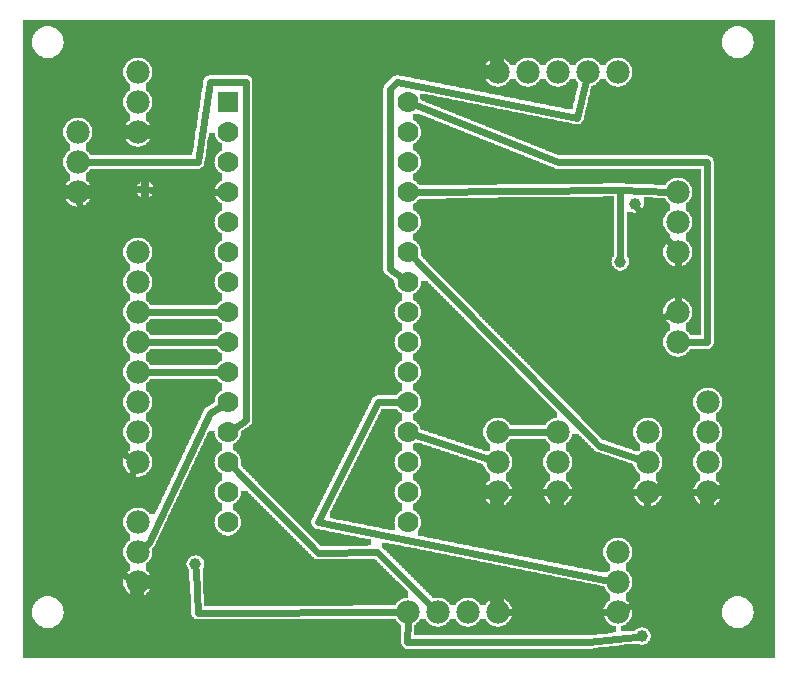
<source format=gbl>
G04 MADE WITH FRITZING*
G04 WWW.FRITZING.ORG*
G04 DOUBLE SIDED*
G04 HOLES PLATED*
G04 CONTOUR ON CENTER OF CONTOUR VECTOR*
%ASAXBY*%
%FSLAX23Y23*%
%MOIN*%
%OFA0B0*%
%SFA1.0B1.0*%
%ADD10C,0.075000*%
%ADD11C,0.078000*%
%ADD12C,0.039370*%
%ADD13C,0.070000*%
%ADD14R,0.069972X0.070000*%
%ADD15C,0.024000*%
%LNCOPPER0*%
G90*
G70*
G54D10*
X1388Y1155D03*
X1205Y704D03*
X1353Y314D03*
X224Y2059D03*
G54D11*
X2194Y1557D03*
X2194Y1457D03*
X2194Y1357D03*
X2094Y757D03*
X2094Y657D03*
X2094Y557D03*
X1794Y757D03*
X1794Y657D03*
X1794Y557D03*
X1994Y357D03*
X1994Y257D03*
X1994Y157D03*
X1594Y757D03*
X1594Y657D03*
X1594Y557D03*
X1994Y1957D03*
X1894Y1957D03*
X1794Y1957D03*
X1694Y1957D03*
X1594Y1957D03*
X394Y1357D03*
X394Y1257D03*
X394Y1157D03*
X394Y1057D03*
X394Y957D03*
X394Y857D03*
X394Y757D03*
X394Y657D03*
G54D12*
X2050Y1517D03*
X418Y1565D03*
X2074Y77D03*
X2002Y1325D03*
X586Y317D03*
G54D13*
X694Y1857D03*
X694Y1757D03*
X694Y1657D03*
X694Y1557D03*
X694Y1457D03*
X694Y1357D03*
X694Y1257D03*
X694Y1157D03*
X694Y1057D03*
X694Y957D03*
X694Y857D03*
X694Y757D03*
X694Y657D03*
X694Y557D03*
X694Y457D03*
X1294Y1857D03*
X1294Y1757D03*
X1294Y1657D03*
X1294Y1557D03*
X1294Y1457D03*
X1294Y1357D03*
X1294Y1257D03*
X1294Y1157D03*
X1294Y1057D03*
X1294Y957D03*
X1294Y857D03*
X1294Y757D03*
X1294Y657D03*
X1294Y557D03*
X1294Y457D03*
G54D11*
X2294Y857D03*
X2294Y757D03*
X2294Y657D03*
X2294Y557D03*
X2194Y1157D03*
X2194Y1057D03*
X394Y457D03*
X394Y357D03*
X394Y257D03*
X194Y1757D03*
X194Y1657D03*
X194Y1557D03*
X1594Y157D03*
X1494Y157D03*
X1394Y157D03*
X1294Y157D03*
X394Y1957D03*
X394Y1857D03*
X394Y1757D03*
G54D14*
X694Y1857D03*
G54D15*
X2124Y557D02*
X2264Y557D01*
D02*
X1794Y1657D02*
X2292Y1657D01*
D02*
X1321Y1847D02*
X1794Y1657D01*
D02*
X2292Y1257D02*
X2292Y1057D01*
D02*
X2292Y1657D02*
X2292Y1257D01*
D02*
X2292Y1057D02*
X2224Y1057D01*
D02*
X665Y957D02*
X424Y957D01*
D02*
X665Y1157D02*
X424Y1157D01*
D02*
X665Y1057D02*
X424Y1057D01*
D02*
X1321Y748D02*
X1565Y667D01*
D02*
X669Y842D02*
X634Y821D01*
D02*
X634Y821D02*
X430Y389D01*
D02*
X430Y389D02*
X416Y377D01*
D02*
X1193Y357D02*
X994Y355D01*
D02*
X1372Y179D02*
X1193Y357D01*
D02*
X994Y355D02*
X714Y637D01*
D02*
X1270Y1275D02*
X1234Y1301D01*
D02*
X1234Y1301D02*
X1234Y1901D01*
D02*
X1234Y1901D02*
X1258Y1925D01*
D02*
X1258Y1925D02*
X1858Y1805D01*
D02*
X1858Y1805D02*
X1887Y1928D01*
D02*
X1265Y857D02*
X1194Y857D01*
D02*
X1194Y857D02*
X994Y457D01*
D02*
X994Y457D02*
X1964Y263D01*
D02*
X1314Y1337D02*
X1930Y713D01*
D02*
X1930Y713D02*
X2065Y667D01*
D02*
X718Y773D02*
X754Y797D01*
D02*
X754Y797D02*
X754Y1925D01*
D02*
X754Y1925D02*
X634Y1925D01*
D02*
X594Y1657D02*
X224Y1657D01*
D02*
X634Y1925D02*
X594Y1657D01*
D02*
X1624Y557D02*
X1764Y557D01*
D02*
X2064Y557D02*
X1824Y557D01*
D02*
X2021Y171D02*
X2074Y197D01*
D02*
X2074Y197D02*
X2092Y527D01*
D02*
X1624Y157D02*
X1964Y157D01*
D02*
X2165Y1148D02*
X2122Y1133D01*
D02*
X2122Y1133D02*
X2170Y605D01*
D02*
X2170Y605D02*
X2119Y573D01*
D02*
X2194Y1327D02*
X2194Y1188D01*
D02*
X2063Y1503D02*
X2174Y1380D01*
D02*
X437Y1565D02*
X665Y1558D01*
D02*
X368Y673D02*
X322Y701D01*
D02*
X322Y701D02*
X198Y1528D01*
D02*
X367Y271D02*
X322Y293D01*
D02*
X322Y293D02*
X322Y509D01*
D02*
X322Y509D02*
X381Y630D01*
D02*
X1624Y757D02*
X1764Y757D01*
D02*
X1293Y58D02*
X1496Y57D01*
D02*
X1294Y127D02*
X1293Y58D01*
D02*
X1496Y57D02*
X1896Y57D01*
D02*
X1896Y57D02*
X2055Y75D01*
D02*
X2164Y1559D02*
X2002Y1565D01*
D02*
X2002Y1565D02*
X2002Y1344D01*
D02*
X1323Y1558D02*
X2002Y1565D01*
D02*
X594Y155D02*
X1264Y157D01*
D02*
X587Y299D02*
X594Y155D01*
G36*
X1338Y1262D02*
X1338Y1246D01*
X1336Y1246D01*
X1336Y1242D01*
X1334Y1242D01*
X1334Y1238D01*
X1332Y1238D01*
X1332Y1234D01*
X1330Y1234D01*
X1330Y1232D01*
X1328Y1232D01*
X1328Y1230D01*
X1326Y1230D01*
X1326Y1226D01*
X1322Y1226D01*
X1322Y1224D01*
X1320Y1224D01*
X1320Y1222D01*
X1318Y1222D01*
X1318Y1220D01*
X1314Y1220D01*
X1314Y1218D01*
X1312Y1218D01*
X1312Y1198D01*
X1314Y1198D01*
X1314Y1196D01*
X1316Y1196D01*
X1316Y1194D01*
X1320Y1194D01*
X1320Y1192D01*
X1322Y1192D01*
X1322Y1190D01*
X1324Y1190D01*
X1324Y1188D01*
X1326Y1188D01*
X1326Y1186D01*
X1328Y1186D01*
X1328Y1184D01*
X1330Y1184D01*
X1330Y1180D01*
X1332Y1180D01*
X1332Y1178D01*
X1334Y1178D01*
X1334Y1174D01*
X1336Y1174D01*
X1336Y1168D01*
X1338Y1168D01*
X1338Y1146D01*
X1336Y1146D01*
X1336Y1142D01*
X1334Y1142D01*
X1334Y1138D01*
X1332Y1138D01*
X1332Y1134D01*
X1330Y1134D01*
X1330Y1132D01*
X1328Y1132D01*
X1328Y1130D01*
X1326Y1130D01*
X1326Y1126D01*
X1322Y1126D01*
X1322Y1124D01*
X1320Y1124D01*
X1320Y1122D01*
X1318Y1122D01*
X1318Y1120D01*
X1314Y1120D01*
X1314Y1118D01*
X1312Y1118D01*
X1312Y1098D01*
X1314Y1098D01*
X1314Y1096D01*
X1316Y1096D01*
X1316Y1094D01*
X1320Y1094D01*
X1320Y1092D01*
X1322Y1092D01*
X1322Y1090D01*
X1324Y1090D01*
X1324Y1088D01*
X1326Y1088D01*
X1326Y1086D01*
X1328Y1086D01*
X1328Y1084D01*
X1330Y1084D01*
X1330Y1080D01*
X1332Y1080D01*
X1332Y1078D01*
X1334Y1078D01*
X1334Y1074D01*
X1336Y1074D01*
X1336Y1068D01*
X1338Y1068D01*
X1338Y1046D01*
X1336Y1046D01*
X1336Y1042D01*
X1334Y1042D01*
X1334Y1038D01*
X1332Y1038D01*
X1332Y1034D01*
X1330Y1034D01*
X1330Y1032D01*
X1328Y1032D01*
X1328Y1030D01*
X1326Y1030D01*
X1326Y1026D01*
X1322Y1026D01*
X1322Y1024D01*
X1320Y1024D01*
X1320Y1022D01*
X1318Y1022D01*
X1318Y1020D01*
X1314Y1020D01*
X1314Y1018D01*
X1312Y1018D01*
X1312Y998D01*
X1314Y998D01*
X1314Y996D01*
X1316Y996D01*
X1316Y994D01*
X1320Y994D01*
X1320Y992D01*
X1322Y992D01*
X1322Y990D01*
X1324Y990D01*
X1324Y988D01*
X1326Y988D01*
X1326Y986D01*
X1328Y986D01*
X1328Y984D01*
X1330Y984D01*
X1330Y980D01*
X1332Y980D01*
X1332Y978D01*
X1334Y978D01*
X1334Y974D01*
X1336Y974D01*
X1336Y968D01*
X1338Y968D01*
X1338Y946D01*
X1336Y946D01*
X1336Y942D01*
X1334Y942D01*
X1334Y938D01*
X1332Y938D01*
X1332Y934D01*
X1330Y934D01*
X1330Y932D01*
X1328Y932D01*
X1328Y930D01*
X1326Y930D01*
X1326Y926D01*
X1322Y926D01*
X1322Y924D01*
X1320Y924D01*
X1320Y922D01*
X1318Y922D01*
X1318Y920D01*
X1314Y920D01*
X1314Y918D01*
X1312Y918D01*
X1312Y898D01*
X1314Y898D01*
X1314Y896D01*
X1316Y896D01*
X1316Y894D01*
X1320Y894D01*
X1320Y892D01*
X1322Y892D01*
X1322Y890D01*
X1324Y890D01*
X1324Y888D01*
X1326Y888D01*
X1326Y886D01*
X1328Y886D01*
X1328Y884D01*
X1330Y884D01*
X1330Y880D01*
X1332Y880D01*
X1332Y878D01*
X1334Y878D01*
X1334Y874D01*
X1336Y874D01*
X1336Y868D01*
X1338Y868D01*
X1338Y846D01*
X1336Y846D01*
X1336Y842D01*
X1334Y842D01*
X1334Y838D01*
X1332Y838D01*
X1332Y834D01*
X1330Y834D01*
X1330Y832D01*
X1328Y832D01*
X1328Y830D01*
X1326Y830D01*
X1326Y826D01*
X1322Y826D01*
X1322Y824D01*
X1320Y824D01*
X1320Y822D01*
X1318Y822D01*
X1318Y820D01*
X1314Y820D01*
X1314Y818D01*
X1312Y818D01*
X1312Y806D01*
X1604Y806D01*
X1604Y804D01*
X1610Y804D01*
X1610Y802D01*
X1614Y802D01*
X1614Y800D01*
X1618Y800D01*
X1618Y798D01*
X1620Y798D01*
X1620Y796D01*
X1624Y796D01*
X1624Y794D01*
X1626Y794D01*
X1626Y792D01*
X1628Y792D01*
X1628Y790D01*
X1630Y790D01*
X1630Y788D01*
X1632Y788D01*
X1632Y784D01*
X1634Y784D01*
X1634Y782D01*
X1636Y782D01*
X1636Y780D01*
X1752Y780D01*
X1752Y782D01*
X1754Y782D01*
X1754Y784D01*
X1756Y784D01*
X1756Y788D01*
X1758Y788D01*
X1758Y790D01*
X1760Y790D01*
X1760Y792D01*
X1762Y792D01*
X1762Y794D01*
X1764Y794D01*
X1764Y796D01*
X1768Y796D01*
X1768Y798D01*
X1770Y798D01*
X1770Y800D01*
X1774Y800D01*
X1774Y802D01*
X1778Y802D01*
X1778Y804D01*
X1784Y804D01*
X1784Y806D01*
X1790Y806D01*
X1790Y826D01*
X1788Y826D01*
X1788Y828D01*
X1786Y828D01*
X1786Y830D01*
X1784Y830D01*
X1784Y832D01*
X1782Y832D01*
X1782Y834D01*
X1780Y834D01*
X1780Y836D01*
X1778Y836D01*
X1778Y838D01*
X1776Y838D01*
X1776Y840D01*
X1774Y840D01*
X1774Y842D01*
X1772Y842D01*
X1772Y844D01*
X1770Y844D01*
X1770Y846D01*
X1768Y846D01*
X1768Y848D01*
X1766Y848D01*
X1766Y850D01*
X1764Y850D01*
X1764Y852D01*
X1762Y852D01*
X1762Y854D01*
X1760Y854D01*
X1760Y856D01*
X1758Y856D01*
X1758Y858D01*
X1756Y858D01*
X1756Y860D01*
X1754Y860D01*
X1754Y862D01*
X1752Y862D01*
X1752Y864D01*
X1750Y864D01*
X1750Y866D01*
X1748Y866D01*
X1748Y868D01*
X1746Y868D01*
X1746Y870D01*
X1744Y870D01*
X1744Y872D01*
X1742Y872D01*
X1742Y874D01*
X1740Y874D01*
X1740Y876D01*
X1738Y876D01*
X1738Y878D01*
X1736Y878D01*
X1736Y880D01*
X1734Y880D01*
X1734Y882D01*
X1732Y882D01*
X1732Y884D01*
X1730Y884D01*
X1730Y886D01*
X1728Y886D01*
X1728Y888D01*
X1726Y888D01*
X1726Y890D01*
X1724Y890D01*
X1724Y892D01*
X1722Y892D01*
X1722Y894D01*
X1720Y894D01*
X1720Y896D01*
X1718Y896D01*
X1718Y898D01*
X1716Y898D01*
X1716Y900D01*
X1714Y900D01*
X1714Y902D01*
X1712Y902D01*
X1712Y904D01*
X1710Y904D01*
X1710Y906D01*
X1708Y906D01*
X1708Y908D01*
X1706Y908D01*
X1706Y910D01*
X1704Y910D01*
X1704Y912D01*
X1702Y912D01*
X1702Y914D01*
X1700Y914D01*
X1700Y916D01*
X1698Y916D01*
X1698Y918D01*
X1696Y918D01*
X1696Y920D01*
X1694Y920D01*
X1694Y922D01*
X1692Y922D01*
X1692Y924D01*
X1690Y924D01*
X1690Y926D01*
X1688Y926D01*
X1688Y928D01*
X1686Y928D01*
X1686Y930D01*
X1684Y930D01*
X1684Y932D01*
X1682Y932D01*
X1682Y934D01*
X1680Y934D01*
X1680Y936D01*
X1678Y936D01*
X1678Y938D01*
X1676Y938D01*
X1676Y940D01*
X1674Y940D01*
X1674Y942D01*
X1672Y942D01*
X1672Y944D01*
X1670Y944D01*
X1670Y946D01*
X1668Y946D01*
X1668Y948D01*
X1666Y948D01*
X1666Y950D01*
X1664Y950D01*
X1664Y952D01*
X1662Y952D01*
X1662Y954D01*
X1660Y954D01*
X1660Y956D01*
X1658Y956D01*
X1658Y958D01*
X1656Y958D01*
X1656Y960D01*
X1654Y960D01*
X1654Y962D01*
X1652Y962D01*
X1652Y966D01*
X1650Y966D01*
X1650Y968D01*
X1648Y968D01*
X1648Y970D01*
X1646Y970D01*
X1646Y972D01*
X1644Y972D01*
X1644Y974D01*
X1642Y974D01*
X1642Y976D01*
X1640Y976D01*
X1640Y978D01*
X1638Y978D01*
X1638Y980D01*
X1636Y980D01*
X1636Y982D01*
X1634Y982D01*
X1634Y984D01*
X1632Y984D01*
X1632Y986D01*
X1630Y986D01*
X1630Y988D01*
X1628Y988D01*
X1628Y990D01*
X1626Y990D01*
X1626Y992D01*
X1624Y992D01*
X1624Y994D01*
X1622Y994D01*
X1622Y996D01*
X1620Y996D01*
X1620Y998D01*
X1618Y998D01*
X1618Y1000D01*
X1616Y1000D01*
X1616Y1002D01*
X1614Y1002D01*
X1614Y1004D01*
X1612Y1004D01*
X1612Y1006D01*
X1610Y1006D01*
X1610Y1008D01*
X1608Y1008D01*
X1608Y1010D01*
X1606Y1010D01*
X1606Y1012D01*
X1604Y1012D01*
X1604Y1014D01*
X1602Y1014D01*
X1602Y1016D01*
X1600Y1016D01*
X1600Y1018D01*
X1598Y1018D01*
X1598Y1020D01*
X1596Y1020D01*
X1596Y1022D01*
X1594Y1022D01*
X1594Y1024D01*
X1592Y1024D01*
X1592Y1026D01*
X1590Y1026D01*
X1590Y1028D01*
X1588Y1028D01*
X1588Y1030D01*
X1586Y1030D01*
X1586Y1032D01*
X1584Y1032D01*
X1584Y1034D01*
X1582Y1034D01*
X1582Y1036D01*
X1580Y1036D01*
X1580Y1038D01*
X1578Y1038D01*
X1578Y1040D01*
X1576Y1040D01*
X1576Y1042D01*
X1574Y1042D01*
X1574Y1044D01*
X1572Y1044D01*
X1572Y1046D01*
X1570Y1046D01*
X1570Y1048D01*
X1568Y1048D01*
X1568Y1050D01*
X1566Y1050D01*
X1566Y1052D01*
X1564Y1052D01*
X1564Y1054D01*
X1562Y1054D01*
X1562Y1056D01*
X1560Y1056D01*
X1560Y1058D01*
X1558Y1058D01*
X1558Y1060D01*
X1556Y1060D01*
X1556Y1062D01*
X1554Y1062D01*
X1554Y1064D01*
X1552Y1064D01*
X1552Y1066D01*
X1550Y1066D01*
X1550Y1068D01*
X1548Y1068D01*
X1548Y1070D01*
X1546Y1070D01*
X1546Y1072D01*
X1544Y1072D01*
X1544Y1074D01*
X1542Y1074D01*
X1542Y1076D01*
X1540Y1076D01*
X1540Y1078D01*
X1538Y1078D01*
X1538Y1080D01*
X1536Y1080D01*
X1536Y1082D01*
X1534Y1082D01*
X1534Y1084D01*
X1532Y1084D01*
X1532Y1086D01*
X1530Y1086D01*
X1530Y1088D01*
X1528Y1088D01*
X1528Y1090D01*
X1526Y1090D01*
X1526Y1092D01*
X1524Y1092D01*
X1524Y1094D01*
X1522Y1094D01*
X1522Y1096D01*
X1520Y1096D01*
X1520Y1098D01*
X1518Y1098D01*
X1518Y1100D01*
X1516Y1100D01*
X1516Y1102D01*
X1514Y1102D01*
X1514Y1104D01*
X1512Y1104D01*
X1512Y1106D01*
X1510Y1106D01*
X1510Y1108D01*
X1508Y1108D01*
X1508Y1110D01*
X1506Y1110D01*
X1506Y1112D01*
X1504Y1112D01*
X1504Y1114D01*
X1502Y1114D01*
X1502Y1116D01*
X1500Y1116D01*
X1500Y1118D01*
X1498Y1118D01*
X1498Y1120D01*
X1496Y1120D01*
X1496Y1122D01*
X1494Y1122D01*
X1494Y1124D01*
X1492Y1124D01*
X1492Y1126D01*
X1490Y1126D01*
X1490Y1128D01*
X1488Y1128D01*
X1488Y1130D01*
X1486Y1130D01*
X1486Y1132D01*
X1484Y1132D01*
X1484Y1134D01*
X1482Y1134D01*
X1482Y1138D01*
X1480Y1138D01*
X1480Y1140D01*
X1478Y1140D01*
X1478Y1142D01*
X1476Y1142D01*
X1476Y1144D01*
X1474Y1144D01*
X1474Y1146D01*
X1472Y1146D01*
X1472Y1148D01*
X1470Y1148D01*
X1470Y1150D01*
X1468Y1150D01*
X1468Y1152D01*
X1466Y1152D01*
X1466Y1154D01*
X1464Y1154D01*
X1464Y1156D01*
X1462Y1156D01*
X1462Y1158D01*
X1460Y1158D01*
X1460Y1160D01*
X1458Y1160D01*
X1458Y1162D01*
X1456Y1162D01*
X1456Y1164D01*
X1454Y1164D01*
X1454Y1166D01*
X1452Y1166D01*
X1452Y1168D01*
X1450Y1168D01*
X1450Y1170D01*
X1448Y1170D01*
X1448Y1172D01*
X1446Y1172D01*
X1446Y1174D01*
X1444Y1174D01*
X1444Y1176D01*
X1442Y1176D01*
X1442Y1178D01*
X1440Y1178D01*
X1440Y1180D01*
X1438Y1180D01*
X1438Y1182D01*
X1436Y1182D01*
X1436Y1184D01*
X1434Y1184D01*
X1434Y1186D01*
X1432Y1186D01*
X1432Y1188D01*
X1430Y1188D01*
X1430Y1190D01*
X1428Y1190D01*
X1428Y1192D01*
X1426Y1192D01*
X1426Y1194D01*
X1424Y1194D01*
X1424Y1196D01*
X1422Y1196D01*
X1422Y1198D01*
X1420Y1198D01*
X1420Y1200D01*
X1418Y1200D01*
X1418Y1202D01*
X1416Y1202D01*
X1416Y1204D01*
X1414Y1204D01*
X1414Y1206D01*
X1412Y1206D01*
X1412Y1208D01*
X1410Y1208D01*
X1410Y1210D01*
X1408Y1210D01*
X1408Y1212D01*
X1406Y1212D01*
X1406Y1214D01*
X1404Y1214D01*
X1404Y1216D01*
X1402Y1216D01*
X1402Y1218D01*
X1400Y1218D01*
X1400Y1220D01*
X1398Y1220D01*
X1398Y1222D01*
X1396Y1222D01*
X1396Y1224D01*
X1394Y1224D01*
X1394Y1226D01*
X1392Y1226D01*
X1392Y1228D01*
X1390Y1228D01*
X1390Y1230D01*
X1388Y1230D01*
X1388Y1232D01*
X1386Y1232D01*
X1386Y1234D01*
X1384Y1234D01*
X1384Y1236D01*
X1382Y1236D01*
X1382Y1238D01*
X1380Y1238D01*
X1380Y1240D01*
X1378Y1240D01*
X1378Y1242D01*
X1376Y1242D01*
X1376Y1244D01*
X1374Y1244D01*
X1374Y1246D01*
X1372Y1246D01*
X1372Y1248D01*
X1370Y1248D01*
X1370Y1250D01*
X1368Y1250D01*
X1368Y1252D01*
X1366Y1252D01*
X1366Y1254D01*
X1364Y1254D01*
X1364Y1256D01*
X1362Y1256D01*
X1362Y1258D01*
X1360Y1258D01*
X1360Y1260D01*
X1358Y1260D01*
X1358Y1262D01*
X1338Y1262D01*
G37*
D02*
G36*
X1312Y806D02*
X1312Y798D01*
X1314Y798D01*
X1314Y796D01*
X1316Y796D01*
X1316Y794D01*
X1320Y794D01*
X1320Y792D01*
X1322Y792D01*
X1322Y790D01*
X1324Y790D01*
X1324Y788D01*
X1326Y788D01*
X1326Y786D01*
X1328Y786D01*
X1328Y784D01*
X1330Y784D01*
X1330Y780D01*
X1332Y780D01*
X1332Y778D01*
X1334Y778D01*
X1334Y774D01*
X1336Y774D01*
X1336Y768D01*
X1338Y768D01*
X1338Y766D01*
X1342Y766D01*
X1342Y764D01*
X1348Y764D01*
X1348Y762D01*
X1354Y762D01*
X1354Y760D01*
X1360Y760D01*
X1360Y758D01*
X1366Y758D01*
X1366Y756D01*
X1372Y756D01*
X1372Y754D01*
X1378Y754D01*
X1378Y752D01*
X1384Y752D01*
X1384Y750D01*
X1390Y750D01*
X1390Y748D01*
X1396Y748D01*
X1396Y746D01*
X1402Y746D01*
X1402Y744D01*
X1408Y744D01*
X1408Y742D01*
X1414Y742D01*
X1414Y740D01*
X1420Y740D01*
X1420Y738D01*
X1426Y738D01*
X1426Y736D01*
X1432Y736D01*
X1432Y734D01*
X1438Y734D01*
X1438Y732D01*
X1444Y732D01*
X1444Y730D01*
X1450Y730D01*
X1450Y728D01*
X1456Y728D01*
X1456Y726D01*
X1462Y726D01*
X1462Y724D01*
X1468Y724D01*
X1468Y722D01*
X1474Y722D01*
X1474Y720D01*
X1480Y720D01*
X1480Y718D01*
X1486Y718D01*
X1486Y716D01*
X1492Y716D01*
X1492Y714D01*
X1498Y714D01*
X1498Y712D01*
X1504Y712D01*
X1504Y710D01*
X1510Y710D01*
X1510Y708D01*
X1516Y708D01*
X1516Y706D01*
X1522Y706D01*
X1522Y704D01*
X1528Y704D01*
X1528Y702D01*
X1534Y702D01*
X1534Y700D01*
X1540Y700D01*
X1540Y698D01*
X1546Y698D01*
X1546Y696D01*
X1568Y696D01*
X1568Y718D01*
X1566Y718D01*
X1566Y720D01*
X1564Y720D01*
X1564Y722D01*
X1562Y722D01*
X1562Y724D01*
X1560Y724D01*
X1560Y726D01*
X1558Y726D01*
X1558Y728D01*
X1556Y728D01*
X1556Y730D01*
X1554Y730D01*
X1554Y734D01*
X1552Y734D01*
X1552Y736D01*
X1550Y736D01*
X1550Y740D01*
X1548Y740D01*
X1548Y746D01*
X1546Y746D01*
X1546Y756D01*
X1544Y756D01*
X1544Y758D01*
X1546Y758D01*
X1546Y770D01*
X1548Y770D01*
X1548Y774D01*
X1550Y774D01*
X1550Y778D01*
X1552Y778D01*
X1552Y782D01*
X1554Y782D01*
X1554Y784D01*
X1556Y784D01*
X1556Y788D01*
X1558Y788D01*
X1558Y790D01*
X1560Y790D01*
X1560Y792D01*
X1562Y792D01*
X1562Y794D01*
X1564Y794D01*
X1564Y796D01*
X1568Y796D01*
X1568Y798D01*
X1570Y798D01*
X1570Y800D01*
X1574Y800D01*
X1574Y802D01*
X1578Y802D01*
X1578Y804D01*
X1584Y804D01*
X1584Y806D01*
X1312Y806D01*
G37*
D02*
G36*
X436Y1136D02*
X436Y1134D01*
X434Y1134D01*
X434Y1130D01*
X432Y1130D01*
X432Y1128D01*
X430Y1128D01*
X430Y1126D01*
X428Y1126D01*
X428Y1124D01*
X426Y1124D01*
X426Y1122D01*
X424Y1122D01*
X424Y1120D01*
X422Y1120D01*
X422Y1118D01*
X420Y1118D01*
X420Y1096D01*
X424Y1096D01*
X424Y1094D01*
X426Y1094D01*
X426Y1092D01*
X428Y1092D01*
X428Y1090D01*
X430Y1090D01*
X430Y1088D01*
X432Y1088D01*
X432Y1084D01*
X434Y1084D01*
X434Y1082D01*
X436Y1082D01*
X436Y1080D01*
X656Y1080D01*
X656Y1082D01*
X658Y1082D01*
X658Y1084D01*
X660Y1084D01*
X660Y1086D01*
X662Y1086D01*
X662Y1088D01*
X664Y1088D01*
X664Y1090D01*
X666Y1090D01*
X666Y1092D01*
X668Y1092D01*
X668Y1094D01*
X672Y1094D01*
X672Y1096D01*
X674Y1096D01*
X674Y1098D01*
X676Y1098D01*
X676Y1118D01*
X674Y1118D01*
X674Y1120D01*
X670Y1120D01*
X670Y1122D01*
X668Y1122D01*
X668Y1124D01*
X666Y1124D01*
X666Y1126D01*
X662Y1126D01*
X662Y1130D01*
X660Y1130D01*
X660Y1132D01*
X658Y1132D01*
X658Y1134D01*
X656Y1134D01*
X656Y1136D01*
X436Y1136D01*
G37*
D02*
G36*
X436Y1036D02*
X436Y1034D01*
X434Y1034D01*
X434Y1030D01*
X432Y1030D01*
X432Y1028D01*
X430Y1028D01*
X430Y1026D01*
X428Y1026D01*
X428Y1024D01*
X426Y1024D01*
X426Y1022D01*
X424Y1022D01*
X424Y1020D01*
X422Y1020D01*
X422Y1018D01*
X420Y1018D01*
X420Y996D01*
X424Y996D01*
X424Y994D01*
X426Y994D01*
X426Y992D01*
X428Y992D01*
X428Y990D01*
X430Y990D01*
X430Y988D01*
X432Y988D01*
X432Y984D01*
X434Y984D01*
X434Y982D01*
X436Y982D01*
X436Y980D01*
X656Y980D01*
X656Y982D01*
X658Y982D01*
X658Y984D01*
X660Y984D01*
X660Y986D01*
X662Y986D01*
X662Y988D01*
X664Y988D01*
X664Y990D01*
X666Y990D01*
X666Y992D01*
X668Y992D01*
X668Y994D01*
X672Y994D01*
X672Y996D01*
X674Y996D01*
X674Y998D01*
X676Y998D01*
X676Y1018D01*
X674Y1018D01*
X674Y1020D01*
X670Y1020D01*
X670Y1022D01*
X668Y1022D01*
X668Y1024D01*
X666Y1024D01*
X666Y1026D01*
X662Y1026D01*
X662Y1030D01*
X660Y1030D01*
X660Y1032D01*
X658Y1032D01*
X658Y1034D01*
X656Y1034D01*
X656Y1036D01*
X436Y1036D01*
G37*
D02*
G36*
X1208Y836D02*
X1208Y834D01*
X1206Y834D01*
X1206Y830D01*
X1204Y830D01*
X1204Y826D01*
X1202Y826D01*
X1202Y822D01*
X1200Y822D01*
X1200Y818D01*
X1198Y818D01*
X1198Y814D01*
X1196Y814D01*
X1196Y810D01*
X1194Y810D01*
X1194Y806D01*
X1192Y806D01*
X1192Y802D01*
X1190Y802D01*
X1190Y798D01*
X1188Y798D01*
X1188Y794D01*
X1186Y794D01*
X1186Y790D01*
X1184Y790D01*
X1184Y786D01*
X1182Y786D01*
X1182Y782D01*
X1180Y782D01*
X1180Y778D01*
X1178Y778D01*
X1178Y774D01*
X1176Y774D01*
X1176Y770D01*
X1174Y770D01*
X1174Y766D01*
X1172Y766D01*
X1172Y762D01*
X1170Y762D01*
X1170Y758D01*
X1168Y758D01*
X1168Y754D01*
X1166Y754D01*
X1166Y750D01*
X1164Y750D01*
X1164Y746D01*
X1162Y746D01*
X1162Y742D01*
X1160Y742D01*
X1160Y738D01*
X1158Y738D01*
X1158Y734D01*
X1156Y734D01*
X1156Y730D01*
X1154Y730D01*
X1154Y726D01*
X1152Y726D01*
X1152Y722D01*
X1150Y722D01*
X1150Y718D01*
X1148Y718D01*
X1148Y714D01*
X1146Y714D01*
X1146Y710D01*
X1144Y710D01*
X1144Y706D01*
X1142Y706D01*
X1142Y702D01*
X1140Y702D01*
X1140Y698D01*
X1138Y698D01*
X1138Y694D01*
X1136Y694D01*
X1136Y690D01*
X1134Y690D01*
X1134Y686D01*
X1132Y686D01*
X1132Y682D01*
X1130Y682D01*
X1130Y678D01*
X1128Y678D01*
X1128Y674D01*
X1126Y674D01*
X1126Y670D01*
X1124Y670D01*
X1124Y666D01*
X1122Y666D01*
X1122Y662D01*
X1120Y662D01*
X1120Y658D01*
X1118Y658D01*
X1118Y654D01*
X1116Y654D01*
X1116Y650D01*
X1114Y650D01*
X1114Y646D01*
X1112Y646D01*
X1112Y642D01*
X1110Y642D01*
X1110Y638D01*
X1108Y638D01*
X1108Y634D01*
X1106Y634D01*
X1106Y630D01*
X1104Y630D01*
X1104Y626D01*
X1102Y626D01*
X1102Y622D01*
X1100Y622D01*
X1100Y618D01*
X1098Y618D01*
X1098Y614D01*
X1096Y614D01*
X1096Y610D01*
X1094Y610D01*
X1094Y606D01*
X1092Y606D01*
X1092Y602D01*
X1090Y602D01*
X1090Y598D01*
X1088Y598D01*
X1088Y594D01*
X1086Y594D01*
X1086Y590D01*
X1084Y590D01*
X1084Y586D01*
X1082Y586D01*
X1082Y582D01*
X1080Y582D01*
X1080Y578D01*
X1078Y578D01*
X1078Y574D01*
X1076Y574D01*
X1076Y570D01*
X1074Y570D01*
X1074Y566D01*
X1072Y566D01*
X1072Y562D01*
X1070Y562D01*
X1070Y558D01*
X1068Y558D01*
X1068Y554D01*
X1066Y554D01*
X1066Y550D01*
X1064Y550D01*
X1064Y546D01*
X1062Y546D01*
X1062Y542D01*
X1060Y542D01*
X1060Y538D01*
X1058Y538D01*
X1058Y534D01*
X1056Y534D01*
X1056Y530D01*
X1054Y530D01*
X1054Y526D01*
X1052Y526D01*
X1052Y522D01*
X1050Y522D01*
X1050Y518D01*
X1048Y518D01*
X1048Y514D01*
X1046Y514D01*
X1046Y510D01*
X1044Y510D01*
X1044Y506D01*
X1042Y506D01*
X1042Y502D01*
X1040Y502D01*
X1040Y498D01*
X1038Y498D01*
X1038Y494D01*
X1036Y494D01*
X1036Y470D01*
X1046Y470D01*
X1046Y468D01*
X1056Y468D01*
X1056Y466D01*
X1066Y466D01*
X1066Y464D01*
X1078Y464D01*
X1078Y462D01*
X1088Y462D01*
X1088Y460D01*
X1098Y460D01*
X1098Y458D01*
X1108Y458D01*
X1108Y456D01*
X1118Y456D01*
X1118Y454D01*
X1128Y454D01*
X1128Y452D01*
X1138Y452D01*
X1138Y450D01*
X1148Y450D01*
X1148Y448D01*
X1158Y448D01*
X1158Y446D01*
X1168Y446D01*
X1168Y444D01*
X1178Y444D01*
X1178Y442D01*
X1188Y442D01*
X1188Y440D01*
X1198Y440D01*
X1198Y438D01*
X1208Y438D01*
X1208Y436D01*
X1218Y436D01*
X1218Y434D01*
X1228Y434D01*
X1228Y432D01*
X1250Y432D01*
X1250Y456D01*
X1248Y456D01*
X1248Y458D01*
X1250Y458D01*
X1250Y468D01*
X1252Y468D01*
X1252Y474D01*
X1254Y474D01*
X1254Y478D01*
X1256Y478D01*
X1256Y482D01*
X1258Y482D01*
X1258Y484D01*
X1260Y484D01*
X1260Y486D01*
X1262Y486D01*
X1262Y488D01*
X1264Y488D01*
X1264Y490D01*
X1266Y490D01*
X1266Y492D01*
X1268Y492D01*
X1268Y494D01*
X1272Y494D01*
X1272Y496D01*
X1274Y496D01*
X1274Y498D01*
X1276Y498D01*
X1276Y518D01*
X1274Y518D01*
X1274Y520D01*
X1270Y520D01*
X1270Y522D01*
X1268Y522D01*
X1268Y524D01*
X1266Y524D01*
X1266Y526D01*
X1262Y526D01*
X1262Y530D01*
X1260Y530D01*
X1260Y532D01*
X1258Y532D01*
X1258Y534D01*
X1256Y534D01*
X1256Y538D01*
X1254Y538D01*
X1254Y540D01*
X1252Y540D01*
X1252Y546D01*
X1250Y546D01*
X1250Y556D01*
X1248Y556D01*
X1248Y558D01*
X1250Y558D01*
X1250Y568D01*
X1252Y568D01*
X1252Y574D01*
X1254Y574D01*
X1254Y578D01*
X1256Y578D01*
X1256Y582D01*
X1258Y582D01*
X1258Y584D01*
X1260Y584D01*
X1260Y586D01*
X1262Y586D01*
X1262Y588D01*
X1264Y588D01*
X1264Y590D01*
X1266Y590D01*
X1266Y592D01*
X1268Y592D01*
X1268Y594D01*
X1272Y594D01*
X1272Y596D01*
X1274Y596D01*
X1274Y598D01*
X1276Y598D01*
X1276Y618D01*
X1274Y618D01*
X1274Y620D01*
X1270Y620D01*
X1270Y622D01*
X1268Y622D01*
X1268Y624D01*
X1266Y624D01*
X1266Y626D01*
X1262Y626D01*
X1262Y630D01*
X1260Y630D01*
X1260Y632D01*
X1258Y632D01*
X1258Y634D01*
X1256Y634D01*
X1256Y638D01*
X1254Y638D01*
X1254Y640D01*
X1252Y640D01*
X1252Y646D01*
X1250Y646D01*
X1250Y656D01*
X1248Y656D01*
X1248Y658D01*
X1250Y658D01*
X1250Y668D01*
X1252Y668D01*
X1252Y674D01*
X1254Y674D01*
X1254Y678D01*
X1256Y678D01*
X1256Y682D01*
X1258Y682D01*
X1258Y684D01*
X1260Y684D01*
X1260Y686D01*
X1262Y686D01*
X1262Y688D01*
X1264Y688D01*
X1264Y690D01*
X1266Y690D01*
X1266Y692D01*
X1268Y692D01*
X1268Y694D01*
X1272Y694D01*
X1272Y696D01*
X1274Y696D01*
X1274Y698D01*
X1276Y698D01*
X1276Y718D01*
X1274Y718D01*
X1274Y720D01*
X1270Y720D01*
X1270Y722D01*
X1268Y722D01*
X1268Y724D01*
X1266Y724D01*
X1266Y726D01*
X1262Y726D01*
X1262Y730D01*
X1260Y730D01*
X1260Y732D01*
X1258Y732D01*
X1258Y734D01*
X1256Y734D01*
X1256Y738D01*
X1254Y738D01*
X1254Y740D01*
X1252Y740D01*
X1252Y746D01*
X1250Y746D01*
X1250Y756D01*
X1248Y756D01*
X1248Y758D01*
X1250Y758D01*
X1250Y768D01*
X1252Y768D01*
X1252Y774D01*
X1254Y774D01*
X1254Y778D01*
X1256Y778D01*
X1256Y782D01*
X1258Y782D01*
X1258Y784D01*
X1260Y784D01*
X1260Y786D01*
X1262Y786D01*
X1262Y788D01*
X1264Y788D01*
X1264Y790D01*
X1266Y790D01*
X1266Y792D01*
X1268Y792D01*
X1268Y794D01*
X1272Y794D01*
X1272Y796D01*
X1274Y796D01*
X1274Y798D01*
X1276Y798D01*
X1276Y818D01*
X1274Y818D01*
X1274Y820D01*
X1270Y820D01*
X1270Y822D01*
X1268Y822D01*
X1268Y824D01*
X1266Y824D01*
X1266Y826D01*
X1262Y826D01*
X1262Y830D01*
X1260Y830D01*
X1260Y832D01*
X1258Y832D01*
X1258Y834D01*
X1256Y834D01*
X1256Y836D01*
X1208Y836D01*
G37*
D02*
G36*
X1208Y388D02*
X1208Y372D01*
X1210Y372D01*
X1210Y370D01*
X1212Y370D01*
X1212Y368D01*
X1214Y368D01*
X1214Y366D01*
X1218Y366D01*
X1218Y364D01*
X1220Y364D01*
X1220Y362D01*
X1222Y362D01*
X1222Y360D01*
X1224Y360D01*
X1224Y358D01*
X1226Y358D01*
X1226Y356D01*
X1228Y356D01*
X1228Y354D01*
X1230Y354D01*
X1230Y352D01*
X1232Y352D01*
X1232Y350D01*
X1234Y350D01*
X1234Y348D01*
X1236Y348D01*
X1236Y346D01*
X1238Y346D01*
X1238Y344D01*
X1240Y344D01*
X1240Y342D01*
X1242Y342D01*
X1242Y340D01*
X1244Y340D01*
X1244Y338D01*
X1246Y338D01*
X1246Y336D01*
X1248Y336D01*
X1248Y334D01*
X1250Y334D01*
X1250Y332D01*
X1252Y332D01*
X1252Y330D01*
X1254Y330D01*
X1254Y328D01*
X1256Y328D01*
X1256Y326D01*
X1258Y326D01*
X1258Y324D01*
X1260Y324D01*
X1260Y322D01*
X1262Y322D01*
X1262Y320D01*
X1264Y320D01*
X1264Y318D01*
X1266Y318D01*
X1266Y316D01*
X1268Y316D01*
X1268Y314D01*
X1270Y314D01*
X1270Y312D01*
X1272Y312D01*
X1272Y310D01*
X1274Y310D01*
X1274Y308D01*
X1276Y308D01*
X1276Y306D01*
X1278Y306D01*
X1278Y304D01*
X1280Y304D01*
X1280Y302D01*
X1282Y302D01*
X1282Y300D01*
X1284Y300D01*
X1284Y298D01*
X1286Y298D01*
X1286Y296D01*
X1288Y296D01*
X1288Y294D01*
X1290Y294D01*
X1290Y292D01*
X1292Y292D01*
X1292Y290D01*
X1294Y290D01*
X1294Y288D01*
X1296Y288D01*
X1296Y286D01*
X1298Y286D01*
X1298Y284D01*
X1300Y284D01*
X1300Y282D01*
X1302Y282D01*
X1302Y280D01*
X1304Y280D01*
X1304Y278D01*
X1306Y278D01*
X1306Y276D01*
X1308Y276D01*
X1308Y274D01*
X1310Y274D01*
X1310Y272D01*
X1312Y272D01*
X1312Y270D01*
X1314Y270D01*
X1314Y268D01*
X1316Y268D01*
X1316Y266D01*
X1318Y266D01*
X1318Y264D01*
X1320Y264D01*
X1320Y262D01*
X1322Y262D01*
X1322Y260D01*
X1324Y260D01*
X1324Y258D01*
X1326Y258D01*
X1326Y256D01*
X1328Y256D01*
X1328Y254D01*
X1330Y254D01*
X1330Y252D01*
X1332Y252D01*
X1332Y250D01*
X1334Y250D01*
X1334Y248D01*
X1336Y248D01*
X1336Y246D01*
X1338Y246D01*
X1338Y244D01*
X1340Y244D01*
X1340Y242D01*
X1342Y242D01*
X1342Y240D01*
X1344Y240D01*
X1344Y238D01*
X1346Y238D01*
X1346Y236D01*
X1348Y236D01*
X1348Y234D01*
X1350Y234D01*
X1350Y232D01*
X1352Y232D01*
X1352Y230D01*
X1354Y230D01*
X1354Y228D01*
X1356Y228D01*
X1356Y226D01*
X1358Y226D01*
X1358Y224D01*
X1360Y224D01*
X1360Y222D01*
X1362Y222D01*
X1362Y220D01*
X1364Y220D01*
X1364Y218D01*
X1366Y218D01*
X1366Y216D01*
X1368Y216D01*
X1368Y214D01*
X1370Y214D01*
X1370Y212D01*
X1372Y212D01*
X1372Y210D01*
X1374Y210D01*
X1374Y208D01*
X1376Y208D01*
X1376Y206D01*
X1604Y206D01*
X1604Y204D01*
X1610Y204D01*
X1610Y202D01*
X1614Y202D01*
X1614Y200D01*
X1618Y200D01*
X1618Y198D01*
X1620Y198D01*
X1620Y196D01*
X1624Y196D01*
X1624Y194D01*
X1626Y194D01*
X1626Y192D01*
X1628Y192D01*
X1628Y190D01*
X1630Y190D01*
X1630Y188D01*
X1632Y188D01*
X1632Y184D01*
X1634Y184D01*
X1634Y182D01*
X1636Y182D01*
X1636Y178D01*
X1638Y178D01*
X1638Y174D01*
X1640Y174D01*
X1640Y170D01*
X1642Y170D01*
X1642Y146D01*
X1640Y146D01*
X1640Y140D01*
X1638Y140D01*
X1638Y136D01*
X1636Y136D01*
X1636Y134D01*
X1634Y134D01*
X1634Y130D01*
X1632Y130D01*
X1632Y128D01*
X1630Y128D01*
X1630Y126D01*
X1628Y126D01*
X1628Y124D01*
X1626Y124D01*
X1626Y122D01*
X1624Y122D01*
X1624Y120D01*
X1622Y120D01*
X1622Y118D01*
X1620Y118D01*
X1620Y116D01*
X1616Y116D01*
X1616Y114D01*
X1612Y114D01*
X1612Y112D01*
X1606Y112D01*
X1606Y110D01*
X1600Y110D01*
X1600Y108D01*
X1988Y108D01*
X1988Y110D01*
X1982Y110D01*
X1982Y112D01*
X1976Y112D01*
X1976Y114D01*
X1972Y114D01*
X1972Y116D01*
X1968Y116D01*
X1968Y118D01*
X1966Y118D01*
X1966Y120D01*
X1964Y120D01*
X1964Y122D01*
X1962Y122D01*
X1962Y124D01*
X1960Y124D01*
X1960Y126D01*
X1958Y126D01*
X1958Y128D01*
X1956Y128D01*
X1956Y130D01*
X1954Y130D01*
X1954Y134D01*
X1952Y134D01*
X1952Y136D01*
X1950Y136D01*
X1950Y140D01*
X1948Y140D01*
X1948Y146D01*
X1946Y146D01*
X1946Y156D01*
X1944Y156D01*
X1944Y158D01*
X1946Y158D01*
X1946Y170D01*
X1948Y170D01*
X1948Y174D01*
X1950Y174D01*
X1950Y178D01*
X1952Y178D01*
X1952Y182D01*
X1954Y182D01*
X1954Y184D01*
X1956Y184D01*
X1956Y188D01*
X1958Y188D01*
X1958Y190D01*
X1960Y190D01*
X1960Y192D01*
X1962Y192D01*
X1962Y194D01*
X1964Y194D01*
X1964Y196D01*
X1968Y196D01*
X1968Y218D01*
X1966Y218D01*
X1966Y220D01*
X1964Y220D01*
X1964Y222D01*
X1962Y222D01*
X1962Y224D01*
X1960Y224D01*
X1960Y226D01*
X1958Y226D01*
X1958Y228D01*
X1956Y228D01*
X1956Y230D01*
X1954Y230D01*
X1954Y234D01*
X1952Y234D01*
X1952Y236D01*
X1950Y236D01*
X1950Y240D01*
X1948Y240D01*
X1948Y244D01*
X1944Y244D01*
X1944Y246D01*
X1934Y246D01*
X1934Y248D01*
X1924Y248D01*
X1924Y250D01*
X1914Y250D01*
X1914Y252D01*
X1904Y252D01*
X1904Y254D01*
X1894Y254D01*
X1894Y256D01*
X1884Y256D01*
X1884Y258D01*
X1874Y258D01*
X1874Y260D01*
X1864Y260D01*
X1864Y262D01*
X1854Y262D01*
X1854Y264D01*
X1844Y264D01*
X1844Y266D01*
X1834Y266D01*
X1834Y268D01*
X1824Y268D01*
X1824Y270D01*
X1814Y270D01*
X1814Y272D01*
X1804Y272D01*
X1804Y274D01*
X1794Y274D01*
X1794Y276D01*
X1784Y276D01*
X1784Y278D01*
X1774Y278D01*
X1774Y280D01*
X1764Y280D01*
X1764Y282D01*
X1754Y282D01*
X1754Y284D01*
X1744Y284D01*
X1744Y286D01*
X1734Y286D01*
X1734Y288D01*
X1724Y288D01*
X1724Y290D01*
X1714Y290D01*
X1714Y292D01*
X1704Y292D01*
X1704Y294D01*
X1694Y294D01*
X1694Y296D01*
X1684Y296D01*
X1684Y298D01*
X1674Y298D01*
X1674Y300D01*
X1664Y300D01*
X1664Y302D01*
X1654Y302D01*
X1654Y304D01*
X1644Y304D01*
X1644Y306D01*
X1634Y306D01*
X1634Y308D01*
X1624Y308D01*
X1624Y310D01*
X1614Y310D01*
X1614Y312D01*
X1604Y312D01*
X1604Y314D01*
X1594Y314D01*
X1594Y316D01*
X1584Y316D01*
X1584Y318D01*
X1574Y318D01*
X1574Y320D01*
X1564Y320D01*
X1564Y322D01*
X1554Y322D01*
X1554Y324D01*
X1544Y324D01*
X1544Y326D01*
X1534Y326D01*
X1534Y328D01*
X1524Y328D01*
X1524Y330D01*
X1514Y330D01*
X1514Y332D01*
X1504Y332D01*
X1504Y334D01*
X1494Y334D01*
X1494Y336D01*
X1484Y336D01*
X1484Y338D01*
X1474Y338D01*
X1474Y340D01*
X1464Y340D01*
X1464Y342D01*
X1454Y342D01*
X1454Y344D01*
X1444Y344D01*
X1444Y346D01*
X1434Y346D01*
X1434Y348D01*
X1424Y348D01*
X1424Y350D01*
X1414Y350D01*
X1414Y352D01*
X1404Y352D01*
X1404Y354D01*
X1394Y354D01*
X1394Y356D01*
X1384Y356D01*
X1384Y358D01*
X1374Y358D01*
X1374Y360D01*
X1364Y360D01*
X1364Y362D01*
X1354Y362D01*
X1354Y364D01*
X1344Y364D01*
X1344Y366D01*
X1334Y366D01*
X1334Y368D01*
X1324Y368D01*
X1324Y370D01*
X1314Y370D01*
X1314Y372D01*
X1304Y372D01*
X1304Y374D01*
X1294Y374D01*
X1294Y376D01*
X1282Y376D01*
X1282Y378D01*
X1272Y378D01*
X1272Y380D01*
X1262Y380D01*
X1262Y382D01*
X1252Y382D01*
X1252Y384D01*
X1242Y384D01*
X1242Y386D01*
X1232Y386D01*
X1232Y388D01*
X1208Y388D01*
G37*
D02*
G36*
X1404Y206D02*
X1404Y204D01*
X1410Y204D01*
X1410Y202D01*
X1414Y202D01*
X1414Y200D01*
X1418Y200D01*
X1418Y198D01*
X1420Y198D01*
X1420Y196D01*
X1424Y196D01*
X1424Y194D01*
X1426Y194D01*
X1426Y192D01*
X1428Y192D01*
X1428Y190D01*
X1430Y190D01*
X1430Y188D01*
X1432Y188D01*
X1432Y184D01*
X1434Y184D01*
X1434Y182D01*
X1454Y182D01*
X1454Y184D01*
X1456Y184D01*
X1456Y188D01*
X1458Y188D01*
X1458Y190D01*
X1460Y190D01*
X1460Y192D01*
X1462Y192D01*
X1462Y194D01*
X1464Y194D01*
X1464Y196D01*
X1468Y196D01*
X1468Y198D01*
X1470Y198D01*
X1470Y200D01*
X1474Y200D01*
X1474Y202D01*
X1478Y202D01*
X1478Y204D01*
X1484Y204D01*
X1484Y206D01*
X1404Y206D01*
G37*
D02*
G36*
X1504Y206D02*
X1504Y204D01*
X1510Y204D01*
X1510Y202D01*
X1514Y202D01*
X1514Y200D01*
X1518Y200D01*
X1518Y198D01*
X1520Y198D01*
X1520Y196D01*
X1524Y196D01*
X1524Y194D01*
X1526Y194D01*
X1526Y192D01*
X1528Y192D01*
X1528Y190D01*
X1530Y190D01*
X1530Y188D01*
X1532Y188D01*
X1532Y184D01*
X1534Y184D01*
X1534Y182D01*
X1554Y182D01*
X1554Y184D01*
X1556Y184D01*
X1556Y188D01*
X1558Y188D01*
X1558Y190D01*
X1560Y190D01*
X1560Y192D01*
X1562Y192D01*
X1562Y194D01*
X1564Y194D01*
X1564Y196D01*
X1568Y196D01*
X1568Y198D01*
X1570Y198D01*
X1570Y200D01*
X1574Y200D01*
X1574Y202D01*
X1578Y202D01*
X1578Y204D01*
X1584Y204D01*
X1584Y206D01*
X1504Y206D01*
G37*
D02*
G36*
X1334Y134D02*
X1334Y130D01*
X1332Y130D01*
X1332Y128D01*
X1330Y128D01*
X1330Y126D01*
X1328Y126D01*
X1328Y124D01*
X1326Y124D01*
X1326Y122D01*
X1324Y122D01*
X1324Y120D01*
X1322Y120D01*
X1322Y118D01*
X1320Y118D01*
X1320Y116D01*
X1316Y116D01*
X1316Y108D01*
X1388Y108D01*
X1388Y110D01*
X1382Y110D01*
X1382Y112D01*
X1376Y112D01*
X1376Y114D01*
X1372Y114D01*
X1372Y116D01*
X1368Y116D01*
X1368Y118D01*
X1366Y118D01*
X1366Y120D01*
X1364Y120D01*
X1364Y122D01*
X1362Y122D01*
X1362Y124D01*
X1360Y124D01*
X1360Y126D01*
X1358Y126D01*
X1358Y128D01*
X1356Y128D01*
X1356Y130D01*
X1354Y130D01*
X1354Y134D01*
X1334Y134D01*
G37*
D02*
G36*
X1434Y134D02*
X1434Y130D01*
X1432Y130D01*
X1432Y128D01*
X1430Y128D01*
X1430Y126D01*
X1428Y126D01*
X1428Y124D01*
X1426Y124D01*
X1426Y122D01*
X1424Y122D01*
X1424Y120D01*
X1422Y120D01*
X1422Y118D01*
X1420Y118D01*
X1420Y116D01*
X1416Y116D01*
X1416Y114D01*
X1412Y114D01*
X1412Y112D01*
X1406Y112D01*
X1406Y110D01*
X1400Y110D01*
X1400Y108D01*
X1488Y108D01*
X1488Y110D01*
X1482Y110D01*
X1482Y112D01*
X1476Y112D01*
X1476Y114D01*
X1472Y114D01*
X1472Y116D01*
X1468Y116D01*
X1468Y118D01*
X1466Y118D01*
X1466Y120D01*
X1464Y120D01*
X1464Y122D01*
X1462Y122D01*
X1462Y124D01*
X1460Y124D01*
X1460Y126D01*
X1458Y126D01*
X1458Y128D01*
X1456Y128D01*
X1456Y130D01*
X1454Y130D01*
X1454Y134D01*
X1434Y134D01*
G37*
D02*
G36*
X1534Y134D02*
X1534Y130D01*
X1532Y130D01*
X1532Y128D01*
X1530Y128D01*
X1530Y126D01*
X1528Y126D01*
X1528Y124D01*
X1526Y124D01*
X1526Y122D01*
X1524Y122D01*
X1524Y120D01*
X1522Y120D01*
X1522Y118D01*
X1520Y118D01*
X1520Y116D01*
X1516Y116D01*
X1516Y114D01*
X1512Y114D01*
X1512Y112D01*
X1506Y112D01*
X1506Y110D01*
X1500Y110D01*
X1500Y108D01*
X1588Y108D01*
X1588Y110D01*
X1582Y110D01*
X1582Y112D01*
X1576Y112D01*
X1576Y114D01*
X1572Y114D01*
X1572Y116D01*
X1568Y116D01*
X1568Y118D01*
X1566Y118D01*
X1566Y120D01*
X1564Y120D01*
X1564Y122D01*
X1562Y122D01*
X1562Y124D01*
X1560Y124D01*
X1560Y126D01*
X1558Y126D01*
X1558Y128D01*
X1556Y128D01*
X1556Y130D01*
X1554Y130D01*
X1554Y134D01*
X1534Y134D01*
G37*
D02*
G36*
X1316Y108D02*
X1316Y106D01*
X1988Y106D01*
X1988Y108D01*
X1316Y108D01*
G37*
D02*
G36*
X1316Y108D02*
X1316Y106D01*
X1988Y106D01*
X1988Y108D01*
X1316Y108D01*
G37*
D02*
G36*
X1316Y108D02*
X1316Y106D01*
X1988Y106D01*
X1988Y108D01*
X1316Y108D01*
G37*
D02*
G36*
X1316Y108D02*
X1316Y106D01*
X1988Y106D01*
X1988Y108D01*
X1316Y108D01*
G37*
D02*
G36*
X1316Y106D02*
X1316Y80D01*
X1908Y80D01*
X1908Y82D01*
X1926Y82D01*
X1926Y84D01*
X1944Y84D01*
X1944Y86D01*
X1960Y86D01*
X1960Y88D01*
X1978Y88D01*
X1978Y90D01*
X1988Y90D01*
X1988Y106D01*
X1316Y106D01*
G37*
D02*
G36*
X10Y2132D02*
X10Y2110D01*
X2406Y2110D01*
X2406Y2108D01*
X2412Y2108D01*
X2412Y2106D01*
X2416Y2106D01*
X2416Y2104D01*
X2420Y2104D01*
X2420Y2102D01*
X2424Y2102D01*
X2424Y2100D01*
X2426Y2100D01*
X2426Y2098D01*
X2428Y2098D01*
X2428Y2096D01*
X2430Y2096D01*
X2430Y2094D01*
X2432Y2094D01*
X2432Y2092D01*
X2434Y2092D01*
X2434Y2090D01*
X2436Y2090D01*
X2436Y2088D01*
X2438Y2088D01*
X2438Y2084D01*
X2440Y2084D01*
X2440Y2082D01*
X2442Y2082D01*
X2442Y2078D01*
X2444Y2078D01*
X2444Y2072D01*
X2446Y2072D01*
X2446Y2062D01*
X2448Y2062D01*
X2448Y2052D01*
X2446Y2052D01*
X2446Y2044D01*
X2444Y2044D01*
X2444Y2038D01*
X2442Y2038D01*
X2442Y2034D01*
X2440Y2034D01*
X2440Y2030D01*
X2438Y2030D01*
X2438Y2028D01*
X2436Y2028D01*
X2436Y2026D01*
X2434Y2026D01*
X2434Y2022D01*
X2432Y2022D01*
X2432Y2020D01*
X2430Y2020D01*
X2430Y2018D01*
X2428Y2018D01*
X2428Y2016D01*
X2424Y2016D01*
X2424Y2014D01*
X2422Y2014D01*
X2422Y2012D01*
X2418Y2012D01*
X2418Y2010D01*
X2414Y2010D01*
X2414Y2008D01*
X2410Y2008D01*
X2410Y2006D01*
X2402Y2006D01*
X2402Y2004D01*
X2518Y2004D01*
X2518Y2132D01*
X10Y2132D01*
G37*
D02*
G36*
X10Y2110D02*
X10Y2004D01*
X86Y2004D01*
X86Y2006D01*
X78Y2006D01*
X78Y2008D01*
X74Y2008D01*
X74Y2010D01*
X70Y2010D01*
X70Y2012D01*
X66Y2012D01*
X66Y2014D01*
X64Y2014D01*
X64Y2016D01*
X60Y2016D01*
X60Y2018D01*
X58Y2018D01*
X58Y2020D01*
X56Y2020D01*
X56Y2022D01*
X54Y2022D01*
X54Y2024D01*
X52Y2024D01*
X52Y2028D01*
X50Y2028D01*
X50Y2030D01*
X48Y2030D01*
X48Y2034D01*
X46Y2034D01*
X46Y2038D01*
X44Y2038D01*
X44Y2042D01*
X42Y2042D01*
X42Y2052D01*
X40Y2052D01*
X40Y2064D01*
X42Y2064D01*
X42Y2072D01*
X44Y2072D01*
X44Y2078D01*
X46Y2078D01*
X46Y2082D01*
X48Y2082D01*
X48Y2084D01*
X50Y2084D01*
X50Y2088D01*
X52Y2088D01*
X52Y2090D01*
X54Y2090D01*
X54Y2092D01*
X56Y2092D01*
X56Y2094D01*
X58Y2094D01*
X58Y2096D01*
X60Y2096D01*
X60Y2098D01*
X62Y2098D01*
X62Y2100D01*
X64Y2100D01*
X64Y2102D01*
X68Y2102D01*
X68Y2104D01*
X72Y2104D01*
X72Y2106D01*
X76Y2106D01*
X76Y2108D01*
X80Y2108D01*
X80Y2110D01*
X10Y2110D01*
G37*
D02*
G36*
X106Y2110D02*
X106Y2108D01*
X112Y2108D01*
X112Y2106D01*
X116Y2106D01*
X116Y2104D01*
X120Y2104D01*
X120Y2102D01*
X124Y2102D01*
X124Y2100D01*
X126Y2100D01*
X126Y2098D01*
X128Y2098D01*
X128Y2096D01*
X130Y2096D01*
X130Y2094D01*
X132Y2094D01*
X132Y2092D01*
X134Y2092D01*
X134Y2090D01*
X136Y2090D01*
X136Y2088D01*
X138Y2088D01*
X138Y2084D01*
X140Y2084D01*
X140Y2082D01*
X142Y2082D01*
X142Y2078D01*
X144Y2078D01*
X144Y2072D01*
X146Y2072D01*
X146Y2062D01*
X148Y2062D01*
X148Y2052D01*
X146Y2052D01*
X146Y2044D01*
X144Y2044D01*
X144Y2038D01*
X142Y2038D01*
X142Y2034D01*
X140Y2034D01*
X140Y2030D01*
X138Y2030D01*
X138Y2028D01*
X136Y2028D01*
X136Y2026D01*
X134Y2026D01*
X134Y2022D01*
X132Y2022D01*
X132Y2020D01*
X130Y2020D01*
X130Y2018D01*
X128Y2018D01*
X128Y2016D01*
X124Y2016D01*
X124Y2014D01*
X122Y2014D01*
X122Y2012D01*
X118Y2012D01*
X118Y2010D01*
X114Y2010D01*
X114Y2008D01*
X110Y2008D01*
X110Y2006D01*
X2004Y2006D01*
X2004Y2004D01*
X2386Y2004D01*
X2386Y2006D01*
X2378Y2006D01*
X2378Y2008D01*
X2374Y2008D01*
X2374Y2010D01*
X2370Y2010D01*
X2370Y2012D01*
X2366Y2012D01*
X2366Y2014D01*
X2364Y2014D01*
X2364Y2016D01*
X2360Y2016D01*
X2360Y2018D01*
X2358Y2018D01*
X2358Y2020D01*
X2356Y2020D01*
X2356Y2022D01*
X2354Y2022D01*
X2354Y2024D01*
X2352Y2024D01*
X2352Y2028D01*
X2350Y2028D01*
X2350Y2030D01*
X2348Y2030D01*
X2348Y2034D01*
X2346Y2034D01*
X2346Y2038D01*
X2344Y2038D01*
X2344Y2042D01*
X2342Y2042D01*
X2342Y2052D01*
X2340Y2052D01*
X2340Y2064D01*
X2342Y2064D01*
X2342Y2072D01*
X2344Y2072D01*
X2344Y2078D01*
X2346Y2078D01*
X2346Y2082D01*
X2348Y2082D01*
X2348Y2084D01*
X2350Y2084D01*
X2350Y2088D01*
X2352Y2088D01*
X2352Y2090D01*
X2354Y2090D01*
X2354Y2092D01*
X2356Y2092D01*
X2356Y2094D01*
X2358Y2094D01*
X2358Y2096D01*
X2360Y2096D01*
X2360Y2098D01*
X2362Y2098D01*
X2362Y2100D01*
X2364Y2100D01*
X2364Y2102D01*
X2368Y2102D01*
X2368Y2104D01*
X2372Y2104D01*
X2372Y2106D01*
X2376Y2106D01*
X2376Y2108D01*
X2380Y2108D01*
X2380Y2110D01*
X106Y2110D01*
G37*
D02*
G36*
X102Y2006D02*
X102Y2004D01*
X384Y2004D01*
X384Y2006D01*
X102Y2006D01*
G37*
D02*
G36*
X404Y2006D02*
X404Y2004D01*
X410Y2004D01*
X410Y2002D01*
X414Y2002D01*
X414Y2000D01*
X418Y2000D01*
X418Y1998D01*
X420Y1998D01*
X420Y1996D01*
X424Y1996D01*
X424Y1994D01*
X426Y1994D01*
X426Y1992D01*
X428Y1992D01*
X428Y1990D01*
X430Y1990D01*
X430Y1988D01*
X432Y1988D01*
X432Y1984D01*
X434Y1984D01*
X434Y1982D01*
X436Y1982D01*
X436Y1978D01*
X438Y1978D01*
X438Y1974D01*
X440Y1974D01*
X440Y1970D01*
X442Y1970D01*
X442Y1948D01*
X1264Y1948D01*
X1264Y1946D01*
X1274Y1946D01*
X1274Y1944D01*
X1284Y1944D01*
X1284Y1942D01*
X1294Y1942D01*
X1294Y1940D01*
X1304Y1940D01*
X1304Y1938D01*
X1314Y1938D01*
X1314Y1936D01*
X1324Y1936D01*
X1324Y1934D01*
X1334Y1934D01*
X1334Y1932D01*
X1344Y1932D01*
X1344Y1930D01*
X1354Y1930D01*
X1354Y1928D01*
X1364Y1928D01*
X1364Y1926D01*
X1374Y1926D01*
X1374Y1924D01*
X1384Y1924D01*
X1384Y1922D01*
X1394Y1922D01*
X1394Y1920D01*
X1404Y1920D01*
X1404Y1918D01*
X1414Y1918D01*
X1414Y1916D01*
X1424Y1916D01*
X1424Y1914D01*
X1434Y1914D01*
X1434Y1912D01*
X1444Y1912D01*
X1444Y1910D01*
X1454Y1910D01*
X1454Y1908D01*
X1588Y1908D01*
X1588Y1910D01*
X1582Y1910D01*
X1582Y1912D01*
X1576Y1912D01*
X1576Y1914D01*
X1572Y1914D01*
X1572Y1916D01*
X1568Y1916D01*
X1568Y1918D01*
X1566Y1918D01*
X1566Y1920D01*
X1564Y1920D01*
X1564Y1922D01*
X1562Y1922D01*
X1562Y1924D01*
X1560Y1924D01*
X1560Y1926D01*
X1558Y1926D01*
X1558Y1928D01*
X1556Y1928D01*
X1556Y1930D01*
X1554Y1930D01*
X1554Y1934D01*
X1552Y1934D01*
X1552Y1936D01*
X1550Y1936D01*
X1550Y1940D01*
X1548Y1940D01*
X1548Y1946D01*
X1546Y1946D01*
X1546Y1956D01*
X1544Y1956D01*
X1544Y1958D01*
X1546Y1958D01*
X1546Y1970D01*
X1548Y1970D01*
X1548Y1974D01*
X1550Y1974D01*
X1550Y1978D01*
X1552Y1978D01*
X1552Y1982D01*
X1554Y1982D01*
X1554Y1984D01*
X1556Y1984D01*
X1556Y1988D01*
X1558Y1988D01*
X1558Y1990D01*
X1560Y1990D01*
X1560Y1992D01*
X1562Y1992D01*
X1562Y1994D01*
X1564Y1994D01*
X1564Y1996D01*
X1568Y1996D01*
X1568Y1998D01*
X1570Y1998D01*
X1570Y2000D01*
X1574Y2000D01*
X1574Y2002D01*
X1578Y2002D01*
X1578Y2004D01*
X1584Y2004D01*
X1584Y2006D01*
X404Y2006D01*
G37*
D02*
G36*
X1604Y2006D02*
X1604Y2004D01*
X1610Y2004D01*
X1610Y2002D01*
X1614Y2002D01*
X1614Y2000D01*
X1618Y2000D01*
X1618Y1998D01*
X1620Y1998D01*
X1620Y1996D01*
X1624Y1996D01*
X1624Y1994D01*
X1626Y1994D01*
X1626Y1992D01*
X1628Y1992D01*
X1628Y1990D01*
X1630Y1990D01*
X1630Y1988D01*
X1632Y1988D01*
X1632Y1984D01*
X1634Y1984D01*
X1634Y1982D01*
X1654Y1982D01*
X1654Y1984D01*
X1656Y1984D01*
X1656Y1988D01*
X1658Y1988D01*
X1658Y1990D01*
X1660Y1990D01*
X1660Y1992D01*
X1662Y1992D01*
X1662Y1994D01*
X1664Y1994D01*
X1664Y1996D01*
X1668Y1996D01*
X1668Y1998D01*
X1670Y1998D01*
X1670Y2000D01*
X1674Y2000D01*
X1674Y2002D01*
X1678Y2002D01*
X1678Y2004D01*
X1684Y2004D01*
X1684Y2006D01*
X1604Y2006D01*
G37*
D02*
G36*
X1704Y2006D02*
X1704Y2004D01*
X1710Y2004D01*
X1710Y2002D01*
X1714Y2002D01*
X1714Y2000D01*
X1718Y2000D01*
X1718Y1998D01*
X1720Y1998D01*
X1720Y1996D01*
X1724Y1996D01*
X1724Y1994D01*
X1726Y1994D01*
X1726Y1992D01*
X1728Y1992D01*
X1728Y1990D01*
X1730Y1990D01*
X1730Y1988D01*
X1732Y1988D01*
X1732Y1984D01*
X1734Y1984D01*
X1734Y1982D01*
X1754Y1982D01*
X1754Y1984D01*
X1756Y1984D01*
X1756Y1988D01*
X1758Y1988D01*
X1758Y1990D01*
X1760Y1990D01*
X1760Y1992D01*
X1762Y1992D01*
X1762Y1994D01*
X1764Y1994D01*
X1764Y1996D01*
X1768Y1996D01*
X1768Y1998D01*
X1770Y1998D01*
X1770Y2000D01*
X1774Y2000D01*
X1774Y2002D01*
X1778Y2002D01*
X1778Y2004D01*
X1784Y2004D01*
X1784Y2006D01*
X1704Y2006D01*
G37*
D02*
G36*
X1804Y2006D02*
X1804Y2004D01*
X1810Y2004D01*
X1810Y2002D01*
X1814Y2002D01*
X1814Y2000D01*
X1818Y2000D01*
X1818Y1998D01*
X1820Y1998D01*
X1820Y1996D01*
X1824Y1996D01*
X1824Y1994D01*
X1826Y1994D01*
X1826Y1992D01*
X1828Y1992D01*
X1828Y1990D01*
X1830Y1990D01*
X1830Y1988D01*
X1832Y1988D01*
X1832Y1984D01*
X1834Y1984D01*
X1834Y1982D01*
X1854Y1982D01*
X1854Y1984D01*
X1856Y1984D01*
X1856Y1988D01*
X1858Y1988D01*
X1858Y1990D01*
X1860Y1990D01*
X1860Y1992D01*
X1862Y1992D01*
X1862Y1994D01*
X1864Y1994D01*
X1864Y1996D01*
X1868Y1996D01*
X1868Y1998D01*
X1870Y1998D01*
X1870Y2000D01*
X1874Y2000D01*
X1874Y2002D01*
X1878Y2002D01*
X1878Y2004D01*
X1884Y2004D01*
X1884Y2006D01*
X1804Y2006D01*
G37*
D02*
G36*
X1904Y2006D02*
X1904Y2004D01*
X1910Y2004D01*
X1910Y2002D01*
X1914Y2002D01*
X1914Y2000D01*
X1918Y2000D01*
X1918Y1998D01*
X1920Y1998D01*
X1920Y1996D01*
X1924Y1996D01*
X1924Y1994D01*
X1926Y1994D01*
X1926Y1992D01*
X1928Y1992D01*
X1928Y1990D01*
X1930Y1990D01*
X1930Y1988D01*
X1932Y1988D01*
X1932Y1984D01*
X1934Y1984D01*
X1934Y1982D01*
X1954Y1982D01*
X1954Y1984D01*
X1956Y1984D01*
X1956Y1988D01*
X1958Y1988D01*
X1958Y1990D01*
X1960Y1990D01*
X1960Y1992D01*
X1962Y1992D01*
X1962Y1994D01*
X1964Y1994D01*
X1964Y1996D01*
X1968Y1996D01*
X1968Y1998D01*
X1970Y1998D01*
X1970Y2000D01*
X1974Y2000D01*
X1974Y2002D01*
X1978Y2002D01*
X1978Y2004D01*
X1984Y2004D01*
X1984Y2006D01*
X1904Y2006D01*
G37*
D02*
G36*
X10Y2004D02*
X10Y2002D01*
X378Y2002D01*
X378Y2004D01*
X10Y2004D01*
G37*
D02*
G36*
X10Y2004D02*
X10Y2002D01*
X378Y2002D01*
X378Y2004D01*
X10Y2004D01*
G37*
D02*
G36*
X2010Y2004D02*
X2010Y2002D01*
X2518Y2002D01*
X2518Y2004D01*
X2010Y2004D01*
G37*
D02*
G36*
X2010Y2004D02*
X2010Y2002D01*
X2518Y2002D01*
X2518Y2004D01*
X2010Y2004D01*
G37*
D02*
G36*
X10Y2002D02*
X10Y1806D01*
X204Y1806D01*
X204Y1804D01*
X210Y1804D01*
X210Y1802D01*
X214Y1802D01*
X214Y1800D01*
X218Y1800D01*
X218Y1798D01*
X220Y1798D01*
X220Y1796D01*
X224Y1796D01*
X224Y1794D01*
X226Y1794D01*
X226Y1792D01*
X228Y1792D01*
X228Y1790D01*
X230Y1790D01*
X230Y1788D01*
X232Y1788D01*
X232Y1784D01*
X234Y1784D01*
X234Y1782D01*
X236Y1782D01*
X236Y1778D01*
X238Y1778D01*
X238Y1774D01*
X240Y1774D01*
X240Y1770D01*
X242Y1770D01*
X242Y1746D01*
X240Y1746D01*
X240Y1740D01*
X238Y1740D01*
X238Y1736D01*
X236Y1736D01*
X236Y1734D01*
X234Y1734D01*
X234Y1730D01*
X232Y1730D01*
X232Y1728D01*
X230Y1728D01*
X230Y1726D01*
X228Y1726D01*
X228Y1724D01*
X226Y1724D01*
X226Y1722D01*
X224Y1722D01*
X224Y1720D01*
X222Y1720D01*
X222Y1718D01*
X220Y1718D01*
X220Y1708D01*
X388Y1708D01*
X388Y1710D01*
X382Y1710D01*
X382Y1712D01*
X376Y1712D01*
X376Y1714D01*
X372Y1714D01*
X372Y1716D01*
X368Y1716D01*
X368Y1718D01*
X366Y1718D01*
X366Y1720D01*
X364Y1720D01*
X364Y1722D01*
X362Y1722D01*
X362Y1724D01*
X360Y1724D01*
X360Y1726D01*
X358Y1726D01*
X358Y1728D01*
X356Y1728D01*
X356Y1730D01*
X354Y1730D01*
X354Y1734D01*
X352Y1734D01*
X352Y1736D01*
X350Y1736D01*
X350Y1740D01*
X348Y1740D01*
X348Y1746D01*
X346Y1746D01*
X346Y1756D01*
X344Y1756D01*
X344Y1758D01*
X346Y1758D01*
X346Y1770D01*
X348Y1770D01*
X348Y1774D01*
X350Y1774D01*
X350Y1778D01*
X352Y1778D01*
X352Y1782D01*
X354Y1782D01*
X354Y1784D01*
X356Y1784D01*
X356Y1788D01*
X358Y1788D01*
X358Y1790D01*
X360Y1790D01*
X360Y1792D01*
X362Y1792D01*
X362Y1794D01*
X364Y1794D01*
X364Y1796D01*
X368Y1796D01*
X368Y1818D01*
X366Y1818D01*
X366Y1820D01*
X364Y1820D01*
X364Y1822D01*
X362Y1822D01*
X362Y1824D01*
X360Y1824D01*
X360Y1826D01*
X358Y1826D01*
X358Y1828D01*
X356Y1828D01*
X356Y1830D01*
X354Y1830D01*
X354Y1834D01*
X352Y1834D01*
X352Y1836D01*
X350Y1836D01*
X350Y1840D01*
X348Y1840D01*
X348Y1846D01*
X346Y1846D01*
X346Y1856D01*
X344Y1856D01*
X344Y1858D01*
X346Y1858D01*
X346Y1870D01*
X348Y1870D01*
X348Y1874D01*
X350Y1874D01*
X350Y1878D01*
X352Y1878D01*
X352Y1882D01*
X354Y1882D01*
X354Y1884D01*
X356Y1884D01*
X356Y1888D01*
X358Y1888D01*
X358Y1890D01*
X360Y1890D01*
X360Y1892D01*
X362Y1892D01*
X362Y1894D01*
X364Y1894D01*
X364Y1896D01*
X368Y1896D01*
X368Y1918D01*
X366Y1918D01*
X366Y1920D01*
X364Y1920D01*
X364Y1922D01*
X362Y1922D01*
X362Y1924D01*
X360Y1924D01*
X360Y1926D01*
X358Y1926D01*
X358Y1928D01*
X356Y1928D01*
X356Y1930D01*
X354Y1930D01*
X354Y1934D01*
X352Y1934D01*
X352Y1936D01*
X350Y1936D01*
X350Y1940D01*
X348Y1940D01*
X348Y1946D01*
X346Y1946D01*
X346Y1956D01*
X344Y1956D01*
X344Y1958D01*
X346Y1958D01*
X346Y1970D01*
X348Y1970D01*
X348Y1974D01*
X350Y1974D01*
X350Y1978D01*
X352Y1978D01*
X352Y1982D01*
X354Y1982D01*
X354Y1984D01*
X356Y1984D01*
X356Y1988D01*
X358Y1988D01*
X358Y1990D01*
X360Y1990D01*
X360Y1992D01*
X362Y1992D01*
X362Y1994D01*
X364Y1994D01*
X364Y1996D01*
X368Y1996D01*
X368Y1998D01*
X370Y1998D01*
X370Y2000D01*
X374Y2000D01*
X374Y2002D01*
X10Y2002D01*
G37*
D02*
G36*
X2014Y2002D02*
X2014Y2000D01*
X2018Y2000D01*
X2018Y1998D01*
X2020Y1998D01*
X2020Y1996D01*
X2024Y1996D01*
X2024Y1994D01*
X2026Y1994D01*
X2026Y1992D01*
X2028Y1992D01*
X2028Y1990D01*
X2030Y1990D01*
X2030Y1988D01*
X2032Y1988D01*
X2032Y1984D01*
X2034Y1984D01*
X2034Y1982D01*
X2036Y1982D01*
X2036Y1978D01*
X2038Y1978D01*
X2038Y1974D01*
X2040Y1974D01*
X2040Y1970D01*
X2042Y1970D01*
X2042Y1946D01*
X2040Y1946D01*
X2040Y1940D01*
X2038Y1940D01*
X2038Y1936D01*
X2036Y1936D01*
X2036Y1934D01*
X2034Y1934D01*
X2034Y1930D01*
X2032Y1930D01*
X2032Y1928D01*
X2030Y1928D01*
X2030Y1926D01*
X2028Y1926D01*
X2028Y1924D01*
X2026Y1924D01*
X2026Y1922D01*
X2024Y1922D01*
X2024Y1920D01*
X2022Y1920D01*
X2022Y1918D01*
X2020Y1918D01*
X2020Y1916D01*
X2016Y1916D01*
X2016Y1914D01*
X2012Y1914D01*
X2012Y1912D01*
X2006Y1912D01*
X2006Y1910D01*
X2000Y1910D01*
X2000Y1908D01*
X2518Y1908D01*
X2518Y2002D01*
X2014Y2002D01*
G37*
D02*
G36*
X442Y1948D02*
X442Y1946D01*
X440Y1946D01*
X440Y1940D01*
X438Y1940D01*
X438Y1936D01*
X436Y1936D01*
X436Y1934D01*
X434Y1934D01*
X434Y1930D01*
X432Y1930D01*
X432Y1928D01*
X430Y1928D01*
X430Y1926D01*
X428Y1926D01*
X428Y1924D01*
X426Y1924D01*
X426Y1922D01*
X424Y1922D01*
X424Y1920D01*
X422Y1920D01*
X422Y1918D01*
X420Y1918D01*
X420Y1896D01*
X424Y1896D01*
X424Y1894D01*
X426Y1894D01*
X426Y1892D01*
X428Y1892D01*
X428Y1890D01*
X430Y1890D01*
X430Y1888D01*
X432Y1888D01*
X432Y1884D01*
X434Y1884D01*
X434Y1882D01*
X436Y1882D01*
X436Y1878D01*
X438Y1878D01*
X438Y1874D01*
X440Y1874D01*
X440Y1870D01*
X442Y1870D01*
X442Y1846D01*
X440Y1846D01*
X440Y1840D01*
X438Y1840D01*
X438Y1836D01*
X436Y1836D01*
X436Y1834D01*
X434Y1834D01*
X434Y1830D01*
X432Y1830D01*
X432Y1828D01*
X430Y1828D01*
X430Y1826D01*
X428Y1826D01*
X428Y1824D01*
X426Y1824D01*
X426Y1822D01*
X424Y1822D01*
X424Y1820D01*
X422Y1820D01*
X422Y1818D01*
X420Y1818D01*
X420Y1796D01*
X424Y1796D01*
X424Y1794D01*
X426Y1794D01*
X426Y1792D01*
X428Y1792D01*
X428Y1790D01*
X430Y1790D01*
X430Y1788D01*
X432Y1788D01*
X432Y1784D01*
X434Y1784D01*
X434Y1782D01*
X436Y1782D01*
X436Y1778D01*
X438Y1778D01*
X438Y1774D01*
X440Y1774D01*
X440Y1770D01*
X442Y1770D01*
X442Y1746D01*
X440Y1746D01*
X440Y1740D01*
X438Y1740D01*
X438Y1736D01*
X436Y1736D01*
X436Y1734D01*
X434Y1734D01*
X434Y1730D01*
X432Y1730D01*
X432Y1728D01*
X430Y1728D01*
X430Y1726D01*
X428Y1726D01*
X428Y1724D01*
X426Y1724D01*
X426Y1722D01*
X424Y1722D01*
X424Y1720D01*
X422Y1720D01*
X422Y1718D01*
X420Y1718D01*
X420Y1716D01*
X416Y1716D01*
X416Y1714D01*
X412Y1714D01*
X412Y1712D01*
X406Y1712D01*
X406Y1710D01*
X400Y1710D01*
X400Y1708D01*
X580Y1708D01*
X580Y1720D01*
X582Y1720D01*
X582Y1732D01*
X584Y1732D01*
X584Y1746D01*
X586Y1746D01*
X586Y1760D01*
X588Y1760D01*
X588Y1772D01*
X590Y1772D01*
X590Y1786D01*
X592Y1786D01*
X592Y1798D01*
X594Y1798D01*
X594Y1812D01*
X596Y1812D01*
X596Y1826D01*
X598Y1826D01*
X598Y1838D01*
X600Y1838D01*
X600Y1852D01*
X602Y1852D01*
X602Y1866D01*
X604Y1866D01*
X604Y1878D01*
X606Y1878D01*
X606Y1892D01*
X608Y1892D01*
X608Y1904D01*
X610Y1904D01*
X610Y1918D01*
X612Y1918D01*
X612Y1930D01*
X614Y1930D01*
X614Y1936D01*
X616Y1936D01*
X616Y1938D01*
X618Y1938D01*
X618Y1942D01*
X620Y1942D01*
X620Y1944D01*
X624Y1944D01*
X624Y1946D01*
X630Y1946D01*
X630Y1948D01*
X442Y1948D01*
G37*
D02*
G36*
X760Y1948D02*
X760Y1946D01*
X764Y1946D01*
X764Y1944D01*
X768Y1944D01*
X768Y1942D01*
X770Y1942D01*
X770Y1940D01*
X772Y1940D01*
X772Y1938D01*
X774Y1938D01*
X774Y1934D01*
X776Y1934D01*
X776Y790D01*
X774Y790D01*
X774Y786D01*
X772Y786D01*
X772Y784D01*
X770Y784D01*
X770Y782D01*
X768Y782D01*
X768Y780D01*
X766Y780D01*
X766Y778D01*
X764Y778D01*
X764Y776D01*
X760Y776D01*
X760Y774D01*
X758Y774D01*
X758Y772D01*
X754Y772D01*
X754Y770D01*
X750Y770D01*
X750Y768D01*
X748Y768D01*
X748Y766D01*
X744Y766D01*
X744Y764D01*
X742Y764D01*
X742Y762D01*
X738Y762D01*
X738Y746D01*
X736Y746D01*
X736Y742D01*
X734Y742D01*
X734Y738D01*
X732Y738D01*
X732Y734D01*
X730Y734D01*
X730Y732D01*
X728Y732D01*
X728Y730D01*
X726Y730D01*
X726Y726D01*
X722Y726D01*
X722Y724D01*
X720Y724D01*
X720Y722D01*
X718Y722D01*
X718Y720D01*
X714Y720D01*
X714Y718D01*
X712Y718D01*
X712Y698D01*
X714Y698D01*
X714Y696D01*
X716Y696D01*
X716Y694D01*
X720Y694D01*
X720Y692D01*
X722Y692D01*
X722Y690D01*
X724Y690D01*
X724Y688D01*
X726Y688D01*
X726Y686D01*
X728Y686D01*
X728Y684D01*
X730Y684D01*
X730Y680D01*
X732Y680D01*
X732Y678D01*
X734Y678D01*
X734Y674D01*
X736Y674D01*
X736Y668D01*
X738Y668D01*
X738Y644D01*
X740Y644D01*
X740Y642D01*
X742Y642D01*
X742Y640D01*
X744Y640D01*
X744Y638D01*
X746Y638D01*
X746Y636D01*
X748Y636D01*
X748Y634D01*
X750Y634D01*
X750Y632D01*
X752Y632D01*
X752Y630D01*
X754Y630D01*
X754Y628D01*
X756Y628D01*
X756Y626D01*
X758Y626D01*
X758Y624D01*
X760Y624D01*
X760Y622D01*
X762Y622D01*
X762Y620D01*
X764Y620D01*
X764Y618D01*
X766Y618D01*
X766Y616D01*
X768Y616D01*
X768Y614D01*
X770Y614D01*
X770Y612D01*
X772Y612D01*
X772Y610D01*
X774Y610D01*
X774Y608D01*
X776Y608D01*
X776Y606D01*
X778Y606D01*
X778Y604D01*
X780Y604D01*
X780Y602D01*
X782Y602D01*
X782Y600D01*
X784Y600D01*
X784Y598D01*
X786Y598D01*
X786Y596D01*
X788Y596D01*
X788Y594D01*
X790Y594D01*
X790Y592D01*
X792Y592D01*
X792Y590D01*
X794Y590D01*
X794Y586D01*
X796Y586D01*
X796Y584D01*
X798Y584D01*
X798Y582D01*
X800Y582D01*
X800Y580D01*
X802Y580D01*
X802Y578D01*
X804Y578D01*
X804Y576D01*
X806Y576D01*
X806Y574D01*
X808Y574D01*
X808Y572D01*
X810Y572D01*
X810Y570D01*
X812Y570D01*
X812Y568D01*
X814Y568D01*
X814Y566D01*
X816Y566D01*
X816Y564D01*
X818Y564D01*
X818Y562D01*
X820Y562D01*
X820Y560D01*
X822Y560D01*
X822Y558D01*
X824Y558D01*
X824Y556D01*
X826Y556D01*
X826Y554D01*
X828Y554D01*
X828Y552D01*
X830Y552D01*
X830Y550D01*
X832Y550D01*
X832Y548D01*
X834Y548D01*
X834Y546D01*
X836Y546D01*
X836Y544D01*
X838Y544D01*
X838Y542D01*
X840Y542D01*
X840Y540D01*
X842Y540D01*
X842Y538D01*
X844Y538D01*
X844Y536D01*
X846Y536D01*
X846Y534D01*
X848Y534D01*
X848Y532D01*
X850Y532D01*
X850Y530D01*
X852Y530D01*
X852Y528D01*
X854Y528D01*
X854Y526D01*
X856Y526D01*
X856Y524D01*
X858Y524D01*
X858Y522D01*
X860Y522D01*
X860Y520D01*
X862Y520D01*
X862Y518D01*
X864Y518D01*
X864Y516D01*
X866Y516D01*
X866Y514D01*
X868Y514D01*
X868Y512D01*
X870Y512D01*
X870Y510D01*
X872Y510D01*
X872Y508D01*
X874Y508D01*
X874Y506D01*
X876Y506D01*
X876Y504D01*
X878Y504D01*
X878Y502D01*
X880Y502D01*
X880Y500D01*
X882Y500D01*
X882Y498D01*
X884Y498D01*
X884Y496D01*
X886Y496D01*
X886Y494D01*
X888Y494D01*
X888Y492D01*
X890Y492D01*
X890Y490D01*
X892Y490D01*
X892Y488D01*
X894Y488D01*
X894Y486D01*
X896Y486D01*
X896Y484D01*
X898Y484D01*
X898Y482D01*
X900Y482D01*
X900Y480D01*
X902Y480D01*
X902Y478D01*
X904Y478D01*
X904Y476D01*
X906Y476D01*
X906Y474D01*
X908Y474D01*
X908Y472D01*
X910Y472D01*
X910Y470D01*
X912Y470D01*
X912Y468D01*
X914Y468D01*
X914Y466D01*
X916Y466D01*
X916Y464D01*
X918Y464D01*
X918Y462D01*
X920Y462D01*
X920Y460D01*
X922Y460D01*
X922Y458D01*
X924Y458D01*
X924Y456D01*
X926Y456D01*
X926Y454D01*
X928Y454D01*
X928Y452D01*
X930Y452D01*
X930Y450D01*
X932Y450D01*
X932Y448D01*
X934Y448D01*
X934Y446D01*
X936Y446D01*
X936Y444D01*
X938Y444D01*
X938Y442D01*
X940Y442D01*
X940Y440D01*
X942Y440D01*
X942Y438D01*
X944Y438D01*
X944Y436D01*
X946Y436D01*
X946Y434D01*
X948Y434D01*
X948Y432D01*
X950Y432D01*
X950Y430D01*
X952Y430D01*
X952Y428D01*
X954Y428D01*
X954Y426D01*
X956Y426D01*
X956Y424D01*
X958Y424D01*
X958Y422D01*
X960Y422D01*
X960Y420D01*
X962Y420D01*
X962Y418D01*
X964Y418D01*
X964Y416D01*
X966Y416D01*
X966Y414D01*
X968Y414D01*
X968Y412D01*
X970Y412D01*
X970Y410D01*
X972Y410D01*
X972Y408D01*
X974Y408D01*
X974Y406D01*
X976Y406D01*
X976Y404D01*
X978Y404D01*
X978Y402D01*
X980Y402D01*
X980Y400D01*
X982Y400D01*
X982Y398D01*
X984Y398D01*
X984Y396D01*
X986Y396D01*
X986Y394D01*
X988Y394D01*
X988Y392D01*
X990Y392D01*
X990Y390D01*
X992Y390D01*
X992Y388D01*
X994Y388D01*
X994Y386D01*
X996Y386D01*
X996Y384D01*
X998Y384D01*
X998Y382D01*
X1000Y382D01*
X1000Y380D01*
X1002Y380D01*
X1002Y378D01*
X1160Y378D01*
X1160Y380D01*
X1172Y380D01*
X1172Y400D01*
X1162Y400D01*
X1162Y402D01*
X1152Y402D01*
X1152Y404D01*
X1142Y404D01*
X1142Y406D01*
X1132Y406D01*
X1132Y408D01*
X1122Y408D01*
X1122Y410D01*
X1112Y410D01*
X1112Y412D01*
X1102Y412D01*
X1102Y414D01*
X1092Y414D01*
X1092Y416D01*
X1082Y416D01*
X1082Y418D01*
X1072Y418D01*
X1072Y420D01*
X1062Y420D01*
X1062Y422D01*
X1052Y422D01*
X1052Y424D01*
X1042Y424D01*
X1042Y426D01*
X1032Y426D01*
X1032Y428D01*
X1022Y428D01*
X1022Y430D01*
X1012Y430D01*
X1012Y432D01*
X1002Y432D01*
X1002Y434D01*
X992Y434D01*
X992Y436D01*
X986Y436D01*
X986Y438D01*
X982Y438D01*
X982Y440D01*
X980Y440D01*
X980Y442D01*
X978Y442D01*
X978Y444D01*
X976Y444D01*
X976Y446D01*
X974Y446D01*
X974Y450D01*
X972Y450D01*
X972Y464D01*
X974Y464D01*
X974Y468D01*
X976Y468D01*
X976Y472D01*
X978Y472D01*
X978Y476D01*
X980Y476D01*
X980Y480D01*
X982Y480D01*
X982Y484D01*
X984Y484D01*
X984Y488D01*
X986Y488D01*
X986Y492D01*
X988Y492D01*
X988Y496D01*
X990Y496D01*
X990Y500D01*
X992Y500D01*
X992Y504D01*
X994Y504D01*
X994Y508D01*
X996Y508D01*
X996Y512D01*
X998Y512D01*
X998Y516D01*
X1000Y516D01*
X1000Y520D01*
X1002Y520D01*
X1002Y524D01*
X1004Y524D01*
X1004Y528D01*
X1006Y528D01*
X1006Y532D01*
X1008Y532D01*
X1008Y536D01*
X1010Y536D01*
X1010Y540D01*
X1012Y540D01*
X1012Y544D01*
X1014Y544D01*
X1014Y548D01*
X1016Y548D01*
X1016Y552D01*
X1018Y552D01*
X1018Y556D01*
X1020Y556D01*
X1020Y560D01*
X1022Y560D01*
X1022Y564D01*
X1024Y564D01*
X1024Y568D01*
X1026Y568D01*
X1026Y572D01*
X1028Y572D01*
X1028Y576D01*
X1030Y576D01*
X1030Y580D01*
X1032Y580D01*
X1032Y584D01*
X1034Y584D01*
X1034Y588D01*
X1036Y588D01*
X1036Y592D01*
X1038Y592D01*
X1038Y596D01*
X1040Y596D01*
X1040Y600D01*
X1042Y600D01*
X1042Y604D01*
X1044Y604D01*
X1044Y608D01*
X1046Y608D01*
X1046Y612D01*
X1048Y612D01*
X1048Y616D01*
X1050Y616D01*
X1050Y620D01*
X1052Y620D01*
X1052Y624D01*
X1054Y624D01*
X1054Y628D01*
X1056Y628D01*
X1056Y632D01*
X1058Y632D01*
X1058Y636D01*
X1060Y636D01*
X1060Y640D01*
X1062Y640D01*
X1062Y644D01*
X1064Y644D01*
X1064Y648D01*
X1066Y648D01*
X1066Y652D01*
X1068Y652D01*
X1068Y656D01*
X1070Y656D01*
X1070Y660D01*
X1072Y660D01*
X1072Y664D01*
X1074Y664D01*
X1074Y668D01*
X1076Y668D01*
X1076Y672D01*
X1078Y672D01*
X1078Y676D01*
X1080Y676D01*
X1080Y680D01*
X1082Y680D01*
X1082Y684D01*
X1084Y684D01*
X1084Y688D01*
X1086Y688D01*
X1086Y692D01*
X1088Y692D01*
X1088Y696D01*
X1090Y696D01*
X1090Y700D01*
X1092Y700D01*
X1092Y704D01*
X1094Y704D01*
X1094Y708D01*
X1096Y708D01*
X1096Y712D01*
X1098Y712D01*
X1098Y716D01*
X1100Y716D01*
X1100Y720D01*
X1102Y720D01*
X1102Y724D01*
X1104Y724D01*
X1104Y728D01*
X1106Y728D01*
X1106Y732D01*
X1108Y732D01*
X1108Y736D01*
X1110Y736D01*
X1110Y740D01*
X1112Y740D01*
X1112Y744D01*
X1114Y744D01*
X1114Y748D01*
X1116Y748D01*
X1116Y752D01*
X1118Y752D01*
X1118Y756D01*
X1120Y756D01*
X1120Y760D01*
X1122Y760D01*
X1122Y764D01*
X1124Y764D01*
X1124Y768D01*
X1126Y768D01*
X1126Y772D01*
X1128Y772D01*
X1128Y776D01*
X1130Y776D01*
X1130Y780D01*
X1132Y780D01*
X1132Y784D01*
X1134Y784D01*
X1134Y788D01*
X1136Y788D01*
X1136Y792D01*
X1138Y792D01*
X1138Y796D01*
X1140Y796D01*
X1140Y800D01*
X1142Y800D01*
X1142Y804D01*
X1144Y804D01*
X1144Y808D01*
X1146Y808D01*
X1146Y812D01*
X1148Y812D01*
X1148Y816D01*
X1150Y816D01*
X1150Y820D01*
X1152Y820D01*
X1152Y824D01*
X1154Y824D01*
X1154Y828D01*
X1156Y828D01*
X1156Y832D01*
X1158Y832D01*
X1158Y836D01*
X1160Y836D01*
X1160Y840D01*
X1162Y840D01*
X1162Y844D01*
X1164Y844D01*
X1164Y848D01*
X1166Y848D01*
X1166Y852D01*
X1168Y852D01*
X1168Y856D01*
X1170Y856D01*
X1170Y860D01*
X1172Y860D01*
X1172Y864D01*
X1174Y864D01*
X1174Y868D01*
X1176Y868D01*
X1176Y872D01*
X1178Y872D01*
X1178Y874D01*
X1180Y874D01*
X1180Y876D01*
X1184Y876D01*
X1184Y878D01*
X1190Y878D01*
X1190Y880D01*
X1256Y880D01*
X1256Y882D01*
X1258Y882D01*
X1258Y884D01*
X1260Y884D01*
X1260Y886D01*
X1262Y886D01*
X1262Y888D01*
X1264Y888D01*
X1264Y890D01*
X1266Y890D01*
X1266Y892D01*
X1268Y892D01*
X1268Y894D01*
X1272Y894D01*
X1272Y896D01*
X1274Y896D01*
X1274Y898D01*
X1276Y898D01*
X1276Y918D01*
X1274Y918D01*
X1274Y920D01*
X1270Y920D01*
X1270Y922D01*
X1268Y922D01*
X1268Y924D01*
X1266Y924D01*
X1266Y926D01*
X1262Y926D01*
X1262Y930D01*
X1260Y930D01*
X1260Y932D01*
X1258Y932D01*
X1258Y934D01*
X1256Y934D01*
X1256Y938D01*
X1254Y938D01*
X1254Y940D01*
X1252Y940D01*
X1252Y946D01*
X1250Y946D01*
X1250Y956D01*
X1248Y956D01*
X1248Y958D01*
X1250Y958D01*
X1250Y968D01*
X1252Y968D01*
X1252Y974D01*
X1254Y974D01*
X1254Y978D01*
X1256Y978D01*
X1256Y982D01*
X1258Y982D01*
X1258Y984D01*
X1260Y984D01*
X1260Y986D01*
X1262Y986D01*
X1262Y988D01*
X1264Y988D01*
X1264Y990D01*
X1266Y990D01*
X1266Y992D01*
X1268Y992D01*
X1268Y994D01*
X1272Y994D01*
X1272Y996D01*
X1274Y996D01*
X1274Y998D01*
X1276Y998D01*
X1276Y1018D01*
X1274Y1018D01*
X1274Y1020D01*
X1270Y1020D01*
X1270Y1022D01*
X1268Y1022D01*
X1268Y1024D01*
X1266Y1024D01*
X1266Y1026D01*
X1262Y1026D01*
X1262Y1030D01*
X1260Y1030D01*
X1260Y1032D01*
X1258Y1032D01*
X1258Y1034D01*
X1256Y1034D01*
X1256Y1038D01*
X1254Y1038D01*
X1254Y1040D01*
X1252Y1040D01*
X1252Y1046D01*
X1250Y1046D01*
X1250Y1056D01*
X1248Y1056D01*
X1248Y1058D01*
X1250Y1058D01*
X1250Y1068D01*
X1252Y1068D01*
X1252Y1074D01*
X1254Y1074D01*
X1254Y1078D01*
X1256Y1078D01*
X1256Y1082D01*
X1258Y1082D01*
X1258Y1084D01*
X1260Y1084D01*
X1260Y1086D01*
X1262Y1086D01*
X1262Y1088D01*
X1264Y1088D01*
X1264Y1090D01*
X1266Y1090D01*
X1266Y1092D01*
X1268Y1092D01*
X1268Y1094D01*
X1272Y1094D01*
X1272Y1096D01*
X1274Y1096D01*
X1274Y1098D01*
X1276Y1098D01*
X1276Y1118D01*
X1274Y1118D01*
X1274Y1120D01*
X1270Y1120D01*
X1270Y1122D01*
X1268Y1122D01*
X1268Y1124D01*
X1266Y1124D01*
X1266Y1126D01*
X1262Y1126D01*
X1262Y1130D01*
X1260Y1130D01*
X1260Y1132D01*
X1258Y1132D01*
X1258Y1134D01*
X1256Y1134D01*
X1256Y1138D01*
X1254Y1138D01*
X1254Y1140D01*
X1252Y1140D01*
X1252Y1146D01*
X1250Y1146D01*
X1250Y1156D01*
X1248Y1156D01*
X1248Y1158D01*
X1250Y1158D01*
X1250Y1168D01*
X1252Y1168D01*
X1252Y1174D01*
X1254Y1174D01*
X1254Y1178D01*
X1256Y1178D01*
X1256Y1182D01*
X1258Y1182D01*
X1258Y1184D01*
X1260Y1184D01*
X1260Y1186D01*
X1262Y1186D01*
X1262Y1188D01*
X1264Y1188D01*
X1264Y1190D01*
X1266Y1190D01*
X1266Y1192D01*
X1268Y1192D01*
X1268Y1194D01*
X1272Y1194D01*
X1272Y1196D01*
X1274Y1196D01*
X1274Y1198D01*
X1276Y1198D01*
X1276Y1218D01*
X1274Y1218D01*
X1274Y1220D01*
X1270Y1220D01*
X1270Y1222D01*
X1268Y1222D01*
X1268Y1224D01*
X1266Y1224D01*
X1266Y1226D01*
X1262Y1226D01*
X1262Y1230D01*
X1260Y1230D01*
X1260Y1232D01*
X1258Y1232D01*
X1258Y1234D01*
X1256Y1234D01*
X1256Y1238D01*
X1254Y1238D01*
X1254Y1240D01*
X1252Y1240D01*
X1252Y1246D01*
X1250Y1246D01*
X1250Y1256D01*
X1248Y1256D01*
X1248Y1264D01*
X1246Y1264D01*
X1246Y1266D01*
X1244Y1266D01*
X1244Y1268D01*
X1242Y1268D01*
X1242Y1270D01*
X1238Y1270D01*
X1238Y1272D01*
X1236Y1272D01*
X1236Y1274D01*
X1234Y1274D01*
X1234Y1276D01*
X1230Y1276D01*
X1230Y1278D01*
X1228Y1278D01*
X1228Y1280D01*
X1226Y1280D01*
X1226Y1282D01*
X1222Y1282D01*
X1222Y1284D01*
X1220Y1284D01*
X1220Y1286D01*
X1218Y1286D01*
X1218Y1288D01*
X1216Y1288D01*
X1216Y1292D01*
X1214Y1292D01*
X1214Y1296D01*
X1212Y1296D01*
X1212Y1906D01*
X1214Y1906D01*
X1214Y1912D01*
X1216Y1912D01*
X1216Y1914D01*
X1218Y1914D01*
X1218Y1918D01*
X1220Y1918D01*
X1220Y1920D01*
X1222Y1920D01*
X1222Y1922D01*
X1224Y1922D01*
X1224Y1924D01*
X1226Y1924D01*
X1226Y1926D01*
X1228Y1926D01*
X1228Y1928D01*
X1230Y1928D01*
X1230Y1930D01*
X1232Y1930D01*
X1232Y1932D01*
X1234Y1932D01*
X1234Y1934D01*
X1236Y1934D01*
X1236Y1936D01*
X1238Y1936D01*
X1238Y1938D01*
X1240Y1938D01*
X1240Y1940D01*
X1242Y1940D01*
X1242Y1942D01*
X1244Y1942D01*
X1244Y1944D01*
X1248Y1944D01*
X1248Y1946D01*
X1254Y1946D01*
X1254Y1948D01*
X760Y1948D01*
G37*
D02*
G36*
X1634Y1934D02*
X1634Y1930D01*
X1632Y1930D01*
X1632Y1928D01*
X1630Y1928D01*
X1630Y1926D01*
X1628Y1926D01*
X1628Y1924D01*
X1626Y1924D01*
X1626Y1922D01*
X1624Y1922D01*
X1624Y1920D01*
X1622Y1920D01*
X1622Y1918D01*
X1620Y1918D01*
X1620Y1916D01*
X1616Y1916D01*
X1616Y1914D01*
X1612Y1914D01*
X1612Y1912D01*
X1606Y1912D01*
X1606Y1910D01*
X1600Y1910D01*
X1600Y1908D01*
X1688Y1908D01*
X1688Y1910D01*
X1682Y1910D01*
X1682Y1912D01*
X1676Y1912D01*
X1676Y1914D01*
X1672Y1914D01*
X1672Y1916D01*
X1668Y1916D01*
X1668Y1918D01*
X1666Y1918D01*
X1666Y1920D01*
X1664Y1920D01*
X1664Y1922D01*
X1662Y1922D01*
X1662Y1924D01*
X1660Y1924D01*
X1660Y1926D01*
X1658Y1926D01*
X1658Y1928D01*
X1656Y1928D01*
X1656Y1930D01*
X1654Y1930D01*
X1654Y1934D01*
X1634Y1934D01*
G37*
D02*
G36*
X1734Y1934D02*
X1734Y1930D01*
X1732Y1930D01*
X1732Y1928D01*
X1730Y1928D01*
X1730Y1926D01*
X1728Y1926D01*
X1728Y1924D01*
X1726Y1924D01*
X1726Y1922D01*
X1724Y1922D01*
X1724Y1920D01*
X1722Y1920D01*
X1722Y1918D01*
X1720Y1918D01*
X1720Y1916D01*
X1716Y1916D01*
X1716Y1914D01*
X1712Y1914D01*
X1712Y1912D01*
X1706Y1912D01*
X1706Y1910D01*
X1700Y1910D01*
X1700Y1908D01*
X1788Y1908D01*
X1788Y1910D01*
X1782Y1910D01*
X1782Y1912D01*
X1776Y1912D01*
X1776Y1914D01*
X1772Y1914D01*
X1772Y1916D01*
X1768Y1916D01*
X1768Y1918D01*
X1766Y1918D01*
X1766Y1920D01*
X1764Y1920D01*
X1764Y1922D01*
X1762Y1922D01*
X1762Y1924D01*
X1760Y1924D01*
X1760Y1926D01*
X1758Y1926D01*
X1758Y1928D01*
X1756Y1928D01*
X1756Y1930D01*
X1754Y1930D01*
X1754Y1934D01*
X1734Y1934D01*
G37*
D02*
G36*
X1834Y1934D02*
X1834Y1930D01*
X1832Y1930D01*
X1832Y1928D01*
X1830Y1928D01*
X1830Y1926D01*
X1828Y1926D01*
X1828Y1924D01*
X1826Y1924D01*
X1826Y1922D01*
X1824Y1922D01*
X1824Y1920D01*
X1822Y1920D01*
X1822Y1918D01*
X1820Y1918D01*
X1820Y1916D01*
X1816Y1916D01*
X1816Y1914D01*
X1812Y1914D01*
X1812Y1912D01*
X1806Y1912D01*
X1806Y1910D01*
X1800Y1910D01*
X1800Y1908D01*
X1860Y1908D01*
X1860Y1926D01*
X1858Y1926D01*
X1858Y1928D01*
X1856Y1928D01*
X1856Y1930D01*
X1854Y1930D01*
X1854Y1934D01*
X1834Y1934D01*
G37*
D02*
G36*
X1934Y1934D02*
X1934Y1930D01*
X1932Y1930D01*
X1932Y1928D01*
X1930Y1928D01*
X1930Y1926D01*
X1928Y1926D01*
X1928Y1924D01*
X1926Y1924D01*
X1926Y1922D01*
X1924Y1922D01*
X1924Y1920D01*
X1922Y1920D01*
X1922Y1918D01*
X1920Y1918D01*
X1920Y1916D01*
X1916Y1916D01*
X1916Y1914D01*
X1912Y1914D01*
X1912Y1912D01*
X1906Y1912D01*
X1906Y1908D01*
X1988Y1908D01*
X1988Y1910D01*
X1982Y1910D01*
X1982Y1912D01*
X1976Y1912D01*
X1976Y1914D01*
X1972Y1914D01*
X1972Y1916D01*
X1968Y1916D01*
X1968Y1918D01*
X1966Y1918D01*
X1966Y1920D01*
X1964Y1920D01*
X1964Y1922D01*
X1962Y1922D01*
X1962Y1924D01*
X1960Y1924D01*
X1960Y1926D01*
X1958Y1926D01*
X1958Y1928D01*
X1956Y1928D01*
X1956Y1930D01*
X1954Y1930D01*
X1954Y1934D01*
X1934Y1934D01*
G37*
D02*
G36*
X1464Y1908D02*
X1464Y1906D01*
X1860Y1906D01*
X1860Y1908D01*
X1464Y1908D01*
G37*
D02*
G36*
X1464Y1908D02*
X1464Y1906D01*
X1860Y1906D01*
X1860Y1908D01*
X1464Y1908D01*
G37*
D02*
G36*
X1464Y1908D02*
X1464Y1906D01*
X1860Y1906D01*
X1860Y1908D01*
X1464Y1908D01*
G37*
D02*
G36*
X1464Y1908D02*
X1464Y1906D01*
X1860Y1906D01*
X1860Y1908D01*
X1464Y1908D01*
G37*
D02*
G36*
X1904Y1908D02*
X1904Y1906D01*
X2518Y1906D01*
X2518Y1908D01*
X1904Y1908D01*
G37*
D02*
G36*
X1904Y1908D02*
X1904Y1906D01*
X2518Y1906D01*
X2518Y1908D01*
X1904Y1908D01*
G37*
D02*
G36*
X1474Y1906D02*
X1474Y1904D01*
X1484Y1904D01*
X1484Y1902D01*
X1494Y1902D01*
X1494Y1900D01*
X1504Y1900D01*
X1504Y1898D01*
X1514Y1898D01*
X1514Y1896D01*
X1524Y1896D01*
X1524Y1894D01*
X1534Y1894D01*
X1534Y1892D01*
X1544Y1892D01*
X1544Y1890D01*
X1554Y1890D01*
X1554Y1888D01*
X1564Y1888D01*
X1564Y1886D01*
X1574Y1886D01*
X1574Y1884D01*
X1584Y1884D01*
X1584Y1882D01*
X1594Y1882D01*
X1594Y1880D01*
X1604Y1880D01*
X1604Y1878D01*
X1614Y1878D01*
X1614Y1876D01*
X1624Y1876D01*
X1624Y1874D01*
X1634Y1874D01*
X1634Y1872D01*
X1644Y1872D01*
X1644Y1870D01*
X1654Y1870D01*
X1654Y1868D01*
X1664Y1868D01*
X1664Y1866D01*
X1674Y1866D01*
X1674Y1864D01*
X1684Y1864D01*
X1684Y1862D01*
X1694Y1862D01*
X1694Y1860D01*
X1704Y1860D01*
X1704Y1858D01*
X1714Y1858D01*
X1714Y1856D01*
X1724Y1856D01*
X1724Y1854D01*
X1734Y1854D01*
X1734Y1852D01*
X1744Y1852D01*
X1744Y1850D01*
X1754Y1850D01*
X1754Y1848D01*
X1764Y1848D01*
X1764Y1846D01*
X1774Y1846D01*
X1774Y1844D01*
X1784Y1844D01*
X1784Y1842D01*
X1794Y1842D01*
X1794Y1840D01*
X1804Y1840D01*
X1804Y1838D01*
X1814Y1838D01*
X1814Y1836D01*
X1844Y1836D01*
X1844Y1846D01*
X1846Y1846D01*
X1846Y1854D01*
X1848Y1854D01*
X1848Y1862D01*
X1850Y1862D01*
X1850Y1870D01*
X1852Y1870D01*
X1852Y1880D01*
X1854Y1880D01*
X1854Y1888D01*
X1856Y1888D01*
X1856Y1896D01*
X1858Y1896D01*
X1858Y1904D01*
X1860Y1904D01*
X1860Y1906D01*
X1474Y1906D01*
G37*
D02*
G36*
X1904Y1906D02*
X1904Y1900D01*
X1902Y1900D01*
X1902Y1892D01*
X1900Y1892D01*
X1900Y1882D01*
X1898Y1882D01*
X1898Y1874D01*
X1896Y1874D01*
X1896Y1866D01*
X1894Y1866D01*
X1894Y1856D01*
X1892Y1856D01*
X1892Y1848D01*
X1890Y1848D01*
X1890Y1840D01*
X1888Y1840D01*
X1888Y1832D01*
X1886Y1832D01*
X1886Y1822D01*
X1884Y1822D01*
X1884Y1814D01*
X1882Y1814D01*
X1882Y1806D01*
X1880Y1806D01*
X1880Y1798D01*
X1878Y1798D01*
X1878Y1794D01*
X1876Y1794D01*
X1876Y1792D01*
X1874Y1792D01*
X1874Y1790D01*
X1872Y1790D01*
X1872Y1788D01*
X1870Y1788D01*
X1870Y1786D01*
X1866Y1786D01*
X1866Y1784D01*
X2518Y1784D01*
X2518Y1906D01*
X1904Y1906D01*
G37*
D02*
G36*
X1336Y1884D02*
X1336Y1868D01*
X1338Y1868D01*
X1338Y1864D01*
X1340Y1864D01*
X1340Y1862D01*
X1344Y1862D01*
X1344Y1860D01*
X1350Y1860D01*
X1350Y1858D01*
X1354Y1858D01*
X1354Y1856D01*
X1360Y1856D01*
X1360Y1854D01*
X1364Y1854D01*
X1364Y1852D01*
X1370Y1852D01*
X1370Y1850D01*
X1374Y1850D01*
X1374Y1848D01*
X1380Y1848D01*
X1380Y1846D01*
X1384Y1846D01*
X1384Y1844D01*
X1390Y1844D01*
X1390Y1842D01*
X1394Y1842D01*
X1394Y1840D01*
X1400Y1840D01*
X1400Y1838D01*
X1404Y1838D01*
X1404Y1836D01*
X1410Y1836D01*
X1410Y1834D01*
X1414Y1834D01*
X1414Y1832D01*
X1420Y1832D01*
X1420Y1830D01*
X1424Y1830D01*
X1424Y1828D01*
X1430Y1828D01*
X1430Y1826D01*
X1434Y1826D01*
X1434Y1824D01*
X1440Y1824D01*
X1440Y1822D01*
X1444Y1822D01*
X1444Y1820D01*
X1450Y1820D01*
X1450Y1818D01*
X1454Y1818D01*
X1454Y1816D01*
X1460Y1816D01*
X1460Y1814D01*
X1464Y1814D01*
X1464Y1812D01*
X1470Y1812D01*
X1470Y1810D01*
X1474Y1810D01*
X1474Y1808D01*
X1480Y1808D01*
X1480Y1806D01*
X1484Y1806D01*
X1484Y1804D01*
X1490Y1804D01*
X1490Y1802D01*
X1494Y1802D01*
X1494Y1800D01*
X1500Y1800D01*
X1500Y1798D01*
X1504Y1798D01*
X1504Y1796D01*
X1510Y1796D01*
X1510Y1794D01*
X1514Y1794D01*
X1514Y1792D01*
X1520Y1792D01*
X1520Y1790D01*
X1524Y1790D01*
X1524Y1788D01*
X1530Y1788D01*
X1530Y1786D01*
X1534Y1786D01*
X1534Y1784D01*
X1850Y1784D01*
X1850Y1786D01*
X1840Y1786D01*
X1840Y1788D01*
X1830Y1788D01*
X1830Y1790D01*
X1820Y1790D01*
X1820Y1792D01*
X1810Y1792D01*
X1810Y1794D01*
X1800Y1794D01*
X1800Y1796D01*
X1790Y1796D01*
X1790Y1798D01*
X1780Y1798D01*
X1780Y1800D01*
X1770Y1800D01*
X1770Y1802D01*
X1760Y1802D01*
X1760Y1804D01*
X1750Y1804D01*
X1750Y1806D01*
X1740Y1806D01*
X1740Y1808D01*
X1730Y1808D01*
X1730Y1810D01*
X1720Y1810D01*
X1720Y1812D01*
X1710Y1812D01*
X1710Y1814D01*
X1700Y1814D01*
X1700Y1816D01*
X1690Y1816D01*
X1690Y1818D01*
X1680Y1818D01*
X1680Y1820D01*
X1670Y1820D01*
X1670Y1822D01*
X1660Y1822D01*
X1660Y1824D01*
X1650Y1824D01*
X1650Y1826D01*
X1640Y1826D01*
X1640Y1828D01*
X1630Y1828D01*
X1630Y1830D01*
X1620Y1830D01*
X1620Y1832D01*
X1610Y1832D01*
X1610Y1834D01*
X1600Y1834D01*
X1600Y1836D01*
X1590Y1836D01*
X1590Y1838D01*
X1580Y1838D01*
X1580Y1840D01*
X1570Y1840D01*
X1570Y1842D01*
X1560Y1842D01*
X1560Y1844D01*
X1550Y1844D01*
X1550Y1846D01*
X1540Y1846D01*
X1540Y1848D01*
X1530Y1848D01*
X1530Y1850D01*
X1520Y1850D01*
X1520Y1852D01*
X1510Y1852D01*
X1510Y1854D01*
X1500Y1854D01*
X1500Y1856D01*
X1490Y1856D01*
X1490Y1858D01*
X1480Y1858D01*
X1480Y1860D01*
X1470Y1860D01*
X1470Y1862D01*
X1460Y1862D01*
X1460Y1864D01*
X1450Y1864D01*
X1450Y1866D01*
X1440Y1866D01*
X1440Y1868D01*
X1430Y1868D01*
X1430Y1870D01*
X1420Y1870D01*
X1420Y1872D01*
X1410Y1872D01*
X1410Y1874D01*
X1400Y1874D01*
X1400Y1876D01*
X1390Y1876D01*
X1390Y1878D01*
X1380Y1878D01*
X1380Y1880D01*
X1370Y1880D01*
X1370Y1882D01*
X1360Y1882D01*
X1360Y1884D01*
X1336Y1884D01*
G37*
D02*
G36*
X1312Y1818D02*
X1312Y1798D01*
X1314Y1798D01*
X1314Y1796D01*
X1316Y1796D01*
X1316Y1794D01*
X1320Y1794D01*
X1320Y1792D01*
X1322Y1792D01*
X1322Y1790D01*
X1324Y1790D01*
X1324Y1788D01*
X1326Y1788D01*
X1326Y1786D01*
X1328Y1786D01*
X1328Y1784D01*
X1330Y1784D01*
X1330Y1780D01*
X1332Y1780D01*
X1332Y1778D01*
X1334Y1778D01*
X1334Y1774D01*
X1336Y1774D01*
X1336Y1768D01*
X1338Y1768D01*
X1338Y1746D01*
X1336Y1746D01*
X1336Y1742D01*
X1334Y1742D01*
X1334Y1738D01*
X1332Y1738D01*
X1332Y1734D01*
X1330Y1734D01*
X1330Y1732D01*
X1328Y1732D01*
X1328Y1730D01*
X1326Y1730D01*
X1326Y1726D01*
X1322Y1726D01*
X1322Y1724D01*
X1320Y1724D01*
X1320Y1722D01*
X1318Y1722D01*
X1318Y1720D01*
X1314Y1720D01*
X1314Y1718D01*
X1312Y1718D01*
X1312Y1698D01*
X1314Y1698D01*
X1314Y1696D01*
X1316Y1696D01*
X1316Y1694D01*
X1320Y1694D01*
X1320Y1692D01*
X1322Y1692D01*
X1322Y1690D01*
X1324Y1690D01*
X1324Y1688D01*
X1326Y1688D01*
X1326Y1686D01*
X1328Y1686D01*
X1328Y1684D01*
X1330Y1684D01*
X1330Y1680D01*
X1332Y1680D01*
X1332Y1678D01*
X1334Y1678D01*
X1334Y1674D01*
X1336Y1674D01*
X1336Y1668D01*
X1338Y1668D01*
X1338Y1646D01*
X1336Y1646D01*
X1336Y1642D01*
X1334Y1642D01*
X1334Y1638D01*
X1332Y1638D01*
X1332Y1634D01*
X1330Y1634D01*
X1330Y1632D01*
X1328Y1632D01*
X1328Y1630D01*
X1326Y1630D01*
X1326Y1626D01*
X1322Y1626D01*
X1322Y1624D01*
X1320Y1624D01*
X1320Y1622D01*
X1318Y1622D01*
X1318Y1620D01*
X1314Y1620D01*
X1314Y1618D01*
X1312Y1618D01*
X1312Y1606D01*
X2204Y1606D01*
X2204Y1604D01*
X2210Y1604D01*
X2210Y1602D01*
X2214Y1602D01*
X2214Y1600D01*
X2218Y1600D01*
X2218Y1598D01*
X2220Y1598D01*
X2220Y1596D01*
X2224Y1596D01*
X2224Y1594D01*
X2226Y1594D01*
X2226Y1592D01*
X2228Y1592D01*
X2228Y1590D01*
X2230Y1590D01*
X2230Y1588D01*
X2232Y1588D01*
X2232Y1584D01*
X2234Y1584D01*
X2234Y1582D01*
X2236Y1582D01*
X2236Y1578D01*
X2238Y1578D01*
X2238Y1574D01*
X2240Y1574D01*
X2240Y1570D01*
X2242Y1570D01*
X2242Y1546D01*
X2240Y1546D01*
X2240Y1540D01*
X2238Y1540D01*
X2238Y1536D01*
X2236Y1536D01*
X2236Y1534D01*
X2234Y1534D01*
X2234Y1530D01*
X2232Y1530D01*
X2232Y1528D01*
X2230Y1528D01*
X2230Y1526D01*
X2228Y1526D01*
X2228Y1524D01*
X2226Y1524D01*
X2226Y1522D01*
X2224Y1522D01*
X2224Y1520D01*
X2222Y1520D01*
X2222Y1518D01*
X2220Y1518D01*
X2220Y1496D01*
X2224Y1496D01*
X2224Y1494D01*
X2226Y1494D01*
X2226Y1492D01*
X2228Y1492D01*
X2228Y1490D01*
X2230Y1490D01*
X2230Y1488D01*
X2232Y1488D01*
X2232Y1484D01*
X2234Y1484D01*
X2234Y1482D01*
X2236Y1482D01*
X2236Y1478D01*
X2238Y1478D01*
X2238Y1474D01*
X2240Y1474D01*
X2240Y1470D01*
X2242Y1470D01*
X2242Y1446D01*
X2240Y1446D01*
X2240Y1440D01*
X2238Y1440D01*
X2238Y1436D01*
X2236Y1436D01*
X2236Y1434D01*
X2234Y1434D01*
X2234Y1430D01*
X2232Y1430D01*
X2232Y1428D01*
X2230Y1428D01*
X2230Y1426D01*
X2228Y1426D01*
X2228Y1424D01*
X2226Y1424D01*
X2226Y1422D01*
X2224Y1422D01*
X2224Y1420D01*
X2222Y1420D01*
X2222Y1418D01*
X2220Y1418D01*
X2220Y1396D01*
X2224Y1396D01*
X2224Y1394D01*
X2226Y1394D01*
X2226Y1392D01*
X2228Y1392D01*
X2228Y1390D01*
X2230Y1390D01*
X2230Y1388D01*
X2232Y1388D01*
X2232Y1384D01*
X2234Y1384D01*
X2234Y1382D01*
X2236Y1382D01*
X2236Y1378D01*
X2238Y1378D01*
X2238Y1374D01*
X2240Y1374D01*
X2240Y1370D01*
X2242Y1370D01*
X2242Y1346D01*
X2240Y1346D01*
X2240Y1340D01*
X2238Y1340D01*
X2238Y1336D01*
X2236Y1336D01*
X2236Y1334D01*
X2234Y1334D01*
X2234Y1330D01*
X2232Y1330D01*
X2232Y1328D01*
X2230Y1328D01*
X2230Y1326D01*
X2228Y1326D01*
X2228Y1324D01*
X2226Y1324D01*
X2226Y1322D01*
X2224Y1322D01*
X2224Y1320D01*
X2222Y1320D01*
X2222Y1318D01*
X2220Y1318D01*
X2220Y1316D01*
X2216Y1316D01*
X2216Y1314D01*
X2212Y1314D01*
X2212Y1312D01*
X2206Y1312D01*
X2206Y1310D01*
X2200Y1310D01*
X2200Y1308D01*
X2270Y1308D01*
X2270Y1636D01*
X1786Y1636D01*
X1786Y1638D01*
X1782Y1638D01*
X1782Y1640D01*
X1776Y1640D01*
X1776Y1642D01*
X1772Y1642D01*
X1772Y1644D01*
X1766Y1644D01*
X1766Y1646D01*
X1762Y1646D01*
X1762Y1648D01*
X1756Y1648D01*
X1756Y1650D01*
X1752Y1650D01*
X1752Y1652D01*
X1746Y1652D01*
X1746Y1654D01*
X1742Y1654D01*
X1742Y1656D01*
X1736Y1656D01*
X1736Y1658D01*
X1732Y1658D01*
X1732Y1660D01*
X1726Y1660D01*
X1726Y1662D01*
X1722Y1662D01*
X1722Y1664D01*
X1716Y1664D01*
X1716Y1666D01*
X1712Y1666D01*
X1712Y1668D01*
X1706Y1668D01*
X1706Y1670D01*
X1702Y1670D01*
X1702Y1672D01*
X1696Y1672D01*
X1696Y1674D01*
X1692Y1674D01*
X1692Y1676D01*
X1686Y1676D01*
X1686Y1678D01*
X1682Y1678D01*
X1682Y1680D01*
X1676Y1680D01*
X1676Y1682D01*
X1672Y1682D01*
X1672Y1684D01*
X1666Y1684D01*
X1666Y1686D01*
X1662Y1686D01*
X1662Y1688D01*
X1656Y1688D01*
X1656Y1690D01*
X1652Y1690D01*
X1652Y1692D01*
X1646Y1692D01*
X1646Y1694D01*
X1642Y1694D01*
X1642Y1696D01*
X1636Y1696D01*
X1636Y1698D01*
X1632Y1698D01*
X1632Y1700D01*
X1626Y1700D01*
X1626Y1702D01*
X1622Y1702D01*
X1622Y1704D01*
X1616Y1704D01*
X1616Y1706D01*
X1612Y1706D01*
X1612Y1708D01*
X1606Y1708D01*
X1606Y1710D01*
X1602Y1710D01*
X1602Y1712D01*
X1596Y1712D01*
X1596Y1714D01*
X1592Y1714D01*
X1592Y1716D01*
X1586Y1716D01*
X1586Y1718D01*
X1582Y1718D01*
X1582Y1720D01*
X1576Y1720D01*
X1576Y1722D01*
X1572Y1722D01*
X1572Y1724D01*
X1566Y1724D01*
X1566Y1726D01*
X1562Y1726D01*
X1562Y1728D01*
X1556Y1728D01*
X1556Y1730D01*
X1552Y1730D01*
X1552Y1732D01*
X1546Y1732D01*
X1546Y1734D01*
X1542Y1734D01*
X1542Y1736D01*
X1536Y1736D01*
X1536Y1738D01*
X1532Y1738D01*
X1532Y1740D01*
X1526Y1740D01*
X1526Y1742D01*
X1522Y1742D01*
X1522Y1744D01*
X1516Y1744D01*
X1516Y1746D01*
X1512Y1746D01*
X1512Y1748D01*
X1506Y1748D01*
X1506Y1750D01*
X1502Y1750D01*
X1502Y1752D01*
X1496Y1752D01*
X1496Y1754D01*
X1492Y1754D01*
X1492Y1756D01*
X1486Y1756D01*
X1486Y1758D01*
X1482Y1758D01*
X1482Y1760D01*
X1476Y1760D01*
X1476Y1762D01*
X1472Y1762D01*
X1472Y1764D01*
X1466Y1764D01*
X1466Y1766D01*
X1462Y1766D01*
X1462Y1768D01*
X1456Y1768D01*
X1456Y1770D01*
X1452Y1770D01*
X1452Y1772D01*
X1446Y1772D01*
X1446Y1774D01*
X1442Y1774D01*
X1442Y1776D01*
X1436Y1776D01*
X1436Y1778D01*
X1432Y1778D01*
X1432Y1780D01*
X1426Y1780D01*
X1426Y1782D01*
X1422Y1782D01*
X1422Y1784D01*
X1416Y1784D01*
X1416Y1786D01*
X1412Y1786D01*
X1412Y1788D01*
X1406Y1788D01*
X1406Y1790D01*
X1402Y1790D01*
X1402Y1792D01*
X1396Y1792D01*
X1396Y1794D01*
X1392Y1794D01*
X1392Y1796D01*
X1386Y1796D01*
X1386Y1798D01*
X1382Y1798D01*
X1382Y1800D01*
X1376Y1800D01*
X1376Y1802D01*
X1372Y1802D01*
X1372Y1804D01*
X1366Y1804D01*
X1366Y1806D01*
X1362Y1806D01*
X1362Y1808D01*
X1356Y1808D01*
X1356Y1810D01*
X1352Y1810D01*
X1352Y1812D01*
X1346Y1812D01*
X1346Y1814D01*
X1342Y1814D01*
X1342Y1816D01*
X1336Y1816D01*
X1336Y1818D01*
X1312Y1818D01*
G37*
D02*
G36*
X10Y1806D02*
X10Y1508D01*
X188Y1508D01*
X188Y1510D01*
X182Y1510D01*
X182Y1512D01*
X176Y1512D01*
X176Y1514D01*
X172Y1514D01*
X172Y1516D01*
X168Y1516D01*
X168Y1518D01*
X166Y1518D01*
X166Y1520D01*
X164Y1520D01*
X164Y1522D01*
X162Y1522D01*
X162Y1524D01*
X160Y1524D01*
X160Y1526D01*
X158Y1526D01*
X158Y1528D01*
X156Y1528D01*
X156Y1530D01*
X154Y1530D01*
X154Y1534D01*
X152Y1534D01*
X152Y1536D01*
X150Y1536D01*
X150Y1540D01*
X148Y1540D01*
X148Y1546D01*
X146Y1546D01*
X146Y1556D01*
X144Y1556D01*
X144Y1558D01*
X146Y1558D01*
X146Y1570D01*
X148Y1570D01*
X148Y1574D01*
X150Y1574D01*
X150Y1578D01*
X152Y1578D01*
X152Y1582D01*
X154Y1582D01*
X154Y1584D01*
X156Y1584D01*
X156Y1588D01*
X158Y1588D01*
X158Y1590D01*
X160Y1590D01*
X160Y1592D01*
X162Y1592D01*
X162Y1594D01*
X164Y1594D01*
X164Y1596D01*
X168Y1596D01*
X168Y1618D01*
X166Y1618D01*
X166Y1620D01*
X164Y1620D01*
X164Y1622D01*
X162Y1622D01*
X162Y1624D01*
X160Y1624D01*
X160Y1626D01*
X158Y1626D01*
X158Y1628D01*
X156Y1628D01*
X156Y1630D01*
X154Y1630D01*
X154Y1634D01*
X152Y1634D01*
X152Y1636D01*
X150Y1636D01*
X150Y1640D01*
X148Y1640D01*
X148Y1646D01*
X146Y1646D01*
X146Y1656D01*
X144Y1656D01*
X144Y1658D01*
X146Y1658D01*
X146Y1670D01*
X148Y1670D01*
X148Y1674D01*
X150Y1674D01*
X150Y1678D01*
X152Y1678D01*
X152Y1682D01*
X154Y1682D01*
X154Y1684D01*
X156Y1684D01*
X156Y1688D01*
X158Y1688D01*
X158Y1690D01*
X160Y1690D01*
X160Y1692D01*
X162Y1692D01*
X162Y1694D01*
X164Y1694D01*
X164Y1696D01*
X168Y1696D01*
X168Y1718D01*
X166Y1718D01*
X166Y1720D01*
X164Y1720D01*
X164Y1722D01*
X162Y1722D01*
X162Y1724D01*
X160Y1724D01*
X160Y1726D01*
X158Y1726D01*
X158Y1728D01*
X156Y1728D01*
X156Y1730D01*
X154Y1730D01*
X154Y1734D01*
X152Y1734D01*
X152Y1736D01*
X150Y1736D01*
X150Y1740D01*
X148Y1740D01*
X148Y1746D01*
X146Y1746D01*
X146Y1756D01*
X144Y1756D01*
X144Y1758D01*
X146Y1758D01*
X146Y1770D01*
X148Y1770D01*
X148Y1774D01*
X150Y1774D01*
X150Y1778D01*
X152Y1778D01*
X152Y1782D01*
X154Y1782D01*
X154Y1784D01*
X156Y1784D01*
X156Y1788D01*
X158Y1788D01*
X158Y1790D01*
X160Y1790D01*
X160Y1792D01*
X162Y1792D01*
X162Y1794D01*
X164Y1794D01*
X164Y1796D01*
X168Y1796D01*
X168Y1798D01*
X170Y1798D01*
X170Y1800D01*
X174Y1800D01*
X174Y1802D01*
X178Y1802D01*
X178Y1804D01*
X184Y1804D01*
X184Y1806D01*
X10Y1806D01*
G37*
D02*
G36*
X1540Y1784D02*
X1540Y1782D01*
X2518Y1782D01*
X2518Y1784D01*
X1540Y1784D01*
G37*
D02*
G36*
X1540Y1784D02*
X1540Y1782D01*
X2518Y1782D01*
X2518Y1784D01*
X1540Y1784D01*
G37*
D02*
G36*
X1544Y1782D02*
X1544Y1780D01*
X1550Y1780D01*
X1550Y1778D01*
X1554Y1778D01*
X1554Y1776D01*
X1560Y1776D01*
X1560Y1774D01*
X1564Y1774D01*
X1564Y1772D01*
X1570Y1772D01*
X1570Y1770D01*
X1574Y1770D01*
X1574Y1768D01*
X1580Y1768D01*
X1580Y1766D01*
X1584Y1766D01*
X1584Y1764D01*
X1590Y1764D01*
X1590Y1762D01*
X1594Y1762D01*
X1594Y1760D01*
X1600Y1760D01*
X1600Y1758D01*
X1604Y1758D01*
X1604Y1756D01*
X1610Y1756D01*
X1610Y1754D01*
X1614Y1754D01*
X1614Y1752D01*
X1620Y1752D01*
X1620Y1750D01*
X1624Y1750D01*
X1624Y1748D01*
X1630Y1748D01*
X1630Y1746D01*
X1634Y1746D01*
X1634Y1744D01*
X1640Y1744D01*
X1640Y1742D01*
X1644Y1742D01*
X1644Y1740D01*
X1650Y1740D01*
X1650Y1738D01*
X1654Y1738D01*
X1654Y1736D01*
X1660Y1736D01*
X1660Y1734D01*
X1664Y1734D01*
X1664Y1732D01*
X1670Y1732D01*
X1670Y1730D01*
X1674Y1730D01*
X1674Y1728D01*
X1680Y1728D01*
X1680Y1726D01*
X1684Y1726D01*
X1684Y1724D01*
X1690Y1724D01*
X1690Y1722D01*
X1694Y1722D01*
X1694Y1720D01*
X1700Y1720D01*
X1700Y1718D01*
X1704Y1718D01*
X1704Y1716D01*
X1710Y1716D01*
X1710Y1714D01*
X1714Y1714D01*
X1714Y1712D01*
X1720Y1712D01*
X1720Y1710D01*
X1724Y1710D01*
X1724Y1708D01*
X1730Y1708D01*
X1730Y1706D01*
X1734Y1706D01*
X1734Y1704D01*
X1740Y1704D01*
X1740Y1702D01*
X1744Y1702D01*
X1744Y1700D01*
X1750Y1700D01*
X1750Y1698D01*
X1754Y1698D01*
X1754Y1696D01*
X1760Y1696D01*
X1760Y1694D01*
X1764Y1694D01*
X1764Y1692D01*
X1770Y1692D01*
X1770Y1690D01*
X1774Y1690D01*
X1774Y1688D01*
X1780Y1688D01*
X1780Y1686D01*
X1784Y1686D01*
X1784Y1684D01*
X1790Y1684D01*
X1790Y1682D01*
X1794Y1682D01*
X1794Y1680D01*
X2296Y1680D01*
X2296Y1678D01*
X2302Y1678D01*
X2302Y1676D01*
X2306Y1676D01*
X2306Y1674D01*
X2308Y1674D01*
X2308Y1672D01*
X2310Y1672D01*
X2310Y1668D01*
X2312Y1668D01*
X2312Y1662D01*
X2314Y1662D01*
X2314Y1052D01*
X2312Y1052D01*
X2312Y1048D01*
X2310Y1048D01*
X2310Y1044D01*
X2308Y1044D01*
X2308Y1042D01*
X2306Y1042D01*
X2306Y1040D01*
X2304Y1040D01*
X2304Y1038D01*
X2300Y1038D01*
X2300Y1036D01*
X2236Y1036D01*
X2236Y1034D01*
X2234Y1034D01*
X2234Y1030D01*
X2232Y1030D01*
X2232Y1028D01*
X2230Y1028D01*
X2230Y1026D01*
X2228Y1026D01*
X2228Y1024D01*
X2226Y1024D01*
X2226Y1022D01*
X2224Y1022D01*
X2224Y1020D01*
X2222Y1020D01*
X2222Y1018D01*
X2220Y1018D01*
X2220Y1016D01*
X2216Y1016D01*
X2216Y1014D01*
X2212Y1014D01*
X2212Y1012D01*
X2206Y1012D01*
X2206Y1010D01*
X2200Y1010D01*
X2200Y1008D01*
X2518Y1008D01*
X2518Y1782D01*
X1544Y1782D01*
G37*
D02*
G36*
X630Y1756D02*
X630Y1742D01*
X628Y1742D01*
X628Y1730D01*
X626Y1730D01*
X626Y1716D01*
X624Y1716D01*
X624Y1702D01*
X622Y1702D01*
X622Y1690D01*
X620Y1690D01*
X620Y1676D01*
X618Y1676D01*
X618Y1662D01*
X616Y1662D01*
X616Y1652D01*
X614Y1652D01*
X614Y1646D01*
X612Y1646D01*
X612Y1644D01*
X610Y1644D01*
X610Y1642D01*
X608Y1642D01*
X608Y1640D01*
X606Y1640D01*
X606Y1638D01*
X602Y1638D01*
X602Y1636D01*
X236Y1636D01*
X236Y1634D01*
X234Y1634D01*
X234Y1630D01*
X232Y1630D01*
X232Y1628D01*
X230Y1628D01*
X230Y1626D01*
X228Y1626D01*
X228Y1624D01*
X226Y1624D01*
X226Y1622D01*
X224Y1622D01*
X224Y1620D01*
X222Y1620D01*
X222Y1618D01*
X220Y1618D01*
X220Y1596D01*
X422Y1596D01*
X422Y1594D01*
X428Y1594D01*
X428Y1592D01*
X432Y1592D01*
X432Y1590D01*
X434Y1590D01*
X434Y1588D01*
X438Y1588D01*
X438Y1586D01*
X440Y1586D01*
X440Y1582D01*
X442Y1582D01*
X442Y1580D01*
X444Y1580D01*
X444Y1578D01*
X446Y1578D01*
X446Y1572D01*
X448Y1572D01*
X448Y1560D01*
X446Y1560D01*
X446Y1554D01*
X444Y1554D01*
X444Y1550D01*
X442Y1550D01*
X442Y1548D01*
X440Y1548D01*
X440Y1546D01*
X438Y1546D01*
X438Y1544D01*
X436Y1544D01*
X436Y1542D01*
X434Y1542D01*
X434Y1540D01*
X430Y1540D01*
X430Y1538D01*
X424Y1538D01*
X424Y1536D01*
X656Y1536D01*
X656Y1538D01*
X654Y1538D01*
X654Y1540D01*
X652Y1540D01*
X652Y1546D01*
X650Y1546D01*
X650Y1556D01*
X648Y1556D01*
X648Y1558D01*
X650Y1558D01*
X650Y1568D01*
X652Y1568D01*
X652Y1574D01*
X654Y1574D01*
X654Y1578D01*
X656Y1578D01*
X656Y1582D01*
X658Y1582D01*
X658Y1584D01*
X660Y1584D01*
X660Y1586D01*
X662Y1586D01*
X662Y1588D01*
X664Y1588D01*
X664Y1590D01*
X666Y1590D01*
X666Y1592D01*
X668Y1592D01*
X668Y1594D01*
X672Y1594D01*
X672Y1596D01*
X674Y1596D01*
X674Y1598D01*
X676Y1598D01*
X676Y1618D01*
X674Y1618D01*
X674Y1620D01*
X670Y1620D01*
X670Y1622D01*
X668Y1622D01*
X668Y1624D01*
X666Y1624D01*
X666Y1626D01*
X662Y1626D01*
X662Y1630D01*
X660Y1630D01*
X660Y1632D01*
X658Y1632D01*
X658Y1634D01*
X656Y1634D01*
X656Y1638D01*
X654Y1638D01*
X654Y1640D01*
X652Y1640D01*
X652Y1646D01*
X650Y1646D01*
X650Y1656D01*
X648Y1656D01*
X648Y1658D01*
X650Y1658D01*
X650Y1668D01*
X652Y1668D01*
X652Y1674D01*
X654Y1674D01*
X654Y1678D01*
X656Y1678D01*
X656Y1682D01*
X658Y1682D01*
X658Y1684D01*
X660Y1684D01*
X660Y1686D01*
X662Y1686D01*
X662Y1688D01*
X664Y1688D01*
X664Y1690D01*
X666Y1690D01*
X666Y1692D01*
X668Y1692D01*
X668Y1694D01*
X672Y1694D01*
X672Y1696D01*
X674Y1696D01*
X674Y1698D01*
X676Y1698D01*
X676Y1718D01*
X674Y1718D01*
X674Y1720D01*
X670Y1720D01*
X670Y1722D01*
X668Y1722D01*
X668Y1724D01*
X666Y1724D01*
X666Y1726D01*
X662Y1726D01*
X662Y1730D01*
X660Y1730D01*
X660Y1732D01*
X658Y1732D01*
X658Y1734D01*
X656Y1734D01*
X656Y1738D01*
X654Y1738D01*
X654Y1740D01*
X652Y1740D01*
X652Y1746D01*
X650Y1746D01*
X650Y1756D01*
X630Y1756D01*
G37*
D02*
G36*
X220Y1708D02*
X220Y1706D01*
X580Y1706D01*
X580Y1708D01*
X220Y1708D01*
G37*
D02*
G36*
X220Y1708D02*
X220Y1706D01*
X580Y1706D01*
X580Y1708D01*
X220Y1708D01*
G37*
D02*
G36*
X220Y1706D02*
X220Y1696D01*
X224Y1696D01*
X224Y1694D01*
X226Y1694D01*
X226Y1692D01*
X228Y1692D01*
X228Y1690D01*
X230Y1690D01*
X230Y1688D01*
X232Y1688D01*
X232Y1684D01*
X234Y1684D01*
X234Y1682D01*
X236Y1682D01*
X236Y1680D01*
X576Y1680D01*
X576Y1692D01*
X578Y1692D01*
X578Y1706D01*
X220Y1706D01*
G37*
D02*
G36*
X1312Y1606D02*
X1312Y1598D01*
X1314Y1598D01*
X1314Y1596D01*
X1316Y1596D01*
X1316Y1594D01*
X1320Y1594D01*
X1320Y1592D01*
X1322Y1592D01*
X1322Y1590D01*
X1324Y1590D01*
X1324Y1588D01*
X2018Y1588D01*
X2018Y1586D01*
X2066Y1586D01*
X2066Y1584D01*
X2114Y1584D01*
X2114Y1582D01*
X2154Y1582D01*
X2154Y1584D01*
X2156Y1584D01*
X2156Y1588D01*
X2158Y1588D01*
X2158Y1590D01*
X2160Y1590D01*
X2160Y1592D01*
X2162Y1592D01*
X2162Y1594D01*
X2164Y1594D01*
X2164Y1596D01*
X2168Y1596D01*
X2168Y1598D01*
X2170Y1598D01*
X2170Y1600D01*
X2174Y1600D01*
X2174Y1602D01*
X2178Y1602D01*
X2178Y1604D01*
X2184Y1604D01*
X2184Y1606D01*
X1312Y1606D01*
G37*
D02*
G36*
X224Y1596D02*
X224Y1594D01*
X226Y1594D01*
X226Y1592D01*
X228Y1592D01*
X228Y1590D01*
X230Y1590D01*
X230Y1588D01*
X232Y1588D01*
X232Y1584D01*
X234Y1584D01*
X234Y1582D01*
X236Y1582D01*
X236Y1578D01*
X238Y1578D01*
X238Y1574D01*
X240Y1574D01*
X240Y1570D01*
X242Y1570D01*
X242Y1546D01*
X240Y1546D01*
X240Y1540D01*
X238Y1540D01*
X238Y1536D01*
X412Y1536D01*
X412Y1538D01*
X408Y1538D01*
X408Y1540D01*
X404Y1540D01*
X404Y1542D01*
X402Y1542D01*
X402Y1544D01*
X398Y1544D01*
X398Y1546D01*
X396Y1546D01*
X396Y1550D01*
X394Y1550D01*
X394Y1552D01*
X392Y1552D01*
X392Y1556D01*
X390Y1556D01*
X390Y1564D01*
X388Y1564D01*
X388Y1568D01*
X390Y1568D01*
X390Y1576D01*
X392Y1576D01*
X392Y1580D01*
X394Y1580D01*
X394Y1582D01*
X396Y1582D01*
X396Y1584D01*
X398Y1584D01*
X398Y1586D01*
X400Y1586D01*
X400Y1588D01*
X402Y1588D01*
X402Y1590D01*
X404Y1590D01*
X404Y1592D01*
X408Y1592D01*
X408Y1594D01*
X416Y1594D01*
X416Y1596D01*
X224Y1596D01*
G37*
D02*
G36*
X1326Y1588D02*
X1326Y1586D01*
X1328Y1586D01*
X1328Y1584D01*
X1330Y1584D01*
X1330Y1580D01*
X1418Y1580D01*
X1418Y1582D01*
X1592Y1582D01*
X1592Y1584D01*
X1768Y1584D01*
X1768Y1586D01*
X1944Y1586D01*
X1944Y1588D01*
X1326Y1588D01*
G37*
D02*
G36*
X1946Y1544D02*
X1946Y1542D01*
X1770Y1542D01*
X1770Y1540D01*
X1594Y1540D01*
X1594Y1538D01*
X1420Y1538D01*
X1420Y1536D01*
X1332Y1536D01*
X1332Y1534D01*
X1330Y1534D01*
X1330Y1532D01*
X1328Y1532D01*
X1328Y1530D01*
X1326Y1530D01*
X1326Y1526D01*
X1322Y1526D01*
X1322Y1524D01*
X1320Y1524D01*
X1320Y1522D01*
X1318Y1522D01*
X1318Y1520D01*
X1314Y1520D01*
X1314Y1518D01*
X1312Y1518D01*
X1312Y1498D01*
X1314Y1498D01*
X1314Y1496D01*
X1316Y1496D01*
X1316Y1494D01*
X1320Y1494D01*
X1320Y1492D01*
X1322Y1492D01*
X1322Y1490D01*
X1324Y1490D01*
X1324Y1488D01*
X1326Y1488D01*
X1326Y1486D01*
X1328Y1486D01*
X1328Y1484D01*
X1330Y1484D01*
X1330Y1480D01*
X1332Y1480D01*
X1332Y1478D01*
X1334Y1478D01*
X1334Y1474D01*
X1336Y1474D01*
X1336Y1468D01*
X1338Y1468D01*
X1338Y1446D01*
X1336Y1446D01*
X1336Y1442D01*
X1334Y1442D01*
X1334Y1438D01*
X1332Y1438D01*
X1332Y1434D01*
X1330Y1434D01*
X1330Y1432D01*
X1328Y1432D01*
X1328Y1430D01*
X1326Y1430D01*
X1326Y1426D01*
X1322Y1426D01*
X1322Y1424D01*
X1320Y1424D01*
X1320Y1422D01*
X1318Y1422D01*
X1318Y1420D01*
X1314Y1420D01*
X1314Y1418D01*
X1312Y1418D01*
X1312Y1398D01*
X1314Y1398D01*
X1314Y1396D01*
X1316Y1396D01*
X1316Y1394D01*
X1320Y1394D01*
X1320Y1392D01*
X1322Y1392D01*
X1322Y1390D01*
X1324Y1390D01*
X1324Y1388D01*
X1326Y1388D01*
X1326Y1386D01*
X1328Y1386D01*
X1328Y1384D01*
X1330Y1384D01*
X1330Y1380D01*
X1332Y1380D01*
X1332Y1378D01*
X1334Y1378D01*
X1334Y1374D01*
X1336Y1374D01*
X1336Y1368D01*
X1338Y1368D01*
X1338Y1344D01*
X1340Y1344D01*
X1340Y1342D01*
X1342Y1342D01*
X1342Y1340D01*
X1344Y1340D01*
X1344Y1338D01*
X1346Y1338D01*
X1346Y1336D01*
X1348Y1336D01*
X1348Y1334D01*
X1350Y1334D01*
X1350Y1332D01*
X1352Y1332D01*
X1352Y1330D01*
X1354Y1330D01*
X1354Y1328D01*
X1356Y1328D01*
X1356Y1326D01*
X1358Y1326D01*
X1358Y1324D01*
X1360Y1324D01*
X1360Y1322D01*
X1362Y1322D01*
X1362Y1318D01*
X1364Y1318D01*
X1364Y1316D01*
X1366Y1316D01*
X1366Y1314D01*
X1368Y1314D01*
X1368Y1312D01*
X1370Y1312D01*
X1370Y1310D01*
X1372Y1310D01*
X1372Y1308D01*
X1374Y1308D01*
X1374Y1306D01*
X1376Y1306D01*
X1376Y1304D01*
X1378Y1304D01*
X1378Y1302D01*
X1380Y1302D01*
X1380Y1300D01*
X1382Y1300D01*
X1382Y1298D01*
X1384Y1298D01*
X1384Y1296D01*
X1996Y1296D01*
X1996Y1298D01*
X1992Y1298D01*
X1992Y1300D01*
X1988Y1300D01*
X1988Y1302D01*
X1986Y1302D01*
X1986Y1304D01*
X1982Y1304D01*
X1982Y1306D01*
X1980Y1306D01*
X1980Y1310D01*
X1978Y1310D01*
X1978Y1312D01*
X1976Y1312D01*
X1976Y1316D01*
X1974Y1316D01*
X1974Y1324D01*
X1972Y1324D01*
X1972Y1328D01*
X1974Y1328D01*
X1974Y1336D01*
X1976Y1336D01*
X1976Y1340D01*
X1978Y1340D01*
X1978Y1342D01*
X1980Y1342D01*
X1980Y1544D01*
X1946Y1544D01*
G37*
D02*
G36*
X2080Y1540D02*
X2080Y1512D01*
X2078Y1512D01*
X2078Y1506D01*
X2076Y1506D01*
X2076Y1502D01*
X2074Y1502D01*
X2074Y1500D01*
X2072Y1500D01*
X2072Y1498D01*
X2070Y1498D01*
X2070Y1496D01*
X2068Y1496D01*
X2068Y1494D01*
X2066Y1494D01*
X2066Y1492D01*
X2062Y1492D01*
X2062Y1490D01*
X2056Y1490D01*
X2056Y1488D01*
X2158Y1488D01*
X2158Y1490D01*
X2160Y1490D01*
X2160Y1492D01*
X2162Y1492D01*
X2162Y1494D01*
X2164Y1494D01*
X2164Y1496D01*
X2168Y1496D01*
X2168Y1518D01*
X2166Y1518D01*
X2166Y1520D01*
X2164Y1520D01*
X2164Y1522D01*
X2162Y1522D01*
X2162Y1524D01*
X2160Y1524D01*
X2160Y1526D01*
X2158Y1526D01*
X2158Y1528D01*
X2156Y1528D01*
X2156Y1530D01*
X2154Y1530D01*
X2154Y1534D01*
X2152Y1534D01*
X2152Y1536D01*
X2150Y1536D01*
X2150Y1538D01*
X2112Y1538D01*
X2112Y1540D01*
X2080Y1540D01*
G37*
D02*
G36*
X236Y1536D02*
X236Y1534D01*
X656Y1534D01*
X656Y1536D01*
X236Y1536D01*
G37*
D02*
G36*
X236Y1536D02*
X236Y1534D01*
X656Y1534D01*
X656Y1536D01*
X236Y1536D01*
G37*
D02*
G36*
X234Y1534D02*
X234Y1530D01*
X232Y1530D01*
X232Y1528D01*
X230Y1528D01*
X230Y1526D01*
X228Y1526D01*
X228Y1524D01*
X226Y1524D01*
X226Y1522D01*
X224Y1522D01*
X224Y1520D01*
X222Y1520D01*
X222Y1518D01*
X220Y1518D01*
X220Y1516D01*
X216Y1516D01*
X216Y1514D01*
X212Y1514D01*
X212Y1512D01*
X206Y1512D01*
X206Y1510D01*
X200Y1510D01*
X200Y1508D01*
X676Y1508D01*
X676Y1518D01*
X674Y1518D01*
X674Y1520D01*
X670Y1520D01*
X670Y1522D01*
X668Y1522D01*
X668Y1524D01*
X666Y1524D01*
X666Y1526D01*
X662Y1526D01*
X662Y1530D01*
X660Y1530D01*
X660Y1532D01*
X658Y1532D01*
X658Y1534D01*
X234Y1534D01*
G37*
D02*
G36*
X10Y1508D02*
X10Y1506D01*
X676Y1506D01*
X676Y1508D01*
X10Y1508D01*
G37*
D02*
G36*
X10Y1508D02*
X10Y1506D01*
X676Y1506D01*
X676Y1508D01*
X10Y1508D01*
G37*
D02*
G36*
X10Y1506D02*
X10Y1406D01*
X404Y1406D01*
X404Y1404D01*
X410Y1404D01*
X410Y1402D01*
X414Y1402D01*
X414Y1400D01*
X418Y1400D01*
X418Y1398D01*
X420Y1398D01*
X420Y1396D01*
X424Y1396D01*
X424Y1394D01*
X426Y1394D01*
X426Y1392D01*
X428Y1392D01*
X428Y1390D01*
X430Y1390D01*
X430Y1388D01*
X432Y1388D01*
X432Y1384D01*
X434Y1384D01*
X434Y1382D01*
X436Y1382D01*
X436Y1378D01*
X438Y1378D01*
X438Y1374D01*
X440Y1374D01*
X440Y1370D01*
X442Y1370D01*
X442Y1346D01*
X440Y1346D01*
X440Y1340D01*
X438Y1340D01*
X438Y1336D01*
X436Y1336D01*
X436Y1334D01*
X434Y1334D01*
X434Y1330D01*
X432Y1330D01*
X432Y1328D01*
X430Y1328D01*
X430Y1326D01*
X428Y1326D01*
X428Y1324D01*
X426Y1324D01*
X426Y1322D01*
X424Y1322D01*
X424Y1320D01*
X422Y1320D01*
X422Y1318D01*
X420Y1318D01*
X420Y1296D01*
X424Y1296D01*
X424Y1294D01*
X426Y1294D01*
X426Y1292D01*
X428Y1292D01*
X428Y1290D01*
X430Y1290D01*
X430Y1288D01*
X432Y1288D01*
X432Y1284D01*
X434Y1284D01*
X434Y1282D01*
X436Y1282D01*
X436Y1278D01*
X438Y1278D01*
X438Y1274D01*
X440Y1274D01*
X440Y1270D01*
X442Y1270D01*
X442Y1246D01*
X440Y1246D01*
X440Y1240D01*
X438Y1240D01*
X438Y1236D01*
X436Y1236D01*
X436Y1234D01*
X434Y1234D01*
X434Y1230D01*
X432Y1230D01*
X432Y1228D01*
X430Y1228D01*
X430Y1226D01*
X428Y1226D01*
X428Y1224D01*
X426Y1224D01*
X426Y1222D01*
X424Y1222D01*
X424Y1220D01*
X422Y1220D01*
X422Y1218D01*
X420Y1218D01*
X420Y1196D01*
X424Y1196D01*
X424Y1194D01*
X426Y1194D01*
X426Y1192D01*
X428Y1192D01*
X428Y1190D01*
X430Y1190D01*
X430Y1188D01*
X432Y1188D01*
X432Y1184D01*
X434Y1184D01*
X434Y1182D01*
X436Y1182D01*
X436Y1180D01*
X656Y1180D01*
X656Y1182D01*
X658Y1182D01*
X658Y1184D01*
X660Y1184D01*
X660Y1186D01*
X662Y1186D01*
X662Y1188D01*
X664Y1188D01*
X664Y1190D01*
X666Y1190D01*
X666Y1192D01*
X668Y1192D01*
X668Y1194D01*
X672Y1194D01*
X672Y1196D01*
X674Y1196D01*
X674Y1198D01*
X676Y1198D01*
X676Y1218D01*
X674Y1218D01*
X674Y1220D01*
X670Y1220D01*
X670Y1222D01*
X668Y1222D01*
X668Y1224D01*
X666Y1224D01*
X666Y1226D01*
X662Y1226D01*
X662Y1230D01*
X660Y1230D01*
X660Y1232D01*
X658Y1232D01*
X658Y1234D01*
X656Y1234D01*
X656Y1238D01*
X654Y1238D01*
X654Y1240D01*
X652Y1240D01*
X652Y1246D01*
X650Y1246D01*
X650Y1256D01*
X648Y1256D01*
X648Y1258D01*
X650Y1258D01*
X650Y1268D01*
X652Y1268D01*
X652Y1274D01*
X654Y1274D01*
X654Y1278D01*
X656Y1278D01*
X656Y1282D01*
X658Y1282D01*
X658Y1284D01*
X660Y1284D01*
X660Y1286D01*
X662Y1286D01*
X662Y1288D01*
X664Y1288D01*
X664Y1290D01*
X666Y1290D01*
X666Y1292D01*
X668Y1292D01*
X668Y1294D01*
X672Y1294D01*
X672Y1296D01*
X674Y1296D01*
X674Y1298D01*
X676Y1298D01*
X676Y1318D01*
X674Y1318D01*
X674Y1320D01*
X670Y1320D01*
X670Y1322D01*
X668Y1322D01*
X668Y1324D01*
X666Y1324D01*
X666Y1326D01*
X662Y1326D01*
X662Y1330D01*
X660Y1330D01*
X660Y1332D01*
X658Y1332D01*
X658Y1334D01*
X656Y1334D01*
X656Y1338D01*
X654Y1338D01*
X654Y1340D01*
X652Y1340D01*
X652Y1346D01*
X650Y1346D01*
X650Y1356D01*
X648Y1356D01*
X648Y1358D01*
X650Y1358D01*
X650Y1368D01*
X652Y1368D01*
X652Y1374D01*
X654Y1374D01*
X654Y1378D01*
X656Y1378D01*
X656Y1382D01*
X658Y1382D01*
X658Y1384D01*
X660Y1384D01*
X660Y1386D01*
X662Y1386D01*
X662Y1388D01*
X664Y1388D01*
X664Y1390D01*
X666Y1390D01*
X666Y1392D01*
X668Y1392D01*
X668Y1394D01*
X672Y1394D01*
X672Y1396D01*
X674Y1396D01*
X674Y1398D01*
X676Y1398D01*
X676Y1418D01*
X674Y1418D01*
X674Y1420D01*
X670Y1420D01*
X670Y1422D01*
X668Y1422D01*
X668Y1424D01*
X666Y1424D01*
X666Y1426D01*
X662Y1426D01*
X662Y1430D01*
X660Y1430D01*
X660Y1432D01*
X658Y1432D01*
X658Y1434D01*
X656Y1434D01*
X656Y1438D01*
X654Y1438D01*
X654Y1440D01*
X652Y1440D01*
X652Y1446D01*
X650Y1446D01*
X650Y1456D01*
X648Y1456D01*
X648Y1458D01*
X650Y1458D01*
X650Y1468D01*
X652Y1468D01*
X652Y1474D01*
X654Y1474D01*
X654Y1478D01*
X656Y1478D01*
X656Y1482D01*
X658Y1482D01*
X658Y1484D01*
X660Y1484D01*
X660Y1486D01*
X662Y1486D01*
X662Y1488D01*
X664Y1488D01*
X664Y1490D01*
X666Y1490D01*
X666Y1492D01*
X668Y1492D01*
X668Y1494D01*
X672Y1494D01*
X672Y1496D01*
X674Y1496D01*
X674Y1498D01*
X676Y1498D01*
X676Y1506D01*
X10Y1506D01*
G37*
D02*
G36*
X2024Y1490D02*
X2024Y1488D01*
X2044Y1488D01*
X2044Y1490D01*
X2024Y1490D01*
G37*
D02*
G36*
X2024Y1488D02*
X2024Y1486D01*
X2156Y1486D01*
X2156Y1488D01*
X2024Y1488D01*
G37*
D02*
G36*
X2024Y1488D02*
X2024Y1486D01*
X2156Y1486D01*
X2156Y1488D01*
X2024Y1488D01*
G37*
D02*
G36*
X2024Y1486D02*
X2024Y1342D01*
X2026Y1342D01*
X2026Y1340D01*
X2028Y1340D01*
X2028Y1338D01*
X2030Y1338D01*
X2030Y1332D01*
X2032Y1332D01*
X2032Y1320D01*
X2030Y1320D01*
X2030Y1314D01*
X2028Y1314D01*
X2028Y1310D01*
X2026Y1310D01*
X2026Y1308D01*
X2188Y1308D01*
X2188Y1310D01*
X2182Y1310D01*
X2182Y1312D01*
X2176Y1312D01*
X2176Y1314D01*
X2172Y1314D01*
X2172Y1316D01*
X2168Y1316D01*
X2168Y1318D01*
X2166Y1318D01*
X2166Y1320D01*
X2164Y1320D01*
X2164Y1322D01*
X2162Y1322D01*
X2162Y1324D01*
X2160Y1324D01*
X2160Y1326D01*
X2158Y1326D01*
X2158Y1328D01*
X2156Y1328D01*
X2156Y1330D01*
X2154Y1330D01*
X2154Y1334D01*
X2152Y1334D01*
X2152Y1336D01*
X2150Y1336D01*
X2150Y1340D01*
X2148Y1340D01*
X2148Y1346D01*
X2146Y1346D01*
X2146Y1356D01*
X2144Y1356D01*
X2144Y1358D01*
X2146Y1358D01*
X2146Y1370D01*
X2148Y1370D01*
X2148Y1374D01*
X2150Y1374D01*
X2150Y1378D01*
X2152Y1378D01*
X2152Y1382D01*
X2154Y1382D01*
X2154Y1384D01*
X2156Y1384D01*
X2156Y1388D01*
X2158Y1388D01*
X2158Y1390D01*
X2160Y1390D01*
X2160Y1392D01*
X2162Y1392D01*
X2162Y1394D01*
X2164Y1394D01*
X2164Y1396D01*
X2168Y1396D01*
X2168Y1418D01*
X2166Y1418D01*
X2166Y1420D01*
X2164Y1420D01*
X2164Y1422D01*
X2162Y1422D01*
X2162Y1424D01*
X2160Y1424D01*
X2160Y1426D01*
X2158Y1426D01*
X2158Y1428D01*
X2156Y1428D01*
X2156Y1430D01*
X2154Y1430D01*
X2154Y1434D01*
X2152Y1434D01*
X2152Y1436D01*
X2150Y1436D01*
X2150Y1440D01*
X2148Y1440D01*
X2148Y1446D01*
X2146Y1446D01*
X2146Y1456D01*
X2144Y1456D01*
X2144Y1458D01*
X2146Y1458D01*
X2146Y1470D01*
X2148Y1470D01*
X2148Y1474D01*
X2150Y1474D01*
X2150Y1478D01*
X2152Y1478D01*
X2152Y1482D01*
X2154Y1482D01*
X2154Y1484D01*
X2156Y1484D01*
X2156Y1486D01*
X2024Y1486D01*
G37*
D02*
G36*
X10Y1406D02*
X10Y608D01*
X388Y608D01*
X388Y610D01*
X382Y610D01*
X382Y612D01*
X376Y612D01*
X376Y614D01*
X372Y614D01*
X372Y616D01*
X368Y616D01*
X368Y618D01*
X366Y618D01*
X366Y620D01*
X364Y620D01*
X364Y622D01*
X362Y622D01*
X362Y624D01*
X360Y624D01*
X360Y626D01*
X358Y626D01*
X358Y628D01*
X356Y628D01*
X356Y630D01*
X354Y630D01*
X354Y634D01*
X352Y634D01*
X352Y636D01*
X350Y636D01*
X350Y640D01*
X348Y640D01*
X348Y646D01*
X346Y646D01*
X346Y656D01*
X344Y656D01*
X344Y658D01*
X346Y658D01*
X346Y670D01*
X348Y670D01*
X348Y674D01*
X350Y674D01*
X350Y678D01*
X352Y678D01*
X352Y682D01*
X354Y682D01*
X354Y684D01*
X356Y684D01*
X356Y688D01*
X358Y688D01*
X358Y690D01*
X360Y690D01*
X360Y692D01*
X362Y692D01*
X362Y694D01*
X364Y694D01*
X364Y696D01*
X368Y696D01*
X368Y718D01*
X366Y718D01*
X366Y720D01*
X364Y720D01*
X364Y722D01*
X362Y722D01*
X362Y724D01*
X360Y724D01*
X360Y726D01*
X358Y726D01*
X358Y728D01*
X356Y728D01*
X356Y730D01*
X354Y730D01*
X354Y734D01*
X352Y734D01*
X352Y736D01*
X350Y736D01*
X350Y740D01*
X348Y740D01*
X348Y746D01*
X346Y746D01*
X346Y756D01*
X344Y756D01*
X344Y758D01*
X346Y758D01*
X346Y770D01*
X348Y770D01*
X348Y774D01*
X350Y774D01*
X350Y778D01*
X352Y778D01*
X352Y782D01*
X354Y782D01*
X354Y784D01*
X356Y784D01*
X356Y788D01*
X358Y788D01*
X358Y790D01*
X360Y790D01*
X360Y792D01*
X362Y792D01*
X362Y794D01*
X364Y794D01*
X364Y796D01*
X368Y796D01*
X368Y818D01*
X366Y818D01*
X366Y820D01*
X364Y820D01*
X364Y822D01*
X362Y822D01*
X362Y824D01*
X360Y824D01*
X360Y826D01*
X358Y826D01*
X358Y828D01*
X356Y828D01*
X356Y830D01*
X354Y830D01*
X354Y834D01*
X352Y834D01*
X352Y836D01*
X350Y836D01*
X350Y840D01*
X348Y840D01*
X348Y846D01*
X346Y846D01*
X346Y856D01*
X344Y856D01*
X344Y858D01*
X346Y858D01*
X346Y870D01*
X348Y870D01*
X348Y874D01*
X350Y874D01*
X350Y878D01*
X352Y878D01*
X352Y882D01*
X354Y882D01*
X354Y884D01*
X356Y884D01*
X356Y888D01*
X358Y888D01*
X358Y890D01*
X360Y890D01*
X360Y892D01*
X362Y892D01*
X362Y894D01*
X364Y894D01*
X364Y896D01*
X368Y896D01*
X368Y918D01*
X366Y918D01*
X366Y920D01*
X364Y920D01*
X364Y922D01*
X362Y922D01*
X362Y924D01*
X360Y924D01*
X360Y926D01*
X358Y926D01*
X358Y928D01*
X356Y928D01*
X356Y930D01*
X354Y930D01*
X354Y934D01*
X352Y934D01*
X352Y936D01*
X350Y936D01*
X350Y940D01*
X348Y940D01*
X348Y946D01*
X346Y946D01*
X346Y956D01*
X344Y956D01*
X344Y958D01*
X346Y958D01*
X346Y970D01*
X348Y970D01*
X348Y974D01*
X350Y974D01*
X350Y978D01*
X352Y978D01*
X352Y982D01*
X354Y982D01*
X354Y984D01*
X356Y984D01*
X356Y988D01*
X358Y988D01*
X358Y990D01*
X360Y990D01*
X360Y992D01*
X362Y992D01*
X362Y994D01*
X364Y994D01*
X364Y996D01*
X368Y996D01*
X368Y1018D01*
X366Y1018D01*
X366Y1020D01*
X364Y1020D01*
X364Y1022D01*
X362Y1022D01*
X362Y1024D01*
X360Y1024D01*
X360Y1026D01*
X358Y1026D01*
X358Y1028D01*
X356Y1028D01*
X356Y1030D01*
X354Y1030D01*
X354Y1034D01*
X352Y1034D01*
X352Y1036D01*
X350Y1036D01*
X350Y1040D01*
X348Y1040D01*
X348Y1046D01*
X346Y1046D01*
X346Y1056D01*
X344Y1056D01*
X344Y1058D01*
X346Y1058D01*
X346Y1070D01*
X348Y1070D01*
X348Y1074D01*
X350Y1074D01*
X350Y1078D01*
X352Y1078D01*
X352Y1082D01*
X354Y1082D01*
X354Y1084D01*
X356Y1084D01*
X356Y1088D01*
X358Y1088D01*
X358Y1090D01*
X360Y1090D01*
X360Y1092D01*
X362Y1092D01*
X362Y1094D01*
X364Y1094D01*
X364Y1096D01*
X368Y1096D01*
X368Y1118D01*
X366Y1118D01*
X366Y1120D01*
X364Y1120D01*
X364Y1122D01*
X362Y1122D01*
X362Y1124D01*
X360Y1124D01*
X360Y1126D01*
X358Y1126D01*
X358Y1128D01*
X356Y1128D01*
X356Y1130D01*
X354Y1130D01*
X354Y1134D01*
X352Y1134D01*
X352Y1136D01*
X350Y1136D01*
X350Y1140D01*
X348Y1140D01*
X348Y1146D01*
X346Y1146D01*
X346Y1156D01*
X344Y1156D01*
X344Y1158D01*
X346Y1158D01*
X346Y1170D01*
X348Y1170D01*
X348Y1174D01*
X350Y1174D01*
X350Y1178D01*
X352Y1178D01*
X352Y1182D01*
X354Y1182D01*
X354Y1184D01*
X356Y1184D01*
X356Y1188D01*
X358Y1188D01*
X358Y1190D01*
X360Y1190D01*
X360Y1192D01*
X362Y1192D01*
X362Y1194D01*
X364Y1194D01*
X364Y1196D01*
X368Y1196D01*
X368Y1218D01*
X366Y1218D01*
X366Y1220D01*
X364Y1220D01*
X364Y1222D01*
X362Y1222D01*
X362Y1224D01*
X360Y1224D01*
X360Y1226D01*
X358Y1226D01*
X358Y1228D01*
X356Y1228D01*
X356Y1230D01*
X354Y1230D01*
X354Y1234D01*
X352Y1234D01*
X352Y1236D01*
X350Y1236D01*
X350Y1240D01*
X348Y1240D01*
X348Y1246D01*
X346Y1246D01*
X346Y1256D01*
X344Y1256D01*
X344Y1258D01*
X346Y1258D01*
X346Y1270D01*
X348Y1270D01*
X348Y1274D01*
X350Y1274D01*
X350Y1278D01*
X352Y1278D01*
X352Y1282D01*
X354Y1282D01*
X354Y1284D01*
X356Y1284D01*
X356Y1288D01*
X358Y1288D01*
X358Y1290D01*
X360Y1290D01*
X360Y1292D01*
X362Y1292D01*
X362Y1294D01*
X364Y1294D01*
X364Y1296D01*
X368Y1296D01*
X368Y1318D01*
X366Y1318D01*
X366Y1320D01*
X364Y1320D01*
X364Y1322D01*
X362Y1322D01*
X362Y1324D01*
X360Y1324D01*
X360Y1326D01*
X358Y1326D01*
X358Y1328D01*
X356Y1328D01*
X356Y1330D01*
X354Y1330D01*
X354Y1334D01*
X352Y1334D01*
X352Y1336D01*
X350Y1336D01*
X350Y1340D01*
X348Y1340D01*
X348Y1346D01*
X346Y1346D01*
X346Y1356D01*
X344Y1356D01*
X344Y1358D01*
X346Y1358D01*
X346Y1370D01*
X348Y1370D01*
X348Y1374D01*
X350Y1374D01*
X350Y1378D01*
X352Y1378D01*
X352Y1382D01*
X354Y1382D01*
X354Y1384D01*
X356Y1384D01*
X356Y1388D01*
X358Y1388D01*
X358Y1390D01*
X360Y1390D01*
X360Y1392D01*
X362Y1392D01*
X362Y1394D01*
X364Y1394D01*
X364Y1396D01*
X368Y1396D01*
X368Y1398D01*
X370Y1398D01*
X370Y1400D01*
X374Y1400D01*
X374Y1402D01*
X378Y1402D01*
X378Y1404D01*
X384Y1404D01*
X384Y1406D01*
X10Y1406D01*
G37*
D02*
G36*
X2024Y1308D02*
X2024Y1306D01*
X2270Y1306D01*
X2270Y1308D01*
X2024Y1308D01*
G37*
D02*
G36*
X2024Y1308D02*
X2024Y1306D01*
X2270Y1306D01*
X2270Y1308D01*
X2024Y1308D01*
G37*
D02*
G36*
X2022Y1306D02*
X2022Y1304D01*
X2020Y1304D01*
X2020Y1302D01*
X2018Y1302D01*
X2018Y1300D01*
X2014Y1300D01*
X2014Y1298D01*
X2008Y1298D01*
X2008Y1296D01*
X2270Y1296D01*
X2270Y1306D01*
X2022Y1306D01*
G37*
D02*
G36*
X1386Y1296D02*
X1386Y1294D01*
X2270Y1294D01*
X2270Y1296D01*
X1386Y1296D01*
G37*
D02*
G36*
X1386Y1296D02*
X1386Y1294D01*
X2270Y1294D01*
X2270Y1296D01*
X1386Y1296D01*
G37*
D02*
G36*
X1388Y1294D02*
X1388Y1292D01*
X1390Y1292D01*
X1390Y1290D01*
X1392Y1290D01*
X1392Y1288D01*
X1394Y1288D01*
X1394Y1286D01*
X1396Y1286D01*
X1396Y1284D01*
X1398Y1284D01*
X1398Y1282D01*
X1400Y1282D01*
X1400Y1280D01*
X1402Y1280D01*
X1402Y1278D01*
X1404Y1278D01*
X1404Y1276D01*
X1406Y1276D01*
X1406Y1274D01*
X1408Y1274D01*
X1408Y1272D01*
X1410Y1272D01*
X1410Y1270D01*
X1412Y1270D01*
X1412Y1268D01*
X1414Y1268D01*
X1414Y1266D01*
X1416Y1266D01*
X1416Y1264D01*
X1418Y1264D01*
X1418Y1262D01*
X1420Y1262D01*
X1420Y1260D01*
X1422Y1260D01*
X1422Y1258D01*
X1424Y1258D01*
X1424Y1256D01*
X1426Y1256D01*
X1426Y1254D01*
X1428Y1254D01*
X1428Y1252D01*
X1430Y1252D01*
X1430Y1250D01*
X1432Y1250D01*
X1432Y1248D01*
X1434Y1248D01*
X1434Y1246D01*
X1436Y1246D01*
X1436Y1244D01*
X1438Y1244D01*
X1438Y1242D01*
X1440Y1242D01*
X1440Y1240D01*
X1442Y1240D01*
X1442Y1238D01*
X1444Y1238D01*
X1444Y1236D01*
X1446Y1236D01*
X1446Y1234D01*
X1448Y1234D01*
X1448Y1232D01*
X1450Y1232D01*
X1450Y1230D01*
X1452Y1230D01*
X1452Y1228D01*
X1454Y1228D01*
X1454Y1226D01*
X1456Y1226D01*
X1456Y1224D01*
X1458Y1224D01*
X1458Y1222D01*
X1460Y1222D01*
X1460Y1220D01*
X1462Y1220D01*
X1462Y1218D01*
X1464Y1218D01*
X1464Y1216D01*
X1466Y1216D01*
X1466Y1214D01*
X1468Y1214D01*
X1468Y1212D01*
X1470Y1212D01*
X1470Y1210D01*
X1472Y1210D01*
X1472Y1208D01*
X1474Y1208D01*
X1474Y1206D01*
X2204Y1206D01*
X2204Y1204D01*
X2210Y1204D01*
X2210Y1202D01*
X2214Y1202D01*
X2214Y1200D01*
X2218Y1200D01*
X2218Y1198D01*
X2220Y1198D01*
X2220Y1196D01*
X2224Y1196D01*
X2224Y1194D01*
X2226Y1194D01*
X2226Y1192D01*
X2228Y1192D01*
X2228Y1190D01*
X2230Y1190D01*
X2230Y1188D01*
X2232Y1188D01*
X2232Y1184D01*
X2234Y1184D01*
X2234Y1182D01*
X2236Y1182D01*
X2236Y1178D01*
X2238Y1178D01*
X2238Y1174D01*
X2240Y1174D01*
X2240Y1170D01*
X2242Y1170D01*
X2242Y1146D01*
X2240Y1146D01*
X2240Y1140D01*
X2238Y1140D01*
X2238Y1136D01*
X2236Y1136D01*
X2236Y1134D01*
X2234Y1134D01*
X2234Y1130D01*
X2232Y1130D01*
X2232Y1128D01*
X2230Y1128D01*
X2230Y1126D01*
X2228Y1126D01*
X2228Y1124D01*
X2226Y1124D01*
X2226Y1122D01*
X2224Y1122D01*
X2224Y1120D01*
X2222Y1120D01*
X2222Y1118D01*
X2220Y1118D01*
X2220Y1096D01*
X2224Y1096D01*
X2224Y1094D01*
X2226Y1094D01*
X2226Y1092D01*
X2228Y1092D01*
X2228Y1090D01*
X2230Y1090D01*
X2230Y1088D01*
X2232Y1088D01*
X2232Y1084D01*
X2234Y1084D01*
X2234Y1082D01*
X2236Y1082D01*
X2236Y1080D01*
X2270Y1080D01*
X2270Y1294D01*
X1388Y1294D01*
G37*
D02*
G36*
X1476Y1206D02*
X1476Y1204D01*
X1478Y1204D01*
X1478Y1202D01*
X1480Y1202D01*
X1480Y1200D01*
X1482Y1200D01*
X1482Y1198D01*
X1484Y1198D01*
X1484Y1196D01*
X1486Y1196D01*
X1486Y1194D01*
X1488Y1194D01*
X1488Y1192D01*
X1490Y1192D01*
X1490Y1190D01*
X1492Y1190D01*
X1492Y1188D01*
X1494Y1188D01*
X1494Y1186D01*
X1496Y1186D01*
X1496Y1184D01*
X1498Y1184D01*
X1498Y1182D01*
X1500Y1182D01*
X1500Y1180D01*
X1502Y1180D01*
X1502Y1178D01*
X1504Y1178D01*
X1504Y1176D01*
X1506Y1176D01*
X1506Y1174D01*
X1508Y1174D01*
X1508Y1172D01*
X1510Y1172D01*
X1510Y1170D01*
X1512Y1170D01*
X1512Y1168D01*
X1514Y1168D01*
X1514Y1166D01*
X1516Y1166D01*
X1516Y1164D01*
X1518Y1164D01*
X1518Y1162D01*
X1520Y1162D01*
X1520Y1160D01*
X1522Y1160D01*
X1522Y1158D01*
X1524Y1158D01*
X1524Y1156D01*
X1526Y1156D01*
X1526Y1154D01*
X1528Y1154D01*
X1528Y1152D01*
X1530Y1152D01*
X1530Y1150D01*
X1532Y1150D01*
X1532Y1146D01*
X1534Y1146D01*
X1534Y1144D01*
X1536Y1144D01*
X1536Y1142D01*
X1538Y1142D01*
X1538Y1140D01*
X1540Y1140D01*
X1540Y1138D01*
X1542Y1138D01*
X1542Y1136D01*
X1544Y1136D01*
X1544Y1134D01*
X1546Y1134D01*
X1546Y1132D01*
X1548Y1132D01*
X1548Y1130D01*
X1550Y1130D01*
X1550Y1128D01*
X1552Y1128D01*
X1552Y1126D01*
X1554Y1126D01*
X1554Y1124D01*
X1556Y1124D01*
X1556Y1122D01*
X1558Y1122D01*
X1558Y1120D01*
X1560Y1120D01*
X1560Y1118D01*
X1562Y1118D01*
X1562Y1116D01*
X1564Y1116D01*
X1564Y1114D01*
X1566Y1114D01*
X1566Y1112D01*
X1568Y1112D01*
X1568Y1110D01*
X1570Y1110D01*
X1570Y1108D01*
X1572Y1108D01*
X1572Y1106D01*
X1574Y1106D01*
X1574Y1104D01*
X1576Y1104D01*
X1576Y1102D01*
X1578Y1102D01*
X1578Y1100D01*
X1580Y1100D01*
X1580Y1098D01*
X1582Y1098D01*
X1582Y1096D01*
X1584Y1096D01*
X1584Y1094D01*
X1586Y1094D01*
X1586Y1092D01*
X1588Y1092D01*
X1588Y1090D01*
X1590Y1090D01*
X1590Y1088D01*
X1592Y1088D01*
X1592Y1086D01*
X1594Y1086D01*
X1594Y1084D01*
X1596Y1084D01*
X1596Y1082D01*
X1598Y1082D01*
X1598Y1080D01*
X1600Y1080D01*
X1600Y1078D01*
X1602Y1078D01*
X1602Y1076D01*
X1604Y1076D01*
X1604Y1074D01*
X1606Y1074D01*
X1606Y1072D01*
X1608Y1072D01*
X1608Y1070D01*
X1610Y1070D01*
X1610Y1068D01*
X1612Y1068D01*
X1612Y1066D01*
X1614Y1066D01*
X1614Y1064D01*
X1616Y1064D01*
X1616Y1062D01*
X1618Y1062D01*
X1618Y1060D01*
X1620Y1060D01*
X1620Y1058D01*
X1622Y1058D01*
X1622Y1056D01*
X1624Y1056D01*
X1624Y1054D01*
X1626Y1054D01*
X1626Y1052D01*
X1628Y1052D01*
X1628Y1050D01*
X1630Y1050D01*
X1630Y1048D01*
X1632Y1048D01*
X1632Y1046D01*
X1634Y1046D01*
X1634Y1044D01*
X1636Y1044D01*
X1636Y1042D01*
X1638Y1042D01*
X1638Y1040D01*
X1640Y1040D01*
X1640Y1038D01*
X1642Y1038D01*
X1642Y1036D01*
X1644Y1036D01*
X1644Y1034D01*
X1646Y1034D01*
X1646Y1032D01*
X1648Y1032D01*
X1648Y1030D01*
X1650Y1030D01*
X1650Y1028D01*
X1652Y1028D01*
X1652Y1026D01*
X1654Y1026D01*
X1654Y1024D01*
X1656Y1024D01*
X1656Y1022D01*
X1658Y1022D01*
X1658Y1020D01*
X1660Y1020D01*
X1660Y1018D01*
X1662Y1018D01*
X1662Y1016D01*
X1664Y1016D01*
X1664Y1014D01*
X1666Y1014D01*
X1666Y1012D01*
X1668Y1012D01*
X1668Y1010D01*
X1670Y1010D01*
X1670Y1008D01*
X2188Y1008D01*
X2188Y1010D01*
X2182Y1010D01*
X2182Y1012D01*
X2176Y1012D01*
X2176Y1014D01*
X2172Y1014D01*
X2172Y1016D01*
X2168Y1016D01*
X2168Y1018D01*
X2166Y1018D01*
X2166Y1020D01*
X2164Y1020D01*
X2164Y1022D01*
X2162Y1022D01*
X2162Y1024D01*
X2160Y1024D01*
X2160Y1026D01*
X2158Y1026D01*
X2158Y1028D01*
X2156Y1028D01*
X2156Y1030D01*
X2154Y1030D01*
X2154Y1034D01*
X2152Y1034D01*
X2152Y1036D01*
X2150Y1036D01*
X2150Y1040D01*
X2148Y1040D01*
X2148Y1046D01*
X2146Y1046D01*
X2146Y1056D01*
X2144Y1056D01*
X2144Y1058D01*
X2146Y1058D01*
X2146Y1070D01*
X2148Y1070D01*
X2148Y1074D01*
X2150Y1074D01*
X2150Y1078D01*
X2152Y1078D01*
X2152Y1082D01*
X2154Y1082D01*
X2154Y1084D01*
X2156Y1084D01*
X2156Y1088D01*
X2158Y1088D01*
X2158Y1090D01*
X2160Y1090D01*
X2160Y1092D01*
X2162Y1092D01*
X2162Y1094D01*
X2164Y1094D01*
X2164Y1096D01*
X2168Y1096D01*
X2168Y1118D01*
X2166Y1118D01*
X2166Y1120D01*
X2164Y1120D01*
X2164Y1122D01*
X2162Y1122D01*
X2162Y1124D01*
X2160Y1124D01*
X2160Y1126D01*
X2158Y1126D01*
X2158Y1128D01*
X2156Y1128D01*
X2156Y1130D01*
X2154Y1130D01*
X2154Y1134D01*
X2152Y1134D01*
X2152Y1136D01*
X2150Y1136D01*
X2150Y1140D01*
X2148Y1140D01*
X2148Y1146D01*
X2146Y1146D01*
X2146Y1156D01*
X2144Y1156D01*
X2144Y1158D01*
X2146Y1158D01*
X2146Y1170D01*
X2148Y1170D01*
X2148Y1174D01*
X2150Y1174D01*
X2150Y1178D01*
X2152Y1178D01*
X2152Y1182D01*
X2154Y1182D01*
X2154Y1184D01*
X2156Y1184D01*
X2156Y1188D01*
X2158Y1188D01*
X2158Y1190D01*
X2160Y1190D01*
X2160Y1192D01*
X2162Y1192D01*
X2162Y1194D01*
X2164Y1194D01*
X2164Y1196D01*
X2168Y1196D01*
X2168Y1198D01*
X2170Y1198D01*
X2170Y1200D01*
X2174Y1200D01*
X2174Y1202D01*
X2178Y1202D01*
X2178Y1204D01*
X2184Y1204D01*
X2184Y1206D01*
X1476Y1206D01*
G37*
D02*
G36*
X1672Y1008D02*
X1672Y1006D01*
X2518Y1006D01*
X2518Y1008D01*
X1672Y1008D01*
G37*
D02*
G36*
X1672Y1008D02*
X1672Y1006D01*
X2518Y1006D01*
X2518Y1008D01*
X1672Y1008D01*
G37*
D02*
G36*
X1674Y1006D02*
X1674Y1004D01*
X1676Y1004D01*
X1676Y1002D01*
X1678Y1002D01*
X1678Y1000D01*
X1680Y1000D01*
X1680Y998D01*
X1682Y998D01*
X1682Y996D01*
X1684Y996D01*
X1684Y994D01*
X1686Y994D01*
X1686Y992D01*
X1688Y992D01*
X1688Y990D01*
X1690Y990D01*
X1690Y988D01*
X1692Y988D01*
X1692Y986D01*
X1694Y986D01*
X1694Y984D01*
X1696Y984D01*
X1696Y982D01*
X1698Y982D01*
X1698Y980D01*
X1700Y980D01*
X1700Y978D01*
X1702Y978D01*
X1702Y974D01*
X1704Y974D01*
X1704Y972D01*
X1706Y972D01*
X1706Y970D01*
X1708Y970D01*
X1708Y968D01*
X1710Y968D01*
X1710Y966D01*
X1712Y966D01*
X1712Y964D01*
X1714Y964D01*
X1714Y962D01*
X1716Y962D01*
X1716Y960D01*
X1718Y960D01*
X1718Y958D01*
X1720Y958D01*
X1720Y956D01*
X1722Y956D01*
X1722Y954D01*
X1724Y954D01*
X1724Y952D01*
X1726Y952D01*
X1726Y950D01*
X1728Y950D01*
X1728Y948D01*
X1730Y948D01*
X1730Y946D01*
X1732Y946D01*
X1732Y944D01*
X1734Y944D01*
X1734Y942D01*
X1736Y942D01*
X1736Y940D01*
X1738Y940D01*
X1738Y938D01*
X1740Y938D01*
X1740Y936D01*
X1742Y936D01*
X1742Y934D01*
X1744Y934D01*
X1744Y932D01*
X1746Y932D01*
X1746Y930D01*
X1748Y930D01*
X1748Y928D01*
X1750Y928D01*
X1750Y926D01*
X1752Y926D01*
X1752Y924D01*
X1754Y924D01*
X1754Y922D01*
X1756Y922D01*
X1756Y920D01*
X1758Y920D01*
X1758Y918D01*
X1760Y918D01*
X1760Y916D01*
X1762Y916D01*
X1762Y914D01*
X1764Y914D01*
X1764Y912D01*
X1766Y912D01*
X1766Y910D01*
X1768Y910D01*
X1768Y908D01*
X1770Y908D01*
X1770Y906D01*
X2304Y906D01*
X2304Y904D01*
X2310Y904D01*
X2310Y902D01*
X2314Y902D01*
X2314Y900D01*
X2318Y900D01*
X2318Y898D01*
X2320Y898D01*
X2320Y896D01*
X2324Y896D01*
X2324Y894D01*
X2326Y894D01*
X2326Y892D01*
X2328Y892D01*
X2328Y890D01*
X2330Y890D01*
X2330Y888D01*
X2332Y888D01*
X2332Y884D01*
X2334Y884D01*
X2334Y882D01*
X2336Y882D01*
X2336Y878D01*
X2338Y878D01*
X2338Y874D01*
X2340Y874D01*
X2340Y870D01*
X2342Y870D01*
X2342Y846D01*
X2340Y846D01*
X2340Y840D01*
X2338Y840D01*
X2338Y836D01*
X2336Y836D01*
X2336Y834D01*
X2334Y834D01*
X2334Y830D01*
X2332Y830D01*
X2332Y828D01*
X2330Y828D01*
X2330Y826D01*
X2328Y826D01*
X2328Y824D01*
X2326Y824D01*
X2326Y822D01*
X2324Y822D01*
X2324Y820D01*
X2322Y820D01*
X2322Y818D01*
X2320Y818D01*
X2320Y796D01*
X2324Y796D01*
X2324Y794D01*
X2326Y794D01*
X2326Y792D01*
X2328Y792D01*
X2328Y790D01*
X2330Y790D01*
X2330Y788D01*
X2332Y788D01*
X2332Y784D01*
X2334Y784D01*
X2334Y782D01*
X2336Y782D01*
X2336Y778D01*
X2338Y778D01*
X2338Y774D01*
X2340Y774D01*
X2340Y770D01*
X2342Y770D01*
X2342Y746D01*
X2340Y746D01*
X2340Y740D01*
X2338Y740D01*
X2338Y736D01*
X2336Y736D01*
X2336Y734D01*
X2334Y734D01*
X2334Y730D01*
X2332Y730D01*
X2332Y728D01*
X2330Y728D01*
X2330Y726D01*
X2328Y726D01*
X2328Y724D01*
X2326Y724D01*
X2326Y722D01*
X2324Y722D01*
X2324Y720D01*
X2322Y720D01*
X2322Y718D01*
X2320Y718D01*
X2320Y696D01*
X2324Y696D01*
X2324Y694D01*
X2326Y694D01*
X2326Y692D01*
X2328Y692D01*
X2328Y690D01*
X2330Y690D01*
X2330Y688D01*
X2332Y688D01*
X2332Y684D01*
X2334Y684D01*
X2334Y682D01*
X2336Y682D01*
X2336Y678D01*
X2338Y678D01*
X2338Y674D01*
X2340Y674D01*
X2340Y670D01*
X2342Y670D01*
X2342Y646D01*
X2340Y646D01*
X2340Y640D01*
X2338Y640D01*
X2338Y636D01*
X2336Y636D01*
X2336Y634D01*
X2334Y634D01*
X2334Y630D01*
X2332Y630D01*
X2332Y628D01*
X2330Y628D01*
X2330Y626D01*
X2328Y626D01*
X2328Y624D01*
X2326Y624D01*
X2326Y622D01*
X2324Y622D01*
X2324Y620D01*
X2322Y620D01*
X2322Y618D01*
X2320Y618D01*
X2320Y596D01*
X2324Y596D01*
X2324Y594D01*
X2326Y594D01*
X2326Y592D01*
X2328Y592D01*
X2328Y590D01*
X2330Y590D01*
X2330Y588D01*
X2332Y588D01*
X2332Y584D01*
X2334Y584D01*
X2334Y582D01*
X2336Y582D01*
X2336Y578D01*
X2338Y578D01*
X2338Y574D01*
X2340Y574D01*
X2340Y570D01*
X2342Y570D01*
X2342Y546D01*
X2340Y546D01*
X2340Y540D01*
X2338Y540D01*
X2338Y536D01*
X2336Y536D01*
X2336Y534D01*
X2334Y534D01*
X2334Y530D01*
X2332Y530D01*
X2332Y528D01*
X2330Y528D01*
X2330Y526D01*
X2328Y526D01*
X2328Y524D01*
X2326Y524D01*
X2326Y522D01*
X2324Y522D01*
X2324Y520D01*
X2322Y520D01*
X2322Y518D01*
X2320Y518D01*
X2320Y516D01*
X2316Y516D01*
X2316Y514D01*
X2312Y514D01*
X2312Y512D01*
X2306Y512D01*
X2306Y510D01*
X2300Y510D01*
X2300Y508D01*
X2518Y508D01*
X2518Y1006D01*
X1674Y1006D01*
G37*
D02*
G36*
X436Y936D02*
X436Y934D01*
X434Y934D01*
X434Y930D01*
X432Y930D01*
X432Y928D01*
X430Y928D01*
X430Y926D01*
X428Y926D01*
X428Y924D01*
X426Y924D01*
X426Y922D01*
X424Y922D01*
X424Y920D01*
X422Y920D01*
X422Y918D01*
X420Y918D01*
X420Y896D01*
X424Y896D01*
X424Y894D01*
X426Y894D01*
X426Y892D01*
X428Y892D01*
X428Y890D01*
X430Y890D01*
X430Y888D01*
X432Y888D01*
X432Y884D01*
X434Y884D01*
X434Y882D01*
X436Y882D01*
X436Y878D01*
X438Y878D01*
X438Y874D01*
X440Y874D01*
X440Y870D01*
X442Y870D01*
X442Y846D01*
X440Y846D01*
X440Y840D01*
X438Y840D01*
X438Y836D01*
X436Y836D01*
X436Y834D01*
X434Y834D01*
X434Y830D01*
X432Y830D01*
X432Y828D01*
X430Y828D01*
X430Y826D01*
X428Y826D01*
X428Y824D01*
X426Y824D01*
X426Y822D01*
X424Y822D01*
X424Y820D01*
X422Y820D01*
X422Y818D01*
X420Y818D01*
X420Y796D01*
X424Y796D01*
X424Y794D01*
X426Y794D01*
X426Y792D01*
X428Y792D01*
X428Y790D01*
X430Y790D01*
X430Y788D01*
X432Y788D01*
X432Y784D01*
X434Y784D01*
X434Y782D01*
X436Y782D01*
X436Y778D01*
X438Y778D01*
X438Y774D01*
X440Y774D01*
X440Y770D01*
X442Y770D01*
X442Y746D01*
X440Y746D01*
X440Y740D01*
X438Y740D01*
X438Y736D01*
X436Y736D01*
X436Y734D01*
X434Y734D01*
X434Y730D01*
X432Y730D01*
X432Y728D01*
X430Y728D01*
X430Y726D01*
X428Y726D01*
X428Y724D01*
X426Y724D01*
X426Y722D01*
X424Y722D01*
X424Y720D01*
X422Y720D01*
X422Y718D01*
X420Y718D01*
X420Y696D01*
X424Y696D01*
X424Y694D01*
X426Y694D01*
X426Y692D01*
X428Y692D01*
X428Y690D01*
X430Y690D01*
X430Y688D01*
X432Y688D01*
X432Y684D01*
X434Y684D01*
X434Y682D01*
X436Y682D01*
X436Y678D01*
X438Y678D01*
X438Y674D01*
X440Y674D01*
X440Y670D01*
X442Y670D01*
X442Y646D01*
X440Y646D01*
X440Y640D01*
X438Y640D01*
X438Y636D01*
X436Y636D01*
X436Y634D01*
X434Y634D01*
X434Y630D01*
X432Y630D01*
X432Y628D01*
X430Y628D01*
X430Y626D01*
X428Y626D01*
X428Y624D01*
X426Y624D01*
X426Y622D01*
X424Y622D01*
X424Y620D01*
X422Y620D01*
X422Y618D01*
X420Y618D01*
X420Y616D01*
X416Y616D01*
X416Y614D01*
X412Y614D01*
X412Y612D01*
X406Y612D01*
X406Y610D01*
X400Y610D01*
X400Y608D01*
X510Y608D01*
X510Y612D01*
X512Y612D01*
X512Y616D01*
X514Y616D01*
X514Y620D01*
X516Y620D01*
X516Y624D01*
X518Y624D01*
X518Y628D01*
X520Y628D01*
X520Y634D01*
X522Y634D01*
X522Y638D01*
X524Y638D01*
X524Y642D01*
X526Y642D01*
X526Y646D01*
X528Y646D01*
X528Y650D01*
X530Y650D01*
X530Y654D01*
X532Y654D01*
X532Y658D01*
X534Y658D01*
X534Y662D01*
X536Y662D01*
X536Y666D01*
X538Y666D01*
X538Y672D01*
X540Y672D01*
X540Y676D01*
X542Y676D01*
X542Y680D01*
X544Y680D01*
X544Y684D01*
X546Y684D01*
X546Y688D01*
X548Y688D01*
X548Y692D01*
X550Y692D01*
X550Y696D01*
X552Y696D01*
X552Y700D01*
X554Y700D01*
X554Y706D01*
X556Y706D01*
X556Y710D01*
X558Y710D01*
X558Y714D01*
X560Y714D01*
X560Y718D01*
X562Y718D01*
X562Y722D01*
X564Y722D01*
X564Y726D01*
X566Y726D01*
X566Y730D01*
X568Y730D01*
X568Y734D01*
X570Y734D01*
X570Y738D01*
X572Y738D01*
X572Y744D01*
X574Y744D01*
X574Y748D01*
X576Y748D01*
X576Y752D01*
X578Y752D01*
X578Y756D01*
X580Y756D01*
X580Y760D01*
X582Y760D01*
X582Y764D01*
X584Y764D01*
X584Y768D01*
X586Y768D01*
X586Y772D01*
X588Y772D01*
X588Y778D01*
X590Y778D01*
X590Y782D01*
X592Y782D01*
X592Y786D01*
X594Y786D01*
X594Y790D01*
X596Y790D01*
X596Y794D01*
X598Y794D01*
X598Y798D01*
X600Y798D01*
X600Y802D01*
X602Y802D01*
X602Y806D01*
X604Y806D01*
X604Y810D01*
X606Y810D01*
X606Y816D01*
X608Y816D01*
X608Y820D01*
X610Y820D01*
X610Y824D01*
X612Y824D01*
X612Y828D01*
X614Y828D01*
X614Y832D01*
X616Y832D01*
X616Y836D01*
X618Y836D01*
X618Y838D01*
X622Y838D01*
X622Y840D01*
X624Y840D01*
X624Y842D01*
X628Y842D01*
X628Y844D01*
X630Y844D01*
X630Y846D01*
X634Y846D01*
X634Y848D01*
X638Y848D01*
X638Y850D01*
X640Y850D01*
X640Y852D01*
X644Y852D01*
X644Y854D01*
X648Y854D01*
X648Y858D01*
X650Y858D01*
X650Y868D01*
X652Y868D01*
X652Y874D01*
X654Y874D01*
X654Y878D01*
X656Y878D01*
X656Y882D01*
X658Y882D01*
X658Y884D01*
X660Y884D01*
X660Y886D01*
X662Y886D01*
X662Y888D01*
X664Y888D01*
X664Y890D01*
X666Y890D01*
X666Y892D01*
X668Y892D01*
X668Y894D01*
X672Y894D01*
X672Y896D01*
X674Y896D01*
X674Y898D01*
X676Y898D01*
X676Y918D01*
X674Y918D01*
X674Y920D01*
X670Y920D01*
X670Y922D01*
X668Y922D01*
X668Y924D01*
X666Y924D01*
X666Y926D01*
X662Y926D01*
X662Y930D01*
X660Y930D01*
X660Y932D01*
X658Y932D01*
X658Y934D01*
X656Y934D01*
X656Y936D01*
X436Y936D01*
G37*
D02*
G36*
X1772Y906D02*
X1772Y904D01*
X1774Y904D01*
X1774Y902D01*
X1776Y902D01*
X1776Y900D01*
X1778Y900D01*
X1778Y898D01*
X1780Y898D01*
X1780Y896D01*
X1782Y896D01*
X1782Y894D01*
X1784Y894D01*
X1784Y892D01*
X1786Y892D01*
X1786Y890D01*
X1788Y890D01*
X1788Y888D01*
X1790Y888D01*
X1790Y886D01*
X1792Y886D01*
X1792Y884D01*
X1794Y884D01*
X1794Y882D01*
X1796Y882D01*
X1796Y880D01*
X1798Y880D01*
X1798Y878D01*
X1800Y878D01*
X1800Y876D01*
X1802Y876D01*
X1802Y874D01*
X1804Y874D01*
X1804Y872D01*
X1806Y872D01*
X1806Y870D01*
X1808Y870D01*
X1808Y868D01*
X1810Y868D01*
X1810Y866D01*
X1812Y866D01*
X1812Y864D01*
X1814Y864D01*
X1814Y862D01*
X1816Y862D01*
X1816Y860D01*
X1818Y860D01*
X1818Y858D01*
X1820Y858D01*
X1820Y856D01*
X1822Y856D01*
X1822Y854D01*
X1824Y854D01*
X1824Y852D01*
X1826Y852D01*
X1826Y850D01*
X1828Y850D01*
X1828Y848D01*
X1830Y848D01*
X1830Y846D01*
X1832Y846D01*
X1832Y844D01*
X1834Y844D01*
X1834Y842D01*
X1836Y842D01*
X1836Y840D01*
X1838Y840D01*
X1838Y838D01*
X1840Y838D01*
X1840Y836D01*
X1842Y836D01*
X1842Y834D01*
X1844Y834D01*
X1844Y832D01*
X1846Y832D01*
X1846Y830D01*
X1848Y830D01*
X1848Y828D01*
X1850Y828D01*
X1850Y826D01*
X1852Y826D01*
X1852Y824D01*
X1854Y824D01*
X1854Y822D01*
X1856Y822D01*
X1856Y820D01*
X1858Y820D01*
X1858Y818D01*
X1860Y818D01*
X1860Y816D01*
X1862Y816D01*
X1862Y814D01*
X1864Y814D01*
X1864Y812D01*
X1866Y812D01*
X1866Y810D01*
X1868Y810D01*
X1868Y808D01*
X1870Y808D01*
X1870Y806D01*
X2104Y806D01*
X2104Y804D01*
X2110Y804D01*
X2110Y802D01*
X2114Y802D01*
X2114Y800D01*
X2118Y800D01*
X2118Y798D01*
X2120Y798D01*
X2120Y796D01*
X2124Y796D01*
X2124Y794D01*
X2126Y794D01*
X2126Y792D01*
X2128Y792D01*
X2128Y790D01*
X2130Y790D01*
X2130Y788D01*
X2132Y788D01*
X2132Y784D01*
X2134Y784D01*
X2134Y782D01*
X2136Y782D01*
X2136Y778D01*
X2138Y778D01*
X2138Y774D01*
X2140Y774D01*
X2140Y770D01*
X2142Y770D01*
X2142Y746D01*
X2140Y746D01*
X2140Y740D01*
X2138Y740D01*
X2138Y736D01*
X2136Y736D01*
X2136Y734D01*
X2134Y734D01*
X2134Y730D01*
X2132Y730D01*
X2132Y728D01*
X2130Y728D01*
X2130Y726D01*
X2128Y726D01*
X2128Y724D01*
X2126Y724D01*
X2126Y722D01*
X2124Y722D01*
X2124Y720D01*
X2122Y720D01*
X2122Y718D01*
X2120Y718D01*
X2120Y696D01*
X2124Y696D01*
X2124Y694D01*
X2126Y694D01*
X2126Y692D01*
X2128Y692D01*
X2128Y690D01*
X2130Y690D01*
X2130Y688D01*
X2132Y688D01*
X2132Y684D01*
X2134Y684D01*
X2134Y682D01*
X2136Y682D01*
X2136Y678D01*
X2138Y678D01*
X2138Y674D01*
X2140Y674D01*
X2140Y670D01*
X2142Y670D01*
X2142Y646D01*
X2140Y646D01*
X2140Y640D01*
X2138Y640D01*
X2138Y636D01*
X2136Y636D01*
X2136Y634D01*
X2134Y634D01*
X2134Y630D01*
X2132Y630D01*
X2132Y628D01*
X2130Y628D01*
X2130Y626D01*
X2128Y626D01*
X2128Y624D01*
X2126Y624D01*
X2126Y622D01*
X2124Y622D01*
X2124Y620D01*
X2122Y620D01*
X2122Y618D01*
X2120Y618D01*
X2120Y596D01*
X2124Y596D01*
X2124Y594D01*
X2126Y594D01*
X2126Y592D01*
X2128Y592D01*
X2128Y590D01*
X2130Y590D01*
X2130Y588D01*
X2132Y588D01*
X2132Y584D01*
X2134Y584D01*
X2134Y582D01*
X2136Y582D01*
X2136Y578D01*
X2138Y578D01*
X2138Y574D01*
X2140Y574D01*
X2140Y570D01*
X2142Y570D01*
X2142Y546D01*
X2140Y546D01*
X2140Y540D01*
X2138Y540D01*
X2138Y536D01*
X2136Y536D01*
X2136Y534D01*
X2134Y534D01*
X2134Y530D01*
X2132Y530D01*
X2132Y528D01*
X2130Y528D01*
X2130Y526D01*
X2128Y526D01*
X2128Y524D01*
X2126Y524D01*
X2126Y522D01*
X2124Y522D01*
X2124Y520D01*
X2122Y520D01*
X2122Y518D01*
X2120Y518D01*
X2120Y516D01*
X2116Y516D01*
X2116Y514D01*
X2112Y514D01*
X2112Y512D01*
X2106Y512D01*
X2106Y510D01*
X2100Y510D01*
X2100Y508D01*
X2288Y508D01*
X2288Y510D01*
X2282Y510D01*
X2282Y512D01*
X2276Y512D01*
X2276Y514D01*
X2272Y514D01*
X2272Y516D01*
X2268Y516D01*
X2268Y518D01*
X2266Y518D01*
X2266Y520D01*
X2264Y520D01*
X2264Y522D01*
X2262Y522D01*
X2262Y524D01*
X2260Y524D01*
X2260Y526D01*
X2258Y526D01*
X2258Y528D01*
X2256Y528D01*
X2256Y530D01*
X2254Y530D01*
X2254Y534D01*
X2252Y534D01*
X2252Y536D01*
X2250Y536D01*
X2250Y540D01*
X2248Y540D01*
X2248Y546D01*
X2246Y546D01*
X2246Y556D01*
X2244Y556D01*
X2244Y558D01*
X2246Y558D01*
X2246Y570D01*
X2248Y570D01*
X2248Y574D01*
X2250Y574D01*
X2250Y578D01*
X2252Y578D01*
X2252Y582D01*
X2254Y582D01*
X2254Y584D01*
X2256Y584D01*
X2256Y588D01*
X2258Y588D01*
X2258Y590D01*
X2260Y590D01*
X2260Y592D01*
X2262Y592D01*
X2262Y594D01*
X2264Y594D01*
X2264Y596D01*
X2268Y596D01*
X2268Y618D01*
X2266Y618D01*
X2266Y620D01*
X2264Y620D01*
X2264Y622D01*
X2262Y622D01*
X2262Y624D01*
X2260Y624D01*
X2260Y626D01*
X2258Y626D01*
X2258Y628D01*
X2256Y628D01*
X2256Y630D01*
X2254Y630D01*
X2254Y634D01*
X2252Y634D01*
X2252Y636D01*
X2250Y636D01*
X2250Y640D01*
X2248Y640D01*
X2248Y646D01*
X2246Y646D01*
X2246Y656D01*
X2244Y656D01*
X2244Y658D01*
X2246Y658D01*
X2246Y670D01*
X2248Y670D01*
X2248Y674D01*
X2250Y674D01*
X2250Y678D01*
X2252Y678D01*
X2252Y682D01*
X2254Y682D01*
X2254Y684D01*
X2256Y684D01*
X2256Y688D01*
X2258Y688D01*
X2258Y690D01*
X2260Y690D01*
X2260Y692D01*
X2262Y692D01*
X2262Y694D01*
X2264Y694D01*
X2264Y696D01*
X2268Y696D01*
X2268Y718D01*
X2266Y718D01*
X2266Y720D01*
X2264Y720D01*
X2264Y722D01*
X2262Y722D01*
X2262Y724D01*
X2260Y724D01*
X2260Y726D01*
X2258Y726D01*
X2258Y728D01*
X2256Y728D01*
X2256Y730D01*
X2254Y730D01*
X2254Y734D01*
X2252Y734D01*
X2252Y736D01*
X2250Y736D01*
X2250Y740D01*
X2248Y740D01*
X2248Y746D01*
X2246Y746D01*
X2246Y756D01*
X2244Y756D01*
X2244Y758D01*
X2246Y758D01*
X2246Y770D01*
X2248Y770D01*
X2248Y774D01*
X2250Y774D01*
X2250Y778D01*
X2252Y778D01*
X2252Y782D01*
X2254Y782D01*
X2254Y784D01*
X2256Y784D01*
X2256Y788D01*
X2258Y788D01*
X2258Y790D01*
X2260Y790D01*
X2260Y792D01*
X2262Y792D01*
X2262Y794D01*
X2264Y794D01*
X2264Y796D01*
X2268Y796D01*
X2268Y818D01*
X2266Y818D01*
X2266Y820D01*
X2264Y820D01*
X2264Y822D01*
X2262Y822D01*
X2262Y824D01*
X2260Y824D01*
X2260Y826D01*
X2258Y826D01*
X2258Y828D01*
X2256Y828D01*
X2256Y830D01*
X2254Y830D01*
X2254Y834D01*
X2252Y834D01*
X2252Y836D01*
X2250Y836D01*
X2250Y840D01*
X2248Y840D01*
X2248Y846D01*
X2246Y846D01*
X2246Y856D01*
X2244Y856D01*
X2244Y858D01*
X2246Y858D01*
X2246Y870D01*
X2248Y870D01*
X2248Y874D01*
X2250Y874D01*
X2250Y878D01*
X2252Y878D01*
X2252Y882D01*
X2254Y882D01*
X2254Y884D01*
X2256Y884D01*
X2256Y888D01*
X2258Y888D01*
X2258Y890D01*
X2260Y890D01*
X2260Y892D01*
X2262Y892D01*
X2262Y894D01*
X2264Y894D01*
X2264Y896D01*
X2268Y896D01*
X2268Y898D01*
X2270Y898D01*
X2270Y900D01*
X2274Y900D01*
X2274Y902D01*
X2278Y902D01*
X2278Y904D01*
X2284Y904D01*
X2284Y906D01*
X1772Y906D01*
G37*
D02*
G36*
X1872Y806D02*
X1872Y802D01*
X1874Y802D01*
X1874Y800D01*
X1876Y800D01*
X1876Y798D01*
X1878Y798D01*
X1878Y796D01*
X1880Y796D01*
X1880Y794D01*
X1882Y794D01*
X1882Y792D01*
X1884Y792D01*
X1884Y790D01*
X1886Y790D01*
X1886Y788D01*
X1888Y788D01*
X1888Y786D01*
X1890Y786D01*
X1890Y784D01*
X1892Y784D01*
X1892Y782D01*
X1894Y782D01*
X1894Y780D01*
X1896Y780D01*
X1896Y778D01*
X1898Y778D01*
X1898Y776D01*
X1900Y776D01*
X1900Y774D01*
X1902Y774D01*
X1902Y772D01*
X1904Y772D01*
X1904Y770D01*
X1906Y770D01*
X1906Y768D01*
X1908Y768D01*
X1908Y766D01*
X1910Y766D01*
X1910Y764D01*
X1912Y764D01*
X1912Y762D01*
X1914Y762D01*
X1914Y760D01*
X1916Y760D01*
X1916Y758D01*
X1918Y758D01*
X1918Y756D01*
X1920Y756D01*
X1920Y754D01*
X1922Y754D01*
X1922Y752D01*
X1924Y752D01*
X1924Y750D01*
X1926Y750D01*
X1926Y748D01*
X1928Y748D01*
X1928Y746D01*
X1930Y746D01*
X1930Y744D01*
X1932Y744D01*
X1932Y742D01*
X1934Y742D01*
X1934Y740D01*
X1936Y740D01*
X1936Y738D01*
X1938Y738D01*
X1938Y736D01*
X1940Y736D01*
X1940Y734D01*
X1942Y734D01*
X1942Y732D01*
X1948Y732D01*
X1948Y730D01*
X1954Y730D01*
X1954Y728D01*
X1960Y728D01*
X1960Y726D01*
X1966Y726D01*
X1966Y724D01*
X1970Y724D01*
X1970Y722D01*
X1976Y722D01*
X1976Y720D01*
X1982Y720D01*
X1982Y718D01*
X1988Y718D01*
X1988Y716D01*
X1994Y716D01*
X1994Y714D01*
X2000Y714D01*
X2000Y712D01*
X2006Y712D01*
X2006Y710D01*
X2012Y710D01*
X2012Y708D01*
X2018Y708D01*
X2018Y706D01*
X2024Y706D01*
X2024Y704D01*
X2030Y704D01*
X2030Y702D01*
X2036Y702D01*
X2036Y700D01*
X2040Y700D01*
X2040Y698D01*
X2046Y698D01*
X2046Y696D01*
X2068Y696D01*
X2068Y718D01*
X2066Y718D01*
X2066Y720D01*
X2064Y720D01*
X2064Y722D01*
X2062Y722D01*
X2062Y724D01*
X2060Y724D01*
X2060Y726D01*
X2058Y726D01*
X2058Y728D01*
X2056Y728D01*
X2056Y730D01*
X2054Y730D01*
X2054Y734D01*
X2052Y734D01*
X2052Y736D01*
X2050Y736D01*
X2050Y740D01*
X2048Y740D01*
X2048Y746D01*
X2046Y746D01*
X2046Y756D01*
X2044Y756D01*
X2044Y758D01*
X2046Y758D01*
X2046Y770D01*
X2048Y770D01*
X2048Y774D01*
X2050Y774D01*
X2050Y778D01*
X2052Y778D01*
X2052Y782D01*
X2054Y782D01*
X2054Y784D01*
X2056Y784D01*
X2056Y788D01*
X2058Y788D01*
X2058Y790D01*
X2060Y790D01*
X2060Y792D01*
X2062Y792D01*
X2062Y794D01*
X2064Y794D01*
X2064Y796D01*
X2068Y796D01*
X2068Y798D01*
X2070Y798D01*
X2070Y800D01*
X2074Y800D01*
X2074Y802D01*
X2078Y802D01*
X2078Y804D01*
X2084Y804D01*
X2084Y806D01*
X1872Y806D01*
G37*
D02*
G36*
X630Y762D02*
X630Y758D01*
X628Y758D01*
X628Y754D01*
X626Y754D01*
X626Y750D01*
X624Y750D01*
X624Y746D01*
X622Y746D01*
X622Y742D01*
X620Y742D01*
X620Y738D01*
X618Y738D01*
X618Y734D01*
X616Y734D01*
X616Y730D01*
X614Y730D01*
X614Y724D01*
X612Y724D01*
X612Y720D01*
X610Y720D01*
X610Y716D01*
X608Y716D01*
X608Y712D01*
X606Y712D01*
X606Y708D01*
X604Y708D01*
X604Y704D01*
X602Y704D01*
X602Y700D01*
X600Y700D01*
X600Y696D01*
X598Y696D01*
X598Y690D01*
X596Y690D01*
X596Y686D01*
X594Y686D01*
X594Y682D01*
X592Y682D01*
X592Y678D01*
X590Y678D01*
X590Y674D01*
X588Y674D01*
X588Y670D01*
X586Y670D01*
X586Y666D01*
X584Y666D01*
X584Y662D01*
X582Y662D01*
X582Y658D01*
X580Y658D01*
X580Y652D01*
X578Y652D01*
X578Y648D01*
X576Y648D01*
X576Y644D01*
X574Y644D01*
X574Y640D01*
X572Y640D01*
X572Y636D01*
X570Y636D01*
X570Y632D01*
X568Y632D01*
X568Y628D01*
X566Y628D01*
X566Y624D01*
X564Y624D01*
X564Y618D01*
X562Y618D01*
X562Y614D01*
X560Y614D01*
X560Y610D01*
X558Y610D01*
X558Y606D01*
X556Y606D01*
X556Y602D01*
X554Y602D01*
X554Y598D01*
X552Y598D01*
X552Y594D01*
X550Y594D01*
X550Y590D01*
X548Y590D01*
X548Y586D01*
X546Y586D01*
X546Y580D01*
X544Y580D01*
X544Y576D01*
X542Y576D01*
X542Y572D01*
X540Y572D01*
X540Y568D01*
X538Y568D01*
X538Y564D01*
X536Y564D01*
X536Y560D01*
X534Y560D01*
X534Y556D01*
X532Y556D01*
X532Y552D01*
X530Y552D01*
X530Y546D01*
X528Y546D01*
X528Y542D01*
X526Y542D01*
X526Y538D01*
X524Y538D01*
X524Y534D01*
X522Y534D01*
X522Y530D01*
X520Y530D01*
X520Y526D01*
X518Y526D01*
X518Y522D01*
X516Y522D01*
X516Y518D01*
X514Y518D01*
X514Y514D01*
X512Y514D01*
X512Y508D01*
X510Y508D01*
X510Y504D01*
X508Y504D01*
X508Y500D01*
X506Y500D01*
X506Y496D01*
X504Y496D01*
X504Y492D01*
X502Y492D01*
X502Y488D01*
X500Y488D01*
X500Y484D01*
X498Y484D01*
X498Y480D01*
X496Y480D01*
X496Y474D01*
X494Y474D01*
X494Y470D01*
X492Y470D01*
X492Y466D01*
X490Y466D01*
X490Y462D01*
X488Y462D01*
X488Y458D01*
X486Y458D01*
X486Y454D01*
X484Y454D01*
X484Y450D01*
X482Y450D01*
X482Y446D01*
X480Y446D01*
X480Y442D01*
X478Y442D01*
X478Y436D01*
X476Y436D01*
X476Y432D01*
X474Y432D01*
X474Y428D01*
X472Y428D01*
X472Y424D01*
X470Y424D01*
X470Y420D01*
X468Y420D01*
X468Y416D01*
X466Y416D01*
X466Y412D01*
X688Y412D01*
X688Y414D01*
X682Y414D01*
X682Y416D01*
X676Y416D01*
X676Y418D01*
X674Y418D01*
X674Y420D01*
X670Y420D01*
X670Y422D01*
X668Y422D01*
X668Y424D01*
X666Y424D01*
X666Y426D01*
X662Y426D01*
X662Y430D01*
X660Y430D01*
X660Y432D01*
X658Y432D01*
X658Y434D01*
X656Y434D01*
X656Y438D01*
X654Y438D01*
X654Y440D01*
X652Y440D01*
X652Y446D01*
X650Y446D01*
X650Y456D01*
X648Y456D01*
X648Y458D01*
X650Y458D01*
X650Y468D01*
X652Y468D01*
X652Y474D01*
X654Y474D01*
X654Y478D01*
X656Y478D01*
X656Y482D01*
X658Y482D01*
X658Y484D01*
X660Y484D01*
X660Y486D01*
X662Y486D01*
X662Y488D01*
X664Y488D01*
X664Y490D01*
X666Y490D01*
X666Y492D01*
X668Y492D01*
X668Y494D01*
X672Y494D01*
X672Y496D01*
X674Y496D01*
X674Y498D01*
X676Y498D01*
X676Y518D01*
X674Y518D01*
X674Y520D01*
X670Y520D01*
X670Y522D01*
X668Y522D01*
X668Y524D01*
X666Y524D01*
X666Y526D01*
X662Y526D01*
X662Y530D01*
X660Y530D01*
X660Y532D01*
X658Y532D01*
X658Y534D01*
X656Y534D01*
X656Y538D01*
X654Y538D01*
X654Y540D01*
X652Y540D01*
X652Y546D01*
X650Y546D01*
X650Y556D01*
X648Y556D01*
X648Y558D01*
X650Y558D01*
X650Y568D01*
X652Y568D01*
X652Y574D01*
X654Y574D01*
X654Y578D01*
X656Y578D01*
X656Y582D01*
X658Y582D01*
X658Y584D01*
X660Y584D01*
X660Y586D01*
X662Y586D01*
X662Y588D01*
X664Y588D01*
X664Y590D01*
X666Y590D01*
X666Y592D01*
X668Y592D01*
X668Y594D01*
X672Y594D01*
X672Y596D01*
X674Y596D01*
X674Y598D01*
X676Y598D01*
X676Y618D01*
X674Y618D01*
X674Y620D01*
X670Y620D01*
X670Y622D01*
X668Y622D01*
X668Y624D01*
X666Y624D01*
X666Y626D01*
X662Y626D01*
X662Y630D01*
X660Y630D01*
X660Y632D01*
X658Y632D01*
X658Y634D01*
X656Y634D01*
X656Y638D01*
X654Y638D01*
X654Y640D01*
X652Y640D01*
X652Y646D01*
X650Y646D01*
X650Y656D01*
X648Y656D01*
X648Y658D01*
X650Y658D01*
X650Y668D01*
X652Y668D01*
X652Y674D01*
X654Y674D01*
X654Y678D01*
X656Y678D01*
X656Y682D01*
X658Y682D01*
X658Y684D01*
X660Y684D01*
X660Y686D01*
X662Y686D01*
X662Y688D01*
X664Y688D01*
X664Y690D01*
X666Y690D01*
X666Y692D01*
X668Y692D01*
X668Y694D01*
X672Y694D01*
X672Y696D01*
X674Y696D01*
X674Y698D01*
X676Y698D01*
X676Y718D01*
X674Y718D01*
X674Y720D01*
X670Y720D01*
X670Y722D01*
X668Y722D01*
X668Y724D01*
X666Y724D01*
X666Y726D01*
X662Y726D01*
X662Y730D01*
X660Y730D01*
X660Y732D01*
X658Y732D01*
X658Y734D01*
X656Y734D01*
X656Y738D01*
X654Y738D01*
X654Y740D01*
X652Y740D01*
X652Y746D01*
X650Y746D01*
X650Y756D01*
X648Y756D01*
X648Y758D01*
X650Y758D01*
X650Y762D01*
X630Y762D01*
G37*
D02*
G36*
X1842Y752D02*
X1842Y746D01*
X1840Y746D01*
X1840Y740D01*
X1838Y740D01*
X1838Y736D01*
X1836Y736D01*
X1836Y734D01*
X1834Y734D01*
X1834Y730D01*
X1832Y730D01*
X1832Y728D01*
X1830Y728D01*
X1830Y726D01*
X1828Y726D01*
X1828Y724D01*
X1826Y724D01*
X1826Y722D01*
X1824Y722D01*
X1824Y720D01*
X1822Y720D01*
X1822Y718D01*
X1820Y718D01*
X1820Y696D01*
X1824Y696D01*
X1824Y694D01*
X1826Y694D01*
X1826Y692D01*
X1828Y692D01*
X1828Y690D01*
X1830Y690D01*
X1830Y688D01*
X1832Y688D01*
X1832Y684D01*
X1834Y684D01*
X1834Y682D01*
X1836Y682D01*
X1836Y678D01*
X1838Y678D01*
X1838Y674D01*
X1840Y674D01*
X1840Y670D01*
X1842Y670D01*
X1842Y646D01*
X1840Y646D01*
X1840Y640D01*
X1838Y640D01*
X1838Y636D01*
X1836Y636D01*
X1836Y634D01*
X1834Y634D01*
X1834Y630D01*
X1832Y630D01*
X1832Y628D01*
X1830Y628D01*
X1830Y626D01*
X1828Y626D01*
X1828Y624D01*
X1826Y624D01*
X1826Y622D01*
X1824Y622D01*
X1824Y620D01*
X1822Y620D01*
X1822Y618D01*
X1820Y618D01*
X1820Y596D01*
X1824Y596D01*
X1824Y594D01*
X1826Y594D01*
X1826Y592D01*
X1828Y592D01*
X1828Y590D01*
X1830Y590D01*
X1830Y588D01*
X1832Y588D01*
X1832Y584D01*
X1834Y584D01*
X1834Y582D01*
X1836Y582D01*
X1836Y578D01*
X1838Y578D01*
X1838Y574D01*
X1840Y574D01*
X1840Y570D01*
X1842Y570D01*
X1842Y546D01*
X1840Y546D01*
X1840Y540D01*
X1838Y540D01*
X1838Y536D01*
X1836Y536D01*
X1836Y534D01*
X1834Y534D01*
X1834Y530D01*
X1832Y530D01*
X1832Y528D01*
X1830Y528D01*
X1830Y526D01*
X1828Y526D01*
X1828Y524D01*
X1826Y524D01*
X1826Y522D01*
X1824Y522D01*
X1824Y520D01*
X1822Y520D01*
X1822Y518D01*
X1820Y518D01*
X1820Y516D01*
X1816Y516D01*
X1816Y514D01*
X1812Y514D01*
X1812Y512D01*
X1806Y512D01*
X1806Y510D01*
X1800Y510D01*
X1800Y508D01*
X2088Y508D01*
X2088Y510D01*
X2082Y510D01*
X2082Y512D01*
X2076Y512D01*
X2076Y514D01*
X2072Y514D01*
X2072Y516D01*
X2068Y516D01*
X2068Y518D01*
X2066Y518D01*
X2066Y520D01*
X2064Y520D01*
X2064Y522D01*
X2062Y522D01*
X2062Y524D01*
X2060Y524D01*
X2060Y526D01*
X2058Y526D01*
X2058Y528D01*
X2056Y528D01*
X2056Y530D01*
X2054Y530D01*
X2054Y534D01*
X2052Y534D01*
X2052Y536D01*
X2050Y536D01*
X2050Y540D01*
X2048Y540D01*
X2048Y546D01*
X2046Y546D01*
X2046Y556D01*
X2044Y556D01*
X2044Y558D01*
X2046Y558D01*
X2046Y570D01*
X2048Y570D01*
X2048Y574D01*
X2050Y574D01*
X2050Y578D01*
X2052Y578D01*
X2052Y582D01*
X2054Y582D01*
X2054Y584D01*
X2056Y584D01*
X2056Y588D01*
X2058Y588D01*
X2058Y590D01*
X2060Y590D01*
X2060Y592D01*
X2062Y592D01*
X2062Y594D01*
X2064Y594D01*
X2064Y596D01*
X2068Y596D01*
X2068Y618D01*
X2066Y618D01*
X2066Y620D01*
X2064Y620D01*
X2064Y622D01*
X2062Y622D01*
X2062Y624D01*
X2060Y624D01*
X2060Y626D01*
X2058Y626D01*
X2058Y628D01*
X2056Y628D01*
X2056Y630D01*
X2054Y630D01*
X2054Y634D01*
X2052Y634D01*
X2052Y636D01*
X2050Y636D01*
X2050Y640D01*
X2048Y640D01*
X2048Y646D01*
X2046Y646D01*
X2046Y652D01*
X2040Y652D01*
X2040Y654D01*
X2034Y654D01*
X2034Y656D01*
X2028Y656D01*
X2028Y658D01*
X2022Y658D01*
X2022Y660D01*
X2016Y660D01*
X2016Y662D01*
X2010Y662D01*
X2010Y664D01*
X2004Y664D01*
X2004Y666D01*
X1998Y666D01*
X1998Y668D01*
X1992Y668D01*
X1992Y670D01*
X1986Y670D01*
X1986Y672D01*
X1982Y672D01*
X1982Y674D01*
X1976Y674D01*
X1976Y676D01*
X1970Y676D01*
X1970Y678D01*
X1964Y678D01*
X1964Y680D01*
X1958Y680D01*
X1958Y682D01*
X1952Y682D01*
X1952Y684D01*
X1946Y684D01*
X1946Y686D01*
X1940Y686D01*
X1940Y688D01*
X1934Y688D01*
X1934Y690D01*
X1928Y690D01*
X1928Y692D01*
X1922Y692D01*
X1922Y694D01*
X1918Y694D01*
X1918Y696D01*
X1916Y696D01*
X1916Y698D01*
X1914Y698D01*
X1914Y700D01*
X1912Y700D01*
X1912Y702D01*
X1910Y702D01*
X1910Y704D01*
X1908Y704D01*
X1908Y706D01*
X1906Y706D01*
X1906Y708D01*
X1904Y708D01*
X1904Y710D01*
X1902Y710D01*
X1902Y712D01*
X1900Y712D01*
X1900Y714D01*
X1898Y714D01*
X1898Y716D01*
X1896Y716D01*
X1896Y718D01*
X1894Y718D01*
X1894Y720D01*
X1892Y720D01*
X1892Y722D01*
X1890Y722D01*
X1890Y724D01*
X1888Y724D01*
X1888Y726D01*
X1886Y726D01*
X1886Y728D01*
X1884Y728D01*
X1884Y730D01*
X1882Y730D01*
X1882Y732D01*
X1880Y732D01*
X1880Y734D01*
X1878Y734D01*
X1878Y736D01*
X1876Y736D01*
X1876Y738D01*
X1874Y738D01*
X1874Y740D01*
X1872Y740D01*
X1872Y742D01*
X1870Y742D01*
X1870Y744D01*
X1868Y744D01*
X1868Y746D01*
X1866Y746D01*
X1866Y748D01*
X1864Y748D01*
X1864Y750D01*
X1862Y750D01*
X1862Y752D01*
X1842Y752D01*
G37*
D02*
G36*
X1636Y736D02*
X1636Y734D01*
X1634Y734D01*
X1634Y730D01*
X1632Y730D01*
X1632Y728D01*
X1630Y728D01*
X1630Y726D01*
X1628Y726D01*
X1628Y724D01*
X1626Y724D01*
X1626Y722D01*
X1624Y722D01*
X1624Y720D01*
X1622Y720D01*
X1622Y718D01*
X1620Y718D01*
X1620Y696D01*
X1624Y696D01*
X1624Y694D01*
X1626Y694D01*
X1626Y692D01*
X1628Y692D01*
X1628Y690D01*
X1630Y690D01*
X1630Y688D01*
X1632Y688D01*
X1632Y684D01*
X1634Y684D01*
X1634Y682D01*
X1636Y682D01*
X1636Y678D01*
X1638Y678D01*
X1638Y674D01*
X1640Y674D01*
X1640Y670D01*
X1642Y670D01*
X1642Y646D01*
X1640Y646D01*
X1640Y640D01*
X1638Y640D01*
X1638Y636D01*
X1636Y636D01*
X1636Y634D01*
X1634Y634D01*
X1634Y630D01*
X1632Y630D01*
X1632Y628D01*
X1630Y628D01*
X1630Y626D01*
X1628Y626D01*
X1628Y624D01*
X1626Y624D01*
X1626Y622D01*
X1624Y622D01*
X1624Y620D01*
X1622Y620D01*
X1622Y618D01*
X1620Y618D01*
X1620Y596D01*
X1624Y596D01*
X1624Y594D01*
X1626Y594D01*
X1626Y592D01*
X1628Y592D01*
X1628Y590D01*
X1630Y590D01*
X1630Y588D01*
X1632Y588D01*
X1632Y584D01*
X1634Y584D01*
X1634Y582D01*
X1636Y582D01*
X1636Y578D01*
X1638Y578D01*
X1638Y574D01*
X1640Y574D01*
X1640Y570D01*
X1642Y570D01*
X1642Y546D01*
X1640Y546D01*
X1640Y540D01*
X1638Y540D01*
X1638Y536D01*
X1636Y536D01*
X1636Y534D01*
X1634Y534D01*
X1634Y530D01*
X1632Y530D01*
X1632Y528D01*
X1630Y528D01*
X1630Y526D01*
X1628Y526D01*
X1628Y524D01*
X1626Y524D01*
X1626Y522D01*
X1624Y522D01*
X1624Y520D01*
X1622Y520D01*
X1622Y518D01*
X1620Y518D01*
X1620Y516D01*
X1616Y516D01*
X1616Y514D01*
X1612Y514D01*
X1612Y512D01*
X1606Y512D01*
X1606Y510D01*
X1600Y510D01*
X1600Y508D01*
X1788Y508D01*
X1788Y510D01*
X1782Y510D01*
X1782Y512D01*
X1776Y512D01*
X1776Y514D01*
X1772Y514D01*
X1772Y516D01*
X1768Y516D01*
X1768Y518D01*
X1766Y518D01*
X1766Y520D01*
X1764Y520D01*
X1764Y522D01*
X1762Y522D01*
X1762Y524D01*
X1760Y524D01*
X1760Y526D01*
X1758Y526D01*
X1758Y528D01*
X1756Y528D01*
X1756Y530D01*
X1754Y530D01*
X1754Y534D01*
X1752Y534D01*
X1752Y536D01*
X1750Y536D01*
X1750Y540D01*
X1748Y540D01*
X1748Y546D01*
X1746Y546D01*
X1746Y556D01*
X1744Y556D01*
X1744Y558D01*
X1746Y558D01*
X1746Y570D01*
X1748Y570D01*
X1748Y574D01*
X1750Y574D01*
X1750Y578D01*
X1752Y578D01*
X1752Y582D01*
X1754Y582D01*
X1754Y584D01*
X1756Y584D01*
X1756Y588D01*
X1758Y588D01*
X1758Y590D01*
X1760Y590D01*
X1760Y592D01*
X1762Y592D01*
X1762Y594D01*
X1764Y594D01*
X1764Y596D01*
X1768Y596D01*
X1768Y618D01*
X1766Y618D01*
X1766Y620D01*
X1764Y620D01*
X1764Y622D01*
X1762Y622D01*
X1762Y624D01*
X1760Y624D01*
X1760Y626D01*
X1758Y626D01*
X1758Y628D01*
X1756Y628D01*
X1756Y630D01*
X1754Y630D01*
X1754Y634D01*
X1752Y634D01*
X1752Y636D01*
X1750Y636D01*
X1750Y640D01*
X1748Y640D01*
X1748Y646D01*
X1746Y646D01*
X1746Y656D01*
X1744Y656D01*
X1744Y658D01*
X1746Y658D01*
X1746Y670D01*
X1748Y670D01*
X1748Y674D01*
X1750Y674D01*
X1750Y678D01*
X1752Y678D01*
X1752Y682D01*
X1754Y682D01*
X1754Y684D01*
X1756Y684D01*
X1756Y688D01*
X1758Y688D01*
X1758Y690D01*
X1760Y690D01*
X1760Y692D01*
X1762Y692D01*
X1762Y694D01*
X1764Y694D01*
X1764Y696D01*
X1768Y696D01*
X1768Y718D01*
X1766Y718D01*
X1766Y720D01*
X1764Y720D01*
X1764Y722D01*
X1762Y722D01*
X1762Y724D01*
X1760Y724D01*
X1760Y726D01*
X1758Y726D01*
X1758Y728D01*
X1756Y728D01*
X1756Y730D01*
X1754Y730D01*
X1754Y734D01*
X1752Y734D01*
X1752Y736D01*
X1636Y736D01*
G37*
D02*
G36*
X1314Y720D02*
X1314Y718D01*
X1312Y718D01*
X1312Y698D01*
X1314Y698D01*
X1314Y696D01*
X1316Y696D01*
X1316Y694D01*
X1320Y694D01*
X1320Y692D01*
X1322Y692D01*
X1322Y690D01*
X1324Y690D01*
X1324Y688D01*
X1326Y688D01*
X1326Y686D01*
X1328Y686D01*
X1328Y684D01*
X1330Y684D01*
X1330Y680D01*
X1332Y680D01*
X1332Y678D01*
X1334Y678D01*
X1334Y674D01*
X1336Y674D01*
X1336Y668D01*
X1338Y668D01*
X1338Y646D01*
X1336Y646D01*
X1336Y642D01*
X1334Y642D01*
X1334Y638D01*
X1332Y638D01*
X1332Y634D01*
X1330Y634D01*
X1330Y632D01*
X1328Y632D01*
X1328Y630D01*
X1326Y630D01*
X1326Y626D01*
X1322Y626D01*
X1322Y624D01*
X1320Y624D01*
X1320Y622D01*
X1318Y622D01*
X1318Y620D01*
X1314Y620D01*
X1314Y618D01*
X1312Y618D01*
X1312Y598D01*
X1314Y598D01*
X1314Y596D01*
X1316Y596D01*
X1316Y594D01*
X1320Y594D01*
X1320Y592D01*
X1322Y592D01*
X1322Y590D01*
X1324Y590D01*
X1324Y588D01*
X1326Y588D01*
X1326Y586D01*
X1328Y586D01*
X1328Y584D01*
X1330Y584D01*
X1330Y580D01*
X1332Y580D01*
X1332Y578D01*
X1334Y578D01*
X1334Y574D01*
X1336Y574D01*
X1336Y568D01*
X1338Y568D01*
X1338Y546D01*
X1336Y546D01*
X1336Y542D01*
X1334Y542D01*
X1334Y538D01*
X1332Y538D01*
X1332Y534D01*
X1330Y534D01*
X1330Y532D01*
X1328Y532D01*
X1328Y530D01*
X1326Y530D01*
X1326Y526D01*
X1322Y526D01*
X1322Y524D01*
X1320Y524D01*
X1320Y522D01*
X1318Y522D01*
X1318Y520D01*
X1314Y520D01*
X1314Y518D01*
X1312Y518D01*
X1312Y508D01*
X1588Y508D01*
X1588Y510D01*
X1582Y510D01*
X1582Y512D01*
X1576Y512D01*
X1576Y514D01*
X1572Y514D01*
X1572Y516D01*
X1568Y516D01*
X1568Y518D01*
X1566Y518D01*
X1566Y520D01*
X1564Y520D01*
X1564Y522D01*
X1562Y522D01*
X1562Y524D01*
X1560Y524D01*
X1560Y526D01*
X1558Y526D01*
X1558Y528D01*
X1556Y528D01*
X1556Y530D01*
X1554Y530D01*
X1554Y534D01*
X1552Y534D01*
X1552Y536D01*
X1550Y536D01*
X1550Y540D01*
X1548Y540D01*
X1548Y546D01*
X1546Y546D01*
X1546Y556D01*
X1544Y556D01*
X1544Y558D01*
X1546Y558D01*
X1546Y570D01*
X1548Y570D01*
X1548Y574D01*
X1550Y574D01*
X1550Y578D01*
X1552Y578D01*
X1552Y582D01*
X1554Y582D01*
X1554Y584D01*
X1556Y584D01*
X1556Y588D01*
X1558Y588D01*
X1558Y590D01*
X1560Y590D01*
X1560Y592D01*
X1562Y592D01*
X1562Y594D01*
X1564Y594D01*
X1564Y596D01*
X1568Y596D01*
X1568Y618D01*
X1566Y618D01*
X1566Y620D01*
X1564Y620D01*
X1564Y622D01*
X1562Y622D01*
X1562Y624D01*
X1560Y624D01*
X1560Y626D01*
X1558Y626D01*
X1558Y628D01*
X1556Y628D01*
X1556Y630D01*
X1554Y630D01*
X1554Y634D01*
X1552Y634D01*
X1552Y636D01*
X1550Y636D01*
X1550Y640D01*
X1548Y640D01*
X1548Y646D01*
X1546Y646D01*
X1546Y650D01*
X1544Y650D01*
X1544Y652D01*
X1538Y652D01*
X1538Y654D01*
X1532Y654D01*
X1532Y656D01*
X1526Y656D01*
X1526Y658D01*
X1520Y658D01*
X1520Y660D01*
X1514Y660D01*
X1514Y662D01*
X1508Y662D01*
X1508Y664D01*
X1502Y664D01*
X1502Y666D01*
X1496Y666D01*
X1496Y668D01*
X1490Y668D01*
X1490Y670D01*
X1484Y670D01*
X1484Y672D01*
X1478Y672D01*
X1478Y674D01*
X1472Y674D01*
X1472Y676D01*
X1466Y676D01*
X1466Y678D01*
X1460Y678D01*
X1460Y680D01*
X1454Y680D01*
X1454Y682D01*
X1448Y682D01*
X1448Y684D01*
X1442Y684D01*
X1442Y686D01*
X1436Y686D01*
X1436Y688D01*
X1430Y688D01*
X1430Y690D01*
X1424Y690D01*
X1424Y692D01*
X1418Y692D01*
X1418Y694D01*
X1412Y694D01*
X1412Y696D01*
X1406Y696D01*
X1406Y698D01*
X1400Y698D01*
X1400Y700D01*
X1394Y700D01*
X1394Y702D01*
X1388Y702D01*
X1388Y704D01*
X1382Y704D01*
X1382Y706D01*
X1376Y706D01*
X1376Y708D01*
X1370Y708D01*
X1370Y710D01*
X1364Y710D01*
X1364Y712D01*
X1358Y712D01*
X1358Y714D01*
X1352Y714D01*
X1352Y716D01*
X1346Y716D01*
X1346Y718D01*
X1340Y718D01*
X1340Y720D01*
X1314Y720D01*
G37*
D02*
G36*
X10Y608D02*
X10Y606D01*
X508Y606D01*
X508Y608D01*
X10Y608D01*
G37*
D02*
G36*
X10Y608D02*
X10Y606D01*
X508Y606D01*
X508Y608D01*
X10Y608D01*
G37*
D02*
G36*
X10Y606D02*
X10Y506D01*
X404Y506D01*
X404Y504D01*
X410Y504D01*
X410Y502D01*
X414Y502D01*
X414Y500D01*
X418Y500D01*
X418Y498D01*
X420Y498D01*
X420Y496D01*
X424Y496D01*
X424Y494D01*
X426Y494D01*
X426Y492D01*
X428Y492D01*
X428Y490D01*
X430Y490D01*
X430Y488D01*
X432Y488D01*
X432Y484D01*
X452Y484D01*
X452Y490D01*
X454Y490D01*
X454Y494D01*
X456Y494D01*
X456Y498D01*
X458Y498D01*
X458Y502D01*
X460Y502D01*
X460Y506D01*
X462Y506D01*
X462Y510D01*
X464Y510D01*
X464Y514D01*
X466Y514D01*
X466Y518D01*
X468Y518D01*
X468Y522D01*
X470Y522D01*
X470Y528D01*
X472Y528D01*
X472Y532D01*
X474Y532D01*
X474Y536D01*
X476Y536D01*
X476Y540D01*
X478Y540D01*
X478Y544D01*
X480Y544D01*
X480Y548D01*
X482Y548D01*
X482Y552D01*
X484Y552D01*
X484Y556D01*
X486Y556D01*
X486Y562D01*
X488Y562D01*
X488Y566D01*
X490Y566D01*
X490Y570D01*
X492Y570D01*
X492Y574D01*
X494Y574D01*
X494Y578D01*
X496Y578D01*
X496Y582D01*
X498Y582D01*
X498Y586D01*
X500Y586D01*
X500Y590D01*
X502Y590D01*
X502Y594D01*
X504Y594D01*
X504Y600D01*
X506Y600D01*
X506Y604D01*
X508Y604D01*
X508Y606D01*
X10Y606D01*
G37*
D02*
G36*
X738Y562D02*
X738Y546D01*
X736Y546D01*
X736Y542D01*
X734Y542D01*
X734Y538D01*
X732Y538D01*
X732Y534D01*
X730Y534D01*
X730Y532D01*
X728Y532D01*
X728Y530D01*
X726Y530D01*
X726Y526D01*
X722Y526D01*
X722Y524D01*
X720Y524D01*
X720Y522D01*
X718Y522D01*
X718Y520D01*
X714Y520D01*
X714Y518D01*
X712Y518D01*
X712Y498D01*
X714Y498D01*
X714Y496D01*
X716Y496D01*
X716Y494D01*
X720Y494D01*
X720Y492D01*
X722Y492D01*
X722Y490D01*
X724Y490D01*
X724Y488D01*
X726Y488D01*
X726Y486D01*
X728Y486D01*
X728Y484D01*
X730Y484D01*
X730Y480D01*
X732Y480D01*
X732Y478D01*
X734Y478D01*
X734Y474D01*
X736Y474D01*
X736Y468D01*
X738Y468D01*
X738Y446D01*
X736Y446D01*
X736Y442D01*
X734Y442D01*
X734Y438D01*
X732Y438D01*
X732Y434D01*
X730Y434D01*
X730Y432D01*
X728Y432D01*
X728Y430D01*
X726Y430D01*
X726Y426D01*
X722Y426D01*
X722Y424D01*
X720Y424D01*
X720Y422D01*
X718Y422D01*
X718Y420D01*
X714Y420D01*
X714Y418D01*
X712Y418D01*
X712Y416D01*
X706Y416D01*
X706Y414D01*
X700Y414D01*
X700Y412D01*
X906Y412D01*
X906Y414D01*
X904Y414D01*
X904Y416D01*
X902Y416D01*
X902Y418D01*
X900Y418D01*
X900Y420D01*
X898Y420D01*
X898Y422D01*
X896Y422D01*
X896Y424D01*
X894Y424D01*
X894Y426D01*
X892Y426D01*
X892Y428D01*
X890Y428D01*
X890Y430D01*
X888Y430D01*
X888Y432D01*
X886Y432D01*
X886Y434D01*
X884Y434D01*
X884Y436D01*
X882Y436D01*
X882Y438D01*
X880Y438D01*
X880Y440D01*
X878Y440D01*
X878Y442D01*
X876Y442D01*
X876Y444D01*
X874Y444D01*
X874Y446D01*
X872Y446D01*
X872Y448D01*
X870Y448D01*
X870Y450D01*
X868Y450D01*
X868Y452D01*
X866Y452D01*
X866Y454D01*
X864Y454D01*
X864Y456D01*
X862Y456D01*
X862Y458D01*
X860Y458D01*
X860Y460D01*
X858Y460D01*
X858Y462D01*
X856Y462D01*
X856Y464D01*
X854Y464D01*
X854Y466D01*
X852Y466D01*
X852Y468D01*
X850Y468D01*
X850Y470D01*
X848Y470D01*
X848Y472D01*
X846Y472D01*
X846Y474D01*
X844Y474D01*
X844Y476D01*
X842Y476D01*
X842Y478D01*
X840Y478D01*
X840Y480D01*
X838Y480D01*
X838Y482D01*
X836Y482D01*
X836Y484D01*
X834Y484D01*
X834Y486D01*
X832Y486D01*
X832Y488D01*
X830Y488D01*
X830Y490D01*
X828Y490D01*
X828Y492D01*
X826Y492D01*
X826Y494D01*
X824Y494D01*
X824Y496D01*
X822Y496D01*
X822Y498D01*
X820Y498D01*
X820Y500D01*
X818Y500D01*
X818Y502D01*
X816Y502D01*
X816Y504D01*
X814Y504D01*
X814Y506D01*
X812Y506D01*
X812Y508D01*
X810Y508D01*
X810Y510D01*
X808Y510D01*
X808Y512D01*
X806Y512D01*
X806Y514D01*
X804Y514D01*
X804Y516D01*
X802Y516D01*
X802Y518D01*
X800Y518D01*
X800Y520D01*
X798Y520D01*
X798Y522D01*
X796Y522D01*
X796Y524D01*
X794Y524D01*
X794Y526D01*
X792Y526D01*
X792Y528D01*
X790Y528D01*
X790Y530D01*
X788Y530D01*
X788Y532D01*
X786Y532D01*
X786Y534D01*
X784Y534D01*
X784Y536D01*
X782Y536D01*
X782Y538D01*
X780Y538D01*
X780Y540D01*
X778Y540D01*
X778Y542D01*
X776Y542D01*
X776Y544D01*
X774Y544D01*
X774Y546D01*
X772Y546D01*
X772Y548D01*
X770Y548D01*
X770Y550D01*
X768Y550D01*
X768Y552D01*
X766Y552D01*
X766Y554D01*
X764Y554D01*
X764Y556D01*
X762Y556D01*
X762Y558D01*
X760Y558D01*
X760Y560D01*
X758Y560D01*
X758Y562D01*
X738Y562D01*
G37*
D02*
G36*
X1312Y508D02*
X1312Y506D01*
X2518Y506D01*
X2518Y508D01*
X1312Y508D01*
G37*
D02*
G36*
X1312Y508D02*
X1312Y506D01*
X2518Y506D01*
X2518Y508D01*
X1312Y508D01*
G37*
D02*
G36*
X1312Y508D02*
X1312Y506D01*
X2518Y506D01*
X2518Y508D01*
X1312Y508D01*
G37*
D02*
G36*
X1312Y508D02*
X1312Y506D01*
X2518Y506D01*
X2518Y508D01*
X1312Y508D01*
G37*
D02*
G36*
X1312Y508D02*
X1312Y506D01*
X2518Y506D01*
X2518Y508D01*
X1312Y508D01*
G37*
D02*
G36*
X10Y506D02*
X10Y210D01*
X106Y210D01*
X106Y208D01*
X388Y208D01*
X388Y210D01*
X382Y210D01*
X382Y212D01*
X376Y212D01*
X376Y214D01*
X372Y214D01*
X372Y216D01*
X368Y216D01*
X368Y218D01*
X366Y218D01*
X366Y220D01*
X364Y220D01*
X364Y222D01*
X362Y222D01*
X362Y224D01*
X360Y224D01*
X360Y226D01*
X358Y226D01*
X358Y228D01*
X356Y228D01*
X356Y230D01*
X354Y230D01*
X354Y234D01*
X352Y234D01*
X352Y236D01*
X350Y236D01*
X350Y240D01*
X348Y240D01*
X348Y246D01*
X346Y246D01*
X346Y256D01*
X344Y256D01*
X344Y258D01*
X346Y258D01*
X346Y270D01*
X348Y270D01*
X348Y274D01*
X350Y274D01*
X350Y278D01*
X352Y278D01*
X352Y282D01*
X354Y282D01*
X354Y284D01*
X356Y284D01*
X356Y288D01*
X358Y288D01*
X358Y290D01*
X360Y290D01*
X360Y292D01*
X362Y292D01*
X362Y294D01*
X364Y294D01*
X364Y296D01*
X368Y296D01*
X368Y318D01*
X366Y318D01*
X366Y320D01*
X364Y320D01*
X364Y322D01*
X362Y322D01*
X362Y324D01*
X360Y324D01*
X360Y326D01*
X358Y326D01*
X358Y328D01*
X356Y328D01*
X356Y330D01*
X354Y330D01*
X354Y334D01*
X352Y334D01*
X352Y336D01*
X350Y336D01*
X350Y340D01*
X348Y340D01*
X348Y346D01*
X346Y346D01*
X346Y356D01*
X344Y356D01*
X344Y358D01*
X346Y358D01*
X346Y370D01*
X348Y370D01*
X348Y374D01*
X350Y374D01*
X350Y378D01*
X352Y378D01*
X352Y382D01*
X354Y382D01*
X354Y384D01*
X356Y384D01*
X356Y388D01*
X358Y388D01*
X358Y390D01*
X360Y390D01*
X360Y392D01*
X362Y392D01*
X362Y394D01*
X364Y394D01*
X364Y396D01*
X368Y396D01*
X368Y418D01*
X366Y418D01*
X366Y420D01*
X364Y420D01*
X364Y422D01*
X362Y422D01*
X362Y424D01*
X360Y424D01*
X360Y426D01*
X358Y426D01*
X358Y428D01*
X356Y428D01*
X356Y430D01*
X354Y430D01*
X354Y434D01*
X352Y434D01*
X352Y436D01*
X350Y436D01*
X350Y440D01*
X348Y440D01*
X348Y446D01*
X346Y446D01*
X346Y456D01*
X344Y456D01*
X344Y458D01*
X346Y458D01*
X346Y470D01*
X348Y470D01*
X348Y474D01*
X350Y474D01*
X350Y478D01*
X352Y478D01*
X352Y482D01*
X354Y482D01*
X354Y484D01*
X356Y484D01*
X356Y488D01*
X358Y488D01*
X358Y490D01*
X360Y490D01*
X360Y492D01*
X362Y492D01*
X362Y494D01*
X364Y494D01*
X364Y496D01*
X368Y496D01*
X368Y498D01*
X370Y498D01*
X370Y500D01*
X374Y500D01*
X374Y502D01*
X378Y502D01*
X378Y504D01*
X384Y504D01*
X384Y506D01*
X10Y506D01*
G37*
D02*
G36*
X1312Y506D02*
X1312Y498D01*
X1314Y498D01*
X1314Y496D01*
X1316Y496D01*
X1316Y494D01*
X1320Y494D01*
X1320Y492D01*
X1322Y492D01*
X1322Y490D01*
X1324Y490D01*
X1324Y488D01*
X1326Y488D01*
X1326Y486D01*
X1328Y486D01*
X1328Y484D01*
X1330Y484D01*
X1330Y480D01*
X1332Y480D01*
X1332Y478D01*
X1334Y478D01*
X1334Y474D01*
X1336Y474D01*
X1336Y468D01*
X1338Y468D01*
X1338Y446D01*
X1336Y446D01*
X1336Y442D01*
X1334Y442D01*
X1334Y438D01*
X1332Y438D01*
X1332Y434D01*
X1330Y434D01*
X1330Y432D01*
X1328Y432D01*
X1328Y412D01*
X1338Y412D01*
X1338Y410D01*
X1348Y410D01*
X1348Y408D01*
X1358Y408D01*
X1358Y406D01*
X2004Y406D01*
X2004Y404D01*
X2010Y404D01*
X2010Y402D01*
X2014Y402D01*
X2014Y400D01*
X2018Y400D01*
X2018Y398D01*
X2020Y398D01*
X2020Y396D01*
X2024Y396D01*
X2024Y394D01*
X2026Y394D01*
X2026Y392D01*
X2028Y392D01*
X2028Y390D01*
X2030Y390D01*
X2030Y388D01*
X2032Y388D01*
X2032Y384D01*
X2034Y384D01*
X2034Y382D01*
X2036Y382D01*
X2036Y378D01*
X2038Y378D01*
X2038Y374D01*
X2040Y374D01*
X2040Y370D01*
X2042Y370D01*
X2042Y346D01*
X2040Y346D01*
X2040Y340D01*
X2038Y340D01*
X2038Y336D01*
X2036Y336D01*
X2036Y334D01*
X2034Y334D01*
X2034Y330D01*
X2032Y330D01*
X2032Y328D01*
X2030Y328D01*
X2030Y326D01*
X2028Y326D01*
X2028Y324D01*
X2026Y324D01*
X2026Y322D01*
X2024Y322D01*
X2024Y320D01*
X2022Y320D01*
X2022Y318D01*
X2020Y318D01*
X2020Y296D01*
X2024Y296D01*
X2024Y294D01*
X2026Y294D01*
X2026Y292D01*
X2028Y292D01*
X2028Y290D01*
X2030Y290D01*
X2030Y288D01*
X2032Y288D01*
X2032Y284D01*
X2034Y284D01*
X2034Y282D01*
X2036Y282D01*
X2036Y278D01*
X2038Y278D01*
X2038Y274D01*
X2040Y274D01*
X2040Y270D01*
X2042Y270D01*
X2042Y246D01*
X2040Y246D01*
X2040Y240D01*
X2038Y240D01*
X2038Y236D01*
X2036Y236D01*
X2036Y234D01*
X2034Y234D01*
X2034Y230D01*
X2032Y230D01*
X2032Y228D01*
X2030Y228D01*
X2030Y226D01*
X2028Y226D01*
X2028Y224D01*
X2026Y224D01*
X2026Y222D01*
X2024Y222D01*
X2024Y220D01*
X2022Y220D01*
X2022Y218D01*
X2020Y218D01*
X2020Y210D01*
X2406Y210D01*
X2406Y208D01*
X2412Y208D01*
X2412Y206D01*
X2416Y206D01*
X2416Y204D01*
X2420Y204D01*
X2420Y202D01*
X2424Y202D01*
X2424Y200D01*
X2426Y200D01*
X2426Y198D01*
X2428Y198D01*
X2428Y196D01*
X2430Y196D01*
X2430Y194D01*
X2432Y194D01*
X2432Y192D01*
X2434Y192D01*
X2434Y190D01*
X2436Y190D01*
X2436Y188D01*
X2438Y188D01*
X2438Y184D01*
X2440Y184D01*
X2440Y182D01*
X2442Y182D01*
X2442Y178D01*
X2444Y178D01*
X2444Y172D01*
X2446Y172D01*
X2446Y162D01*
X2448Y162D01*
X2448Y152D01*
X2446Y152D01*
X2446Y144D01*
X2444Y144D01*
X2444Y138D01*
X2442Y138D01*
X2442Y134D01*
X2440Y134D01*
X2440Y130D01*
X2438Y130D01*
X2438Y128D01*
X2436Y128D01*
X2436Y126D01*
X2434Y126D01*
X2434Y122D01*
X2432Y122D01*
X2432Y120D01*
X2430Y120D01*
X2430Y118D01*
X2428Y118D01*
X2428Y116D01*
X2424Y116D01*
X2424Y114D01*
X2422Y114D01*
X2422Y112D01*
X2418Y112D01*
X2418Y110D01*
X2414Y110D01*
X2414Y108D01*
X2410Y108D01*
X2410Y106D01*
X2402Y106D01*
X2402Y104D01*
X2518Y104D01*
X2518Y506D01*
X1312Y506D01*
G37*
D02*
G36*
X464Y412D02*
X464Y410D01*
X908Y410D01*
X908Y412D01*
X464Y412D01*
G37*
D02*
G36*
X464Y412D02*
X464Y410D01*
X908Y410D01*
X908Y412D01*
X464Y412D01*
G37*
D02*
G36*
X464Y410D02*
X464Y408D01*
X462Y408D01*
X462Y402D01*
X460Y402D01*
X460Y398D01*
X458Y398D01*
X458Y394D01*
X456Y394D01*
X456Y390D01*
X454Y390D01*
X454Y386D01*
X452Y386D01*
X452Y382D01*
X450Y382D01*
X450Y378D01*
X448Y378D01*
X448Y376D01*
X446Y376D01*
X446Y374D01*
X444Y374D01*
X444Y372D01*
X442Y372D01*
X442Y348D01*
X590Y348D01*
X590Y346D01*
X596Y346D01*
X596Y344D01*
X600Y344D01*
X600Y342D01*
X602Y342D01*
X602Y340D01*
X606Y340D01*
X606Y338D01*
X608Y338D01*
X608Y334D01*
X986Y334D01*
X986Y336D01*
X982Y336D01*
X982Y338D01*
X980Y338D01*
X980Y340D01*
X978Y340D01*
X978Y342D01*
X976Y342D01*
X976Y344D01*
X974Y344D01*
X974Y346D01*
X972Y346D01*
X972Y348D01*
X970Y348D01*
X970Y350D01*
X968Y350D01*
X968Y352D01*
X966Y352D01*
X966Y354D01*
X964Y354D01*
X964Y356D01*
X962Y356D01*
X962Y358D01*
X960Y358D01*
X960Y360D01*
X958Y360D01*
X958Y362D01*
X956Y362D01*
X956Y364D01*
X954Y364D01*
X954Y366D01*
X952Y366D01*
X952Y368D01*
X950Y368D01*
X950Y370D01*
X948Y370D01*
X948Y372D01*
X946Y372D01*
X946Y374D01*
X944Y374D01*
X944Y376D01*
X942Y376D01*
X942Y378D01*
X940Y378D01*
X940Y380D01*
X938Y380D01*
X938Y382D01*
X936Y382D01*
X936Y384D01*
X934Y384D01*
X934Y386D01*
X932Y386D01*
X932Y388D01*
X930Y388D01*
X930Y390D01*
X928Y390D01*
X928Y392D01*
X926Y392D01*
X926Y394D01*
X924Y394D01*
X924Y396D01*
X922Y396D01*
X922Y398D01*
X920Y398D01*
X920Y400D01*
X918Y400D01*
X918Y402D01*
X916Y402D01*
X916Y404D01*
X914Y404D01*
X914Y406D01*
X912Y406D01*
X912Y408D01*
X910Y408D01*
X910Y410D01*
X464Y410D01*
G37*
D02*
G36*
X1368Y406D02*
X1368Y404D01*
X1378Y404D01*
X1378Y402D01*
X1388Y402D01*
X1388Y400D01*
X1398Y400D01*
X1398Y398D01*
X1408Y398D01*
X1408Y396D01*
X1418Y396D01*
X1418Y394D01*
X1428Y394D01*
X1428Y392D01*
X1438Y392D01*
X1438Y390D01*
X1448Y390D01*
X1448Y388D01*
X1458Y388D01*
X1458Y386D01*
X1468Y386D01*
X1468Y384D01*
X1478Y384D01*
X1478Y382D01*
X1488Y382D01*
X1488Y380D01*
X1498Y380D01*
X1498Y378D01*
X1508Y378D01*
X1508Y376D01*
X1518Y376D01*
X1518Y374D01*
X1528Y374D01*
X1528Y372D01*
X1538Y372D01*
X1538Y370D01*
X1548Y370D01*
X1548Y368D01*
X1558Y368D01*
X1558Y366D01*
X1568Y366D01*
X1568Y364D01*
X1578Y364D01*
X1578Y362D01*
X1588Y362D01*
X1588Y360D01*
X1598Y360D01*
X1598Y358D01*
X1608Y358D01*
X1608Y356D01*
X1618Y356D01*
X1618Y354D01*
X1628Y354D01*
X1628Y352D01*
X1638Y352D01*
X1638Y350D01*
X1648Y350D01*
X1648Y348D01*
X1658Y348D01*
X1658Y346D01*
X1668Y346D01*
X1668Y344D01*
X1678Y344D01*
X1678Y342D01*
X1688Y342D01*
X1688Y340D01*
X1698Y340D01*
X1698Y338D01*
X1708Y338D01*
X1708Y336D01*
X1718Y336D01*
X1718Y334D01*
X1728Y334D01*
X1728Y332D01*
X1738Y332D01*
X1738Y330D01*
X1748Y330D01*
X1748Y328D01*
X1758Y328D01*
X1758Y326D01*
X1768Y326D01*
X1768Y324D01*
X1778Y324D01*
X1778Y322D01*
X1788Y322D01*
X1788Y320D01*
X1798Y320D01*
X1798Y318D01*
X1808Y318D01*
X1808Y316D01*
X1818Y316D01*
X1818Y314D01*
X1828Y314D01*
X1828Y312D01*
X1838Y312D01*
X1838Y310D01*
X1848Y310D01*
X1848Y308D01*
X1858Y308D01*
X1858Y306D01*
X1868Y306D01*
X1868Y304D01*
X1878Y304D01*
X1878Y302D01*
X1888Y302D01*
X1888Y300D01*
X1898Y300D01*
X1898Y298D01*
X1908Y298D01*
X1908Y296D01*
X1918Y296D01*
X1918Y294D01*
X1928Y294D01*
X1928Y292D01*
X1938Y292D01*
X1938Y290D01*
X1960Y290D01*
X1960Y292D01*
X1962Y292D01*
X1962Y294D01*
X1964Y294D01*
X1964Y296D01*
X1968Y296D01*
X1968Y318D01*
X1966Y318D01*
X1966Y320D01*
X1964Y320D01*
X1964Y322D01*
X1962Y322D01*
X1962Y324D01*
X1960Y324D01*
X1960Y326D01*
X1958Y326D01*
X1958Y328D01*
X1956Y328D01*
X1956Y330D01*
X1954Y330D01*
X1954Y334D01*
X1952Y334D01*
X1952Y336D01*
X1950Y336D01*
X1950Y340D01*
X1948Y340D01*
X1948Y346D01*
X1946Y346D01*
X1946Y356D01*
X1944Y356D01*
X1944Y358D01*
X1946Y358D01*
X1946Y370D01*
X1948Y370D01*
X1948Y374D01*
X1950Y374D01*
X1950Y378D01*
X1952Y378D01*
X1952Y382D01*
X1954Y382D01*
X1954Y384D01*
X1956Y384D01*
X1956Y388D01*
X1958Y388D01*
X1958Y390D01*
X1960Y390D01*
X1960Y392D01*
X1962Y392D01*
X1962Y394D01*
X1964Y394D01*
X1964Y396D01*
X1968Y396D01*
X1968Y398D01*
X1970Y398D01*
X1970Y400D01*
X1974Y400D01*
X1974Y402D01*
X1978Y402D01*
X1978Y404D01*
X1984Y404D01*
X1984Y406D01*
X1368Y406D01*
G37*
D02*
G36*
X442Y348D02*
X442Y346D01*
X440Y346D01*
X440Y340D01*
X438Y340D01*
X438Y336D01*
X436Y336D01*
X436Y334D01*
X434Y334D01*
X434Y330D01*
X432Y330D01*
X432Y328D01*
X430Y328D01*
X430Y326D01*
X428Y326D01*
X428Y324D01*
X426Y324D01*
X426Y322D01*
X424Y322D01*
X424Y320D01*
X422Y320D01*
X422Y318D01*
X420Y318D01*
X420Y296D01*
X424Y296D01*
X424Y294D01*
X426Y294D01*
X426Y292D01*
X428Y292D01*
X428Y290D01*
X430Y290D01*
X430Y288D01*
X432Y288D01*
X432Y284D01*
X434Y284D01*
X434Y282D01*
X436Y282D01*
X436Y278D01*
X438Y278D01*
X438Y274D01*
X440Y274D01*
X440Y270D01*
X442Y270D01*
X442Y246D01*
X440Y246D01*
X440Y240D01*
X438Y240D01*
X438Y236D01*
X436Y236D01*
X436Y234D01*
X434Y234D01*
X434Y230D01*
X432Y230D01*
X432Y228D01*
X430Y228D01*
X430Y226D01*
X428Y226D01*
X428Y224D01*
X426Y224D01*
X426Y222D01*
X424Y222D01*
X424Y220D01*
X422Y220D01*
X422Y218D01*
X420Y218D01*
X420Y216D01*
X416Y216D01*
X416Y214D01*
X412Y214D01*
X412Y212D01*
X406Y212D01*
X406Y210D01*
X400Y210D01*
X400Y208D01*
X570Y208D01*
X570Y218D01*
X568Y218D01*
X568Y262D01*
X566Y262D01*
X566Y298D01*
X564Y298D01*
X564Y302D01*
X562Y302D01*
X562Y304D01*
X560Y304D01*
X560Y308D01*
X558Y308D01*
X558Y316D01*
X556Y316D01*
X556Y320D01*
X558Y320D01*
X558Y328D01*
X560Y328D01*
X560Y332D01*
X562Y332D01*
X562Y334D01*
X564Y334D01*
X564Y336D01*
X566Y336D01*
X566Y338D01*
X568Y338D01*
X568Y340D01*
X570Y340D01*
X570Y342D01*
X572Y342D01*
X572Y344D01*
X576Y344D01*
X576Y346D01*
X584Y346D01*
X584Y348D01*
X442Y348D01*
G37*
D02*
G36*
X1162Y336D02*
X1162Y334D01*
X1184Y334D01*
X1184Y336D01*
X1162Y336D01*
G37*
D02*
G36*
X610Y334D02*
X610Y332D01*
X1186Y332D01*
X1186Y334D01*
X610Y334D01*
G37*
D02*
G36*
X610Y334D02*
X610Y332D01*
X1186Y332D01*
X1186Y334D01*
X610Y334D01*
G37*
D02*
G36*
X612Y332D02*
X612Y330D01*
X614Y330D01*
X614Y324D01*
X616Y324D01*
X616Y312D01*
X614Y312D01*
X614Y306D01*
X612Y306D01*
X612Y302D01*
X610Y302D01*
X610Y262D01*
X612Y262D01*
X612Y218D01*
X614Y218D01*
X614Y178D01*
X1112Y178D01*
X1112Y180D01*
X1252Y180D01*
X1252Y182D01*
X1254Y182D01*
X1254Y184D01*
X1256Y184D01*
X1256Y188D01*
X1258Y188D01*
X1258Y190D01*
X1260Y190D01*
X1260Y192D01*
X1262Y192D01*
X1262Y194D01*
X1264Y194D01*
X1264Y196D01*
X1268Y196D01*
X1268Y198D01*
X1270Y198D01*
X1270Y200D01*
X1274Y200D01*
X1274Y202D01*
X1278Y202D01*
X1278Y204D01*
X1284Y204D01*
X1284Y206D01*
X1296Y206D01*
X1296Y226D01*
X1294Y226D01*
X1294Y228D01*
X1292Y228D01*
X1292Y230D01*
X1290Y230D01*
X1290Y232D01*
X1288Y232D01*
X1288Y234D01*
X1286Y234D01*
X1286Y236D01*
X1284Y236D01*
X1284Y238D01*
X1282Y238D01*
X1282Y240D01*
X1280Y240D01*
X1280Y242D01*
X1278Y242D01*
X1278Y244D01*
X1276Y244D01*
X1276Y246D01*
X1274Y246D01*
X1274Y248D01*
X1272Y248D01*
X1272Y250D01*
X1270Y250D01*
X1270Y252D01*
X1268Y252D01*
X1268Y254D01*
X1266Y254D01*
X1266Y256D01*
X1264Y256D01*
X1264Y258D01*
X1262Y258D01*
X1262Y260D01*
X1260Y260D01*
X1260Y262D01*
X1256Y262D01*
X1256Y264D01*
X1254Y264D01*
X1254Y266D01*
X1252Y266D01*
X1252Y268D01*
X1250Y268D01*
X1250Y270D01*
X1248Y270D01*
X1248Y272D01*
X1246Y272D01*
X1246Y274D01*
X1244Y274D01*
X1244Y276D01*
X1242Y276D01*
X1242Y278D01*
X1240Y278D01*
X1240Y280D01*
X1238Y280D01*
X1238Y282D01*
X1236Y282D01*
X1236Y284D01*
X1234Y284D01*
X1234Y286D01*
X1232Y286D01*
X1232Y288D01*
X1230Y288D01*
X1230Y290D01*
X1228Y290D01*
X1228Y292D01*
X1226Y292D01*
X1226Y294D01*
X1224Y294D01*
X1224Y296D01*
X1222Y296D01*
X1222Y298D01*
X1220Y298D01*
X1220Y300D01*
X1218Y300D01*
X1218Y302D01*
X1216Y302D01*
X1216Y304D01*
X1214Y304D01*
X1214Y306D01*
X1212Y306D01*
X1212Y308D01*
X1210Y308D01*
X1210Y310D01*
X1208Y310D01*
X1208Y312D01*
X1206Y312D01*
X1206Y314D01*
X1204Y314D01*
X1204Y316D01*
X1202Y316D01*
X1202Y318D01*
X1200Y318D01*
X1200Y320D01*
X1198Y320D01*
X1198Y322D01*
X1196Y322D01*
X1196Y324D01*
X1194Y324D01*
X1194Y326D01*
X1192Y326D01*
X1192Y328D01*
X1190Y328D01*
X1190Y330D01*
X1188Y330D01*
X1188Y332D01*
X612Y332D01*
G37*
D02*
G36*
X10Y210D02*
X10Y104D01*
X86Y104D01*
X86Y106D01*
X78Y106D01*
X78Y108D01*
X74Y108D01*
X74Y110D01*
X70Y110D01*
X70Y112D01*
X66Y112D01*
X66Y114D01*
X64Y114D01*
X64Y116D01*
X60Y116D01*
X60Y118D01*
X58Y118D01*
X58Y120D01*
X56Y120D01*
X56Y122D01*
X54Y122D01*
X54Y124D01*
X52Y124D01*
X52Y128D01*
X50Y128D01*
X50Y130D01*
X48Y130D01*
X48Y134D01*
X46Y134D01*
X46Y138D01*
X44Y138D01*
X44Y142D01*
X42Y142D01*
X42Y152D01*
X40Y152D01*
X40Y164D01*
X42Y164D01*
X42Y172D01*
X44Y172D01*
X44Y178D01*
X46Y178D01*
X46Y182D01*
X48Y182D01*
X48Y184D01*
X50Y184D01*
X50Y188D01*
X52Y188D01*
X52Y190D01*
X54Y190D01*
X54Y192D01*
X56Y192D01*
X56Y194D01*
X58Y194D01*
X58Y196D01*
X60Y196D01*
X60Y198D01*
X62Y198D01*
X62Y200D01*
X64Y200D01*
X64Y202D01*
X68Y202D01*
X68Y204D01*
X72Y204D01*
X72Y206D01*
X76Y206D01*
X76Y208D01*
X80Y208D01*
X80Y210D01*
X10Y210D01*
G37*
D02*
G36*
X2020Y210D02*
X2020Y196D01*
X2024Y196D01*
X2024Y194D01*
X2026Y194D01*
X2026Y192D01*
X2028Y192D01*
X2028Y190D01*
X2030Y190D01*
X2030Y188D01*
X2032Y188D01*
X2032Y184D01*
X2034Y184D01*
X2034Y182D01*
X2036Y182D01*
X2036Y178D01*
X2038Y178D01*
X2038Y174D01*
X2040Y174D01*
X2040Y170D01*
X2042Y170D01*
X2042Y146D01*
X2040Y146D01*
X2040Y140D01*
X2038Y140D01*
X2038Y136D01*
X2036Y136D01*
X2036Y134D01*
X2034Y134D01*
X2034Y130D01*
X2032Y130D01*
X2032Y128D01*
X2030Y128D01*
X2030Y126D01*
X2028Y126D01*
X2028Y124D01*
X2026Y124D01*
X2026Y122D01*
X2024Y122D01*
X2024Y120D01*
X2022Y120D01*
X2022Y118D01*
X2020Y118D01*
X2020Y116D01*
X2016Y116D01*
X2016Y114D01*
X2012Y114D01*
X2012Y112D01*
X2006Y112D01*
X2006Y108D01*
X2078Y108D01*
X2078Y106D01*
X2084Y106D01*
X2084Y104D01*
X2386Y104D01*
X2386Y106D01*
X2378Y106D01*
X2378Y108D01*
X2374Y108D01*
X2374Y110D01*
X2370Y110D01*
X2370Y112D01*
X2366Y112D01*
X2366Y114D01*
X2364Y114D01*
X2364Y116D01*
X2360Y116D01*
X2360Y118D01*
X2358Y118D01*
X2358Y120D01*
X2356Y120D01*
X2356Y122D01*
X2354Y122D01*
X2354Y124D01*
X2352Y124D01*
X2352Y128D01*
X2350Y128D01*
X2350Y130D01*
X2348Y130D01*
X2348Y134D01*
X2346Y134D01*
X2346Y138D01*
X2344Y138D01*
X2344Y142D01*
X2342Y142D01*
X2342Y152D01*
X2340Y152D01*
X2340Y164D01*
X2342Y164D01*
X2342Y172D01*
X2344Y172D01*
X2344Y178D01*
X2346Y178D01*
X2346Y182D01*
X2348Y182D01*
X2348Y184D01*
X2350Y184D01*
X2350Y188D01*
X2352Y188D01*
X2352Y190D01*
X2354Y190D01*
X2354Y192D01*
X2356Y192D01*
X2356Y194D01*
X2358Y194D01*
X2358Y196D01*
X2360Y196D01*
X2360Y198D01*
X2362Y198D01*
X2362Y200D01*
X2364Y200D01*
X2364Y202D01*
X2368Y202D01*
X2368Y204D01*
X2372Y204D01*
X2372Y206D01*
X2376Y206D01*
X2376Y208D01*
X2380Y208D01*
X2380Y210D01*
X2020Y210D01*
G37*
D02*
G36*
X112Y208D02*
X112Y206D01*
X570Y206D01*
X570Y208D01*
X112Y208D01*
G37*
D02*
G36*
X112Y208D02*
X112Y206D01*
X570Y206D01*
X570Y208D01*
X112Y208D01*
G37*
D02*
G36*
X116Y206D02*
X116Y204D01*
X120Y204D01*
X120Y202D01*
X124Y202D01*
X124Y200D01*
X126Y200D01*
X126Y198D01*
X128Y198D01*
X128Y196D01*
X130Y196D01*
X130Y194D01*
X132Y194D01*
X132Y192D01*
X134Y192D01*
X134Y190D01*
X136Y190D01*
X136Y188D01*
X138Y188D01*
X138Y184D01*
X140Y184D01*
X140Y182D01*
X142Y182D01*
X142Y178D01*
X144Y178D01*
X144Y172D01*
X146Y172D01*
X146Y162D01*
X148Y162D01*
X148Y152D01*
X146Y152D01*
X146Y144D01*
X144Y144D01*
X144Y138D01*
X142Y138D01*
X142Y134D01*
X586Y134D01*
X586Y136D01*
X582Y136D01*
X582Y138D01*
X580Y138D01*
X580Y140D01*
X578Y140D01*
X578Y142D01*
X576Y142D01*
X576Y144D01*
X574Y144D01*
X574Y148D01*
X572Y148D01*
X572Y174D01*
X570Y174D01*
X570Y206D01*
X116Y206D01*
G37*
D02*
G36*
X1118Y136D02*
X1118Y134D01*
X1252Y134D01*
X1252Y136D01*
X1118Y136D01*
G37*
D02*
G36*
X140Y134D02*
X140Y132D01*
X1254Y132D01*
X1254Y134D01*
X140Y134D01*
G37*
D02*
G36*
X140Y134D02*
X140Y132D01*
X1254Y132D01*
X1254Y134D01*
X140Y134D01*
G37*
D02*
G36*
X140Y132D02*
X140Y130D01*
X138Y130D01*
X138Y128D01*
X136Y128D01*
X136Y126D01*
X134Y126D01*
X134Y122D01*
X132Y122D01*
X132Y120D01*
X130Y120D01*
X130Y118D01*
X128Y118D01*
X128Y116D01*
X124Y116D01*
X124Y114D01*
X122Y114D01*
X122Y112D01*
X118Y112D01*
X118Y110D01*
X114Y110D01*
X114Y108D01*
X110Y108D01*
X110Y106D01*
X102Y106D01*
X102Y104D01*
X1272Y104D01*
X1272Y116D01*
X1268Y116D01*
X1268Y118D01*
X1266Y118D01*
X1266Y120D01*
X1264Y120D01*
X1264Y122D01*
X1262Y122D01*
X1262Y124D01*
X1260Y124D01*
X1260Y126D01*
X1258Y126D01*
X1258Y128D01*
X1256Y128D01*
X1256Y130D01*
X1254Y130D01*
X1254Y132D01*
X140Y132D01*
G37*
D02*
G36*
X2006Y108D02*
X2006Y94D01*
X2032Y94D01*
X2032Y96D01*
X2050Y96D01*
X2050Y98D01*
X2056Y98D01*
X2056Y100D01*
X2058Y100D01*
X2058Y102D01*
X2060Y102D01*
X2060Y104D01*
X2064Y104D01*
X2064Y106D01*
X2072Y106D01*
X2072Y108D01*
X2006Y108D01*
G37*
D02*
G36*
X10Y104D02*
X10Y102D01*
X1272Y102D01*
X1272Y104D01*
X10Y104D01*
G37*
D02*
G36*
X10Y104D02*
X10Y102D01*
X1272Y102D01*
X1272Y104D01*
X10Y104D01*
G37*
D02*
G36*
X2088Y104D02*
X2088Y102D01*
X2518Y102D01*
X2518Y104D01*
X2088Y104D01*
G37*
D02*
G36*
X2088Y104D02*
X2088Y102D01*
X2518Y102D01*
X2518Y104D01*
X2088Y104D01*
G37*
D02*
G36*
X10Y102D02*
X10Y36D01*
X1286Y36D01*
X1286Y38D01*
X1282Y38D01*
X1282Y40D01*
X1280Y40D01*
X1280Y42D01*
X1278Y42D01*
X1278Y44D01*
X1276Y44D01*
X1276Y46D01*
X1274Y46D01*
X1274Y50D01*
X1272Y50D01*
X1272Y102D01*
X10Y102D01*
G37*
D02*
G36*
X2090Y102D02*
X2090Y100D01*
X2094Y100D01*
X2094Y98D01*
X2096Y98D01*
X2096Y94D01*
X2098Y94D01*
X2098Y92D01*
X2100Y92D01*
X2100Y90D01*
X2102Y90D01*
X2102Y84D01*
X2104Y84D01*
X2104Y72D01*
X2102Y72D01*
X2102Y66D01*
X2100Y66D01*
X2100Y62D01*
X2098Y62D01*
X2098Y60D01*
X2096Y60D01*
X2096Y58D01*
X2094Y58D01*
X2094Y56D01*
X2092Y56D01*
X2092Y54D01*
X2090Y54D01*
X2090Y52D01*
X2086Y52D01*
X2086Y50D01*
X2080Y50D01*
X2080Y48D01*
X2518Y48D01*
X2518Y102D01*
X2090Y102D01*
G37*
D02*
G36*
X2034Y52D02*
X2034Y50D01*
X2016Y50D01*
X2016Y48D01*
X2068Y48D01*
X2068Y50D01*
X2064Y50D01*
X2064Y52D01*
X2034Y52D01*
G37*
D02*
G36*
X1998Y48D02*
X1998Y46D01*
X2518Y46D01*
X2518Y48D01*
X1998Y48D01*
G37*
D02*
G36*
X1998Y48D02*
X1998Y46D01*
X2518Y46D01*
X2518Y48D01*
X1998Y48D01*
G37*
D02*
G36*
X1982Y46D02*
X1982Y44D01*
X1964Y44D01*
X1964Y42D01*
X1946Y42D01*
X1946Y40D01*
X1928Y40D01*
X1928Y38D01*
X1910Y38D01*
X1910Y36D01*
X2518Y36D01*
X2518Y46D01*
X1982Y46D01*
G37*
D02*
G36*
X10Y36D02*
X10Y34D01*
X2518Y34D01*
X2518Y36D01*
X10Y36D01*
G37*
D02*
G36*
X10Y36D02*
X10Y34D01*
X2518Y34D01*
X2518Y36D01*
X10Y36D01*
G37*
D02*
G36*
X10Y34D02*
X10Y4D01*
X2518Y4D01*
X2518Y34D01*
X10Y34D01*
G37*
D02*
G36*
X405Y1600D02*
X430Y1600D01*
X430Y1574D01*
X405Y1574D01*
X405Y1600D01*
G37*
D02*
G36*
X405Y1560D02*
X430Y1560D01*
X430Y1536D01*
X405Y1536D01*
X405Y1560D01*
G37*
D02*
G36*
X384Y1579D02*
X410Y1579D01*
X410Y1554D01*
X384Y1554D01*
X384Y1579D01*
G37*
D02*
G36*
X1569Y2010D02*
X1614Y2010D01*
X1614Y1978D01*
X1569Y1978D01*
X1569Y2010D01*
G37*
D02*
G36*
X1540Y1981D02*
X1572Y1981D01*
X1572Y1936D01*
X1540Y1936D01*
X1540Y1981D01*
G37*
D02*
G36*
X340Y1781D02*
X372Y1781D01*
X372Y1736D01*
X340Y1736D01*
X340Y1781D01*
G37*
D02*
G36*
X410Y1781D02*
X442Y1781D01*
X442Y1736D01*
X410Y1736D01*
X410Y1781D01*
G37*
D02*
G36*
X1569Y210D02*
X1614Y210D01*
X1614Y178D01*
X1569Y178D01*
X1569Y210D01*
G37*
D02*
G36*
X1569Y540D02*
X1614Y540D01*
X1614Y508D01*
X1569Y508D01*
X1569Y540D01*
G37*
D02*
G36*
X1540Y581D02*
X1572Y581D01*
X1572Y536D01*
X1540Y536D01*
X1540Y581D01*
G37*
D02*
G36*
X1769Y540D02*
X1814Y540D01*
X1814Y508D01*
X1769Y508D01*
X1769Y540D01*
G37*
D02*
G36*
X369Y240D02*
X414Y240D01*
X414Y208D01*
X369Y208D01*
X369Y240D01*
G37*
D02*
G36*
X410Y281D02*
X442Y281D01*
X442Y236D01*
X410Y236D01*
X410Y281D01*
G37*
D02*
G36*
X2269Y540D02*
X2314Y540D01*
X2314Y508D01*
X2269Y508D01*
X2269Y540D01*
G37*
D02*
G36*
X2310Y581D02*
X2342Y581D01*
X2342Y536D01*
X2310Y536D01*
X2310Y581D01*
G37*
D02*
G36*
X140Y1581D02*
X172Y1581D01*
X172Y1536D01*
X140Y1536D01*
X140Y1581D01*
G37*
D02*
G36*
X210Y1581D02*
X242Y1581D01*
X242Y1536D01*
X210Y1536D01*
X210Y1581D01*
G37*
D02*
G04 End of Copper0*
M02*
</source>
